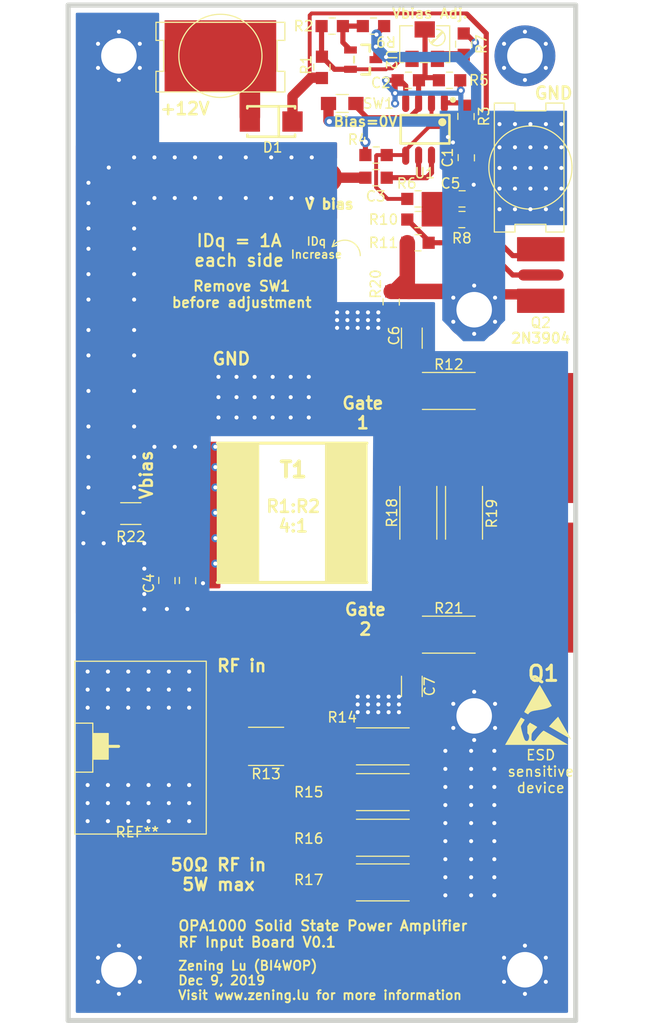
<source format=kicad_pcb>
(kicad_pcb (version 20171130) (host pcbnew "(5.1.4)-1")

  (general
    (thickness 1.6)
    (drawings 40)
    (tracks 358)
    (zones 0)
    (modules 50)
    (nets 22)
  )

  (page A4)
  (layers
    (0 F.Cu signal)
    (31 B.Cu signal)
    (32 B.Adhes user)
    (33 F.Adhes user)
    (34 B.Paste user)
    (35 F.Paste user)
    (36 B.SilkS user)
    (37 F.SilkS user)
    (38 B.Mask user)
    (39 F.Mask user)
    (40 Dwgs.User user)
    (41 Cmts.User user)
    (42 Eco1.User user)
    (43 Eco2.User user)
    (44 Edge.Cuts user)
    (45 Margin user)
    (46 B.CrtYd user)
    (47 F.CrtYd user)
    (48 B.Fab user)
    (49 F.Fab user)
  )

  (setup
    (last_trace_width 0.25)
    (user_trace_width 0.254)
    (user_trace_width 0.381)
    (user_trace_width 0.508)
    (user_trace_width 1.016)
    (user_trace_width 1.524)
    (user_trace_width 2.032)
    (trace_clearance 0.254)
    (zone_clearance 0.508)
    (zone_45_only no)
    (trace_min 0.2)
    (via_size 0.8)
    (via_drill 0.4)
    (via_min_size 0.4)
    (via_min_drill 0.3)
    (user_via 0.8 0.4)
    (user_via 1 0.5)
    (uvia_size 0.3)
    (uvia_drill 0.1)
    (uvias_allowed no)
    (uvia_min_size 0.2)
    (uvia_min_drill 0.1)
    (edge_width 0.05)
    (segment_width 0.2)
    (pcb_text_width 0.3)
    (pcb_text_size 1.5 1.5)
    (mod_edge_width 0.12)
    (mod_text_size 1 1)
    (mod_text_width 0.15)
    (pad_size 12.8 5.5)
    (pad_drill 0)
    (pad_to_mask_clearance 0.051)
    (solder_mask_min_width 0.25)
    (aux_axis_origin 0 0)
    (visible_elements 7FFFFFFF)
    (pcbplotparams
      (layerselection 0x010fc_ffffffff)
      (usegerberextensions false)
      (usegerberattributes false)
      (usegerberadvancedattributes false)
      (creategerberjobfile false)
      (excludeedgelayer true)
      (linewidth 0.100000)
      (plotframeref false)
      (viasonmask false)
      (mode 1)
      (useauxorigin false)
      (hpglpennumber 1)
      (hpglpenspeed 20)
      (hpglpendiameter 15.000000)
      (psnegative false)
      (psa4output false)
      (plotreference true)
      (plotvalue true)
      (plotinvisibletext false)
      (padsonsilk false)
      (subtractmaskfromsilk false)
      (outputformat 1)
      (mirror false)
      (drillshape 1)
      (scaleselection 1)
      (outputdirectory ""))
  )

  (net 0 "")
  (net 1 GND)
  (net 2 +12V)
  (net 3 "Net-(C4-Pad1)")
  (net 4 Vbias)
  (net 5 "Net-(C7-Pad1)")
  (net 6 GNDPWR)
  (net 7 "Net-(Q2-Pad2)")
  (net 8 "Net-(C5-Pad1)")
  (net 9 "Net-(R2-Pad2)")
  (net 10 "Net-(R13-Pad1)")
  (net 11 /K)
  (net 12 "Net-(C2-Pad1)")
  (net 13 "Net-(C3-Pad1)")
  (net 14 "Net-(C6-Pad1)")
  (net 15 "Net-(R3-Pad2)")
  (net 16 "Net-(R4-Pad2)")
  (net 17 "Net-(R7-Pad1)")
  (net 18 "Net-(J3-Pad1)")
  (net 19 "Net-(D1-Pad1)")
  (net 20 G2)
  (net 21 G1)

  (net_class Default "This is the default net class."
    (clearance 0.254)
    (trace_width 0.25)
    (via_dia 0.8)
    (via_drill 0.4)
    (uvia_dia 0.3)
    (uvia_drill 0.1)
    (add_net /K)
    (add_net G1)
    (add_net G2)
    (add_net "Net-(C2-Pad1)")
    (add_net "Net-(C3-Pad1)")
    (add_net "Net-(C4-Pad1)")
    (add_net "Net-(C5-Pad1)")
    (add_net "Net-(C6-Pad1)")
    (add_net "Net-(C7-Pad1)")
    (add_net "Net-(D1-Pad1)")
    (add_net "Net-(J3-Pad1)")
    (add_net "Net-(Q2-Pad2)")
    (add_net "Net-(R13-Pad1)")
    (add_net "Net-(R2-Pad2)")
    (add_net "Net-(R3-Pad2)")
    (add_net "Net-(R4-Pad2)")
    (add_net "Net-(R7-Pad1)")
    (add_net Vbias)
  )

  (net_class Power ""
    (clearance 0.381)
    (trace_width 0.25)
    (via_dia 0.8)
    (via_drill 0.4)
    (uvia_dia 0.3)
    (uvia_drill 0.1)
    (add_net GND)
    (add_net GNDPWR)
  )

  (net_class RF ""
    (clearance 2)
    (trace_width 0.25)
    (via_dia 0.8)
    (via_drill 0.4)
    (uvia_dia 0.3)
    (uvia_drill 0.1)
  )

  (net_class Vbias ""
    (clearance 0.381)
    (trace_width 0.25)
    (via_dia 0.8)
    (via_drill 0.4)
    (uvia_dia 0.3)
    (uvia_drill 0.1)
    (add_net +12V)
  )

  (module MyPCBLib:TO-92-SMD (layer F.Cu) (tedit 5DEDF008) (tstamp 5DEA8D7B)
    (at 146.558 78.486 90)
    (descr "TO-92 Surface Mount Temperature Sensing")
    (tags "TO-92 Temp")
    (path /5DE7AA75)
    (fp_text reference Q2 (at -2.794 0) (layer F.SilkS)
      (effects (font (size 1 1) (thickness 0.15)))
    )
    (fp_text value 2N3904 (at 1.905 10.03 270) (layer F.Fab)
      (effects (font (size 1 1) (thickness 0.15)))
    )
    (fp_line (start -1.27 -1) (end 3.81 -1) (layer F.CrtYd) (width 0.05))
    (fp_text user %R (at 1.27 -1.78 270) (layer F.Fab)
      (effects (font (size 1 1) (thickness 0.15)))
    )
    (pad 1 smd oval (at 0 0 270) (size 1.1 4.5) (layers F.Cu F.Paste F.Mask)
      (net 1 GND))
    (pad 3 smd oval (at 3.81 0 270) (size 1.1 4.5) (layers F.Cu F.Paste F.Mask)
      (net 8 "Net-(C5-Pad1)"))
    (pad 2 smd oval (at 1.905 0 270) (size 1.1 4.5) (layers F.Cu F.Paste F.Mask)
      (net 7 "Net-(Q2-Pad2)"))
    (model ${KISYS3DMOD}/TO_SOT_Packages_THT.3dshapes/TO-92_Horizontal1_Inline_Narrow_Oval.wrl
      (offset (xyz 1.269999980926514 0 0))
      (scale (xyz 1 1 1))
      (rotate (xyz 0 0 -90))
    )
  )

  (module MyPCBLib:BLF188XR (layer F.Cu) (tedit 5DEDEFDB) (tstamp 5DE7BA95)
    (at 155.956 100 270)
    (path /5DE6F18F)
    (attr smd)
    (fp_text reference Q1 (at 15.824 9.144 180) (layer F.SilkS)
      (effects (font (size 1.5 1.5) (thickness 0.3)))
    )
    (fp_text value BLF188XR (at 0.076 4.064 270) (layer F.Fab)
      (effects (font (size 1 1) (thickness 0.15)))
    )
    (pad 4 smd rect (at 7.366 8.89 270) (size 12.8 5.5) (layers F.Cu F.Paste F.Mask)
      (net 20 G2))
    (pad 3 smd rect (at -7.366 8.89 270) (size 12.8 5.5) (layers F.Cu F.Paste F.Mask)
      (net 21 G1))
  )

  (module Resistors_SMD:R_0805_HandSoldering (layer F.Cu) (tedit 58E0A804) (tstamp 5DEED97B)
    (at 127 59.69 180)
    (descr "Resistor SMD 0805, hand soldering")
    (tags "resistor 0805")
    (path /5DEF1BBF)
    (attr smd)
    (fp_text reference SW1 (at -3.556 0) (layer F.SilkS)
      (effects (font (size 1 1) (thickness 0.15)))
    )
    (fp_text value SW_SPDT (at 0 1.75) (layer F.Fab)
      (effects (font (size 1 1) (thickness 0.15)))
    )
    (fp_line (start 2.35 0.9) (end -2.35 0.9) (layer F.CrtYd) (width 0.05))
    (fp_line (start 2.35 0.9) (end 2.35 -0.9) (layer F.CrtYd) (width 0.05))
    (fp_line (start -2.35 -0.9) (end -2.35 0.9) (layer F.CrtYd) (width 0.05))
    (fp_line (start -2.35 -0.9) (end 2.35 -0.9) (layer F.CrtYd) (width 0.05))
    (fp_line (start -0.6 -0.88) (end 0.6 -0.88) (layer F.SilkS) (width 0.12))
    (fp_line (start 0.6 0.88) (end -0.6 0.88) (layer F.SilkS) (width 0.12))
    (fp_line (start -1 -0.62) (end 1 -0.62) (layer F.Fab) (width 0.1))
    (fp_line (start 1 -0.62) (end 1 0.62) (layer F.Fab) (width 0.1))
    (fp_line (start 1 0.62) (end -1 0.62) (layer F.Fab) (width 0.1))
    (fp_line (start -1 0.62) (end -1 -0.62) (layer F.Fab) (width 0.1))
    (fp_text user %R (at 0 0) (layer F.Fab)
      (effects (font (size 0.5 0.5) (thickness 0.075)))
    )
    (pad 2 smd rect (at 1.35 0 180) (size 1.5 1.3) (layers F.Cu F.Paste F.Mask)
      (net 1 GND))
    (pad 1 smd rect (at -1.35 0 180) (size 1.5 1.3) (layers F.Cu F.Paste F.Mask)
      (net 12 "Net-(C2-Pad1)"))
    (model ${KISYS3DMOD}/Resistors_SMD.3dshapes/R_0805.wrl
      (at (xyz 0 0 0))
      (scale (xyz 1 1 1))
      (rotate (xyz 0 0 0))
    )
  )

  (module Symbols:Symbol_Attention_CopperTop_Small (layer F.Cu) (tedit 0) (tstamp 5DEEBCB7)
    (at 106.934 137.16)
    (descr "Symbol, Attention, Copper Top, Small,")
    (tags "Symbol, Attention, Copper Top, Small,")
    (fp_text reference REF** (at -0.127 -5.715) (layer F.SilkS)
      (effects (font (size 1 1) (thickness 0.15)))
    )
    (fp_text value Symbol_Attention_CopperTop_Small (at -0.381 4.572) (layer F.Fab)
      (effects (font (size 1 1) (thickness 0.15)))
    )
    (fp_line (start -0.508 -2.54) (end 0 -2.54) (layer F.Cu) (width 0.381))
    (fp_line (start 0 1.016) (end -0.508 -2.54) (layer F.Cu) (width 0.381))
    (fp_line (start 0.508 -2.54) (end 0 1.016) (layer F.Cu) (width 0.381))
    (fp_line (start 0 -2.54) (end 0.508 -2.54) (layer F.Cu) (width 0.381))
    (fp_line (start 0 0.889) (end 0.127 -2.54) (layer F.Cu) (width 0.381))
    (fp_line (start 0 1.016) (end -0.127 -2.54) (layer F.Cu) (width 0.381))
    (fp_circle (center 0 1.905) (end 0.254 2.159) (layer F.Cu) (width 0.381))
    (fp_circle (center 0 1.905) (end 0 2.032) (layer F.Cu) (width 0.381))
    (fp_line (start -4.699 2.794) (end 0 -4.191) (layer F.Cu) (width 0.381))
    (fp_line (start 4.699 2.794) (end -4.699 2.794) (layer F.Cu) (width 0.381))
    (fp_line (start 0 -4.191) (end 4.699 2.794) (layer F.Cu) (width 0.381))
  )

  (module Symbols:ESD-Logo_6.6x6mm_SilkScreen (layer F.Cu) (tedit 0) (tstamp 5DEE8692)
    (at 146.304 119.888)
    (descr "Electrostatic discharge Logo")
    (tags "Logo ESD")
    (attr virtual)
    (fp_text reference REF*** (at 0 0) (layer F.SilkS) hide
      (effects (font (size 1 1) (thickness 0.15)))
    )
    (fp_text value ESD-Logo_6.6x6mm_SilkScreen (at 0.75 0) (layer F.Fab) hide
      (effects (font (size 1 1) (thickness 0.15)))
    )
    (fp_poly (pts (xy 0.164043 -2.914165) (xy 0.187065 -2.876755) (xy 0.222534 -2.817486) (xy 0.268996 -2.738882)
      (xy 0.324996 -2.643462) (xy 0.389081 -2.53375) (xy 0.459796 -2.412266) (xy 0.535687 -2.281532)
      (xy 0.615299 -2.14407) (xy 0.697178 -2.002402) (xy 0.77987 -1.859049) (xy 0.861921 -1.716533)
      (xy 0.941876 -1.577376) (xy 1.018281 -1.444099) (xy 1.089682 -1.319224) (xy 1.154624 -1.205273)
      (xy 1.211653 -1.104767) (xy 1.259315 -1.020228) (xy 1.296155 -0.954178) (xy 1.32072 -0.909138)
      (xy 1.331554 -0.88763) (xy 1.331951 -0.886286) (xy 1.318501 -0.868035) (xy 1.281114 -0.840118)
      (xy 1.224235 -0.805275) (xy 1.152312 -0.766246) (xy 1.077015 -0.729157) (xy 0.97456 -0.684183)
      (xy 0.866817 -0.643774) (xy 0.750073 -0.607031) (xy 0.620618 -0.573058) (xy 0.47474 -0.540956)
      (xy 0.308726 -0.509827) (xy 0.118866 -0.478773) (xy -0.077531 -0.449855) (xy -0.248166 -0.4242)
      (xy -0.391455 -0.398802) (xy -0.510992 -0.372398) (xy -0.61037 -0.343727) (xy -0.693182 -0.311527)
      (xy -0.763022 -0.274535) (xy -0.823482 -0.231488) (xy -0.878155 -0.181125) (xy -0.895786 -0.162417)
      (xy -0.934 -0.118861) (xy -0.962268 -0.083318) (xy -0.975382 -0.062417) (xy -0.975732 -0.060703)
      (xy -0.98032 -0.050194) (xy -0.996242 -0.050076) (xy -1.026734 -0.061746) (xy -1.075032 -0.086604)
      (xy -1.144373 -0.126048) (xy -1.192561 -0.154413) (xy -1.264417 -0.198753) (xy -1.320258 -0.236721)
      (xy -1.356333 -0.265584) (xy -1.368887 -0.282612) (xy -1.368879 -0.282736) (xy -1.361094 -0.298963)
      (xy -1.339108 -0.3396) (xy -1.304197 -0.402433) (xy -1.257637 -0.485248) (xy -1.200705 -0.585828)
      (xy -1.134677 -0.70196) (xy -1.060828 -0.831429) (xy -0.980436 -0.97202) (xy -0.894776 -1.121518)
      (xy -0.805124 -1.277708) (xy -0.712757 -1.438376) (xy -0.618951 -1.601307) (xy -0.524982 -1.764287)
      (xy -0.432126 -1.9251) (xy -0.34166 -2.081532) (xy -0.254859 -2.231367) (xy -0.173 -2.372392)
      (xy -0.097359 -2.502391) (xy -0.029213 -2.619151) (xy 0.030163 -2.720455) (xy 0.079493 -2.804089)
      (xy 0.1175 -2.867838) (xy 0.142907 -2.909489) (xy 0.15444 -2.926825) (xy 0.154923 -2.927195)
      (xy 0.164043 -2.914165)) (layer F.SilkS) (width 0.01))
    (fp_poly (pts (xy 1.987528 0.234619) (xy 1.998908 0.253693) (xy 2.024488 0.297421) (xy 2.063002 0.363619)
      (xy 2.113186 0.450102) (xy 2.173775 0.554685) (xy 2.243503 0.675183) (xy 2.321107 0.809412)
      (xy 2.40532 0.955187) (xy 2.494879 1.110323) (xy 2.586998 1.27) (xy 2.681076 1.433117)
      (xy 2.771402 1.589709) (xy 2.856665 1.737506) (xy 2.935557 1.87424) (xy 3.006769 1.997642)
      (xy 3.068991 2.105444) (xy 3.120913 2.195377) (xy 3.161228 2.265173) (xy 3.188624 2.312564)
      (xy 3.201507 2.334786) (xy 3.222507 2.37233) (xy 3.233925 2.395831) (xy 3.234551 2.39992)
      (xy 3.220636 2.392242) (xy 3.181941 2.370203) (xy 3.120487 2.334971) (xy 3.038298 2.287711)
      (xy 2.937396 2.229589) (xy 2.819805 2.161771) (xy 2.687546 2.085424) (xy 2.542642 2.001714)
      (xy 2.387117 1.911806) (xy 2.222992 1.816867) (xy 2.160549 1.780732) (xy 1.993487 1.684083)
      (xy 1.834074 1.591938) (xy 1.684355 1.505475) (xy 1.546376 1.425871) (xy 1.422185 1.354305)
      (xy 1.313827 1.291955) (xy 1.223348 1.239998) (xy 1.152796 1.199613) (xy 1.104215 1.171978)
      (xy 1.079654 1.158272) (xy 1.077085 1.156974) (xy 1.084569 1.14522) (xy 1.110614 1.113795)
      (xy 1.152559 1.065594) (xy 1.207746 1.00351) (xy 1.273517 0.930439) (xy 1.347212 0.849276)
      (xy 1.426173 0.762916) (xy 1.50774 0.674253) (xy 1.589254 0.586182) (xy 1.668057 0.501599)
      (xy 1.74149 0.423397) (xy 1.806893 0.354472) (xy 1.861608 0.297719) (xy 1.902977 0.256032)
      (xy 1.917164 0.242363) (xy 1.96418 0.198201) (xy 1.987528 0.234619)) (layer F.SilkS) (width 0.01))
    (fp_poly (pts (xy -1.677906 0.291158) (xy -1.645381 0.303736) (xy -1.595807 0.328712) (xy -1.524626 0.367876)
      (xy -1.519084 0.370988) (xy -1.453526 0.408476) (xy -1.398202 0.441319) (xy -1.358545 0.466205)
      (xy -1.339988 0.47982) (xy -1.339469 0.480487) (xy -1.343952 0.49939) (xy -1.364514 0.541605)
      (xy -1.399817 0.604832) (xy -1.44852 0.686772) (xy -1.509282 0.785122) (xy -1.580764 0.897585)
      (xy -1.598555 0.925165) (xy -1.644907 1.001699) (xy -1.678658 1.067556) (xy -1.696847 1.116782)
      (xy -1.698714 1.126507) (xy -1.697885 1.169312) (xy -1.688606 1.237209) (xy -1.672032 1.325843)
      (xy -1.64932 1.430859) (xy -1.621627 1.547902) (xy -1.59011 1.672616) (xy -1.555925 1.800645)
      (xy -1.520229 1.927634) (xy -1.484179 2.049228) (xy -1.448932 2.161072) (xy -1.415644 2.25881)
      (xy -1.385472 2.338087) (xy -1.364439 2.385122) (xy -1.339663 2.435225) (xy -1.31627 2.483168)
      (xy -1.315003 2.485793) (xy -1.276301 2.53422) (xy -1.219816 2.566828) (xy -1.154061 2.582454)
      (xy -1.087549 2.579937) (xy -1.028795 2.558114) (xy -0.995742 2.529382) (xy -0.948141 2.450583)
      (xy -0.913261 2.352378) (xy -0.894123 2.244779) (xy -0.891412 2.18378) (xy -0.90233 2.069935)
      (xy -0.934376 1.97566) (xy -0.989274 1.896379) (xy -1.006393 1.878733) (xy -1.057339 1.829235)
      (xy -1.060837 1.479362) (xy -1.064336 1.129489) (xy -0.975182 0.994531) (xy -0.933346 0.933445)
      (xy -0.893055 0.878493) (xy -0.860057 0.837336) (xy -0.845874 0.822192) (xy -0.805719 0.78481)
      (xy -0.751335 0.814098) (xy -0.716961 0.835084) (xy -0.698154 0.851378) (xy -0.696951 0.854307)
      (xy -0.684097 0.866728) (xy -0.662104 0.875977) (xy -0.64085 0.884313) (xy -0.608306 0.900149)
      (xy -0.561678 0.925033) (xy -0.498171 0.960509) (xy -0.414992 1.008123) (xy -0.309347 1.069422)
      (xy -0.251938 1.102932) (xy -0.184406 1.143071) (xy -0.140115 1.171659) (xy -0.115145 1.192039)
      (xy -0.105577 1.207553) (xy -0.107492 1.221546) (xy -0.109089 1.224796) (xy -0.124624 1.245266)
      (xy -0.157864 1.283665) (xy -0.204938 1.335696) (xy -0.261972 1.397066) (xy -0.3113 1.44909)
      (xy -0.42497 1.572567) (xy -0.513895 1.679591) (xy -0.578866 1.77124) (xy -0.620679 1.848588)
      (xy -0.634783 1.887866) (xy -0.640608 1.922249) (xy -0.646625 1.980899) (xy -0.652304 2.057117)
      (xy -0.657116 2.144202) (xy -0.659381 2.199268) (xy -0.662541 2.294464) (xy -0.663931 2.364062)
      (xy -0.663142 2.413409) (xy -0.659765 2.447854) (xy -0.653392 2.472743) (xy -0.643613 2.493425)
      (xy -0.635933 2.506053) (xy -0.591579 2.554726) (xy -0.534426 2.588645) (xy -0.474292 2.603438)
      (xy -0.429227 2.598086) (xy -0.388424 2.57493) (xy -0.337276 2.533462) (xy -0.282958 2.480912)
      (xy -0.232643 2.424516) (xy -0.193506 2.371505) (xy -0.179095 2.345889) (xy -0.157509 2.310814)
      (xy -0.118247 2.257389) (xy -0.064898 2.189789) (xy -0.001048 2.11219) (xy 0.069715 2.028768)
      (xy 0.143804 1.943698) (xy 0.217632 1.861155) (xy 0.287611 1.785316) (xy 0.350155 1.720356)
      (xy 0.39926 1.672669) (xy 0.453779 1.625032) (xy 0.499642 1.589908) (xy 0.531811 1.570949)
      (xy 0.542489 1.568864) (xy 0.558853 1.577274) (xy 0.599671 1.599846) (xy 0.662586 1.635224)
      (xy 0.745244 1.682054) (xy 0.845289 1.738981) (xy 0.960366 1.804649) (xy 1.088119 1.877703)
      (xy 1.226194 1.956788) (xy 1.372234 2.040548) (xy 1.523884 2.127629) (xy 1.67879 2.216676)
      (xy 1.834595 2.306332) (xy 1.988944 2.395243) (xy 2.139482 2.482054) (xy 2.283854 2.565409)
      (xy 2.419704 2.643954) (xy 2.544677 2.716333) (xy 2.656417 2.78119) (xy 2.75257 2.837171)
      (xy 2.830779 2.88292) (xy 2.888689 2.917083) (xy 2.923946 2.938304) (xy 2.934165 2.944963)
      (xy 2.920402 2.94628) (xy 2.877104 2.947559) (xy 2.805714 2.948796) (xy 2.707673 2.949983)
      (xy 2.584422 2.951115) (xy 2.437403 2.952186) (xy 2.268057 2.953189) (xy 2.077826 2.954119)
      (xy 1.868151 2.954968) (xy 1.640473 2.955732) (xy 1.396235 2.956403) (xy 1.136877 2.956976)
      (xy 0.863841 2.957444) (xy 0.578568 2.957802) (xy 0.2825 2.958042) (xy -0.022921 2.958159)
      (xy -0.151076 2.958171) (xy -3.25103 2.958171) (xy -3.029947 2.574847) (xy -2.983144 2.49368)
      (xy -2.922898 2.389166) (xy -2.851222 2.264801) (xy -2.770131 2.124082) (xy -2.681638 1.970503)
      (xy -2.58776 1.807562) (xy -2.490509 1.638754) (xy -2.3919 1.467575) (xy -2.293947 1.297521)
      (xy -2.269175 1.254512) (xy -2.178848 1.097857) (xy -2.092711 0.948803) (xy -2.012058 0.809568)
      (xy -1.938184 0.682371) (xy -1.872383 0.569432) (xy -1.81595 0.472968) (xy -1.770179 0.3952)
      (xy -1.736365 0.338346) (xy -1.715802 0.304625) (xy -1.710047 0.29604) (xy -1.697942 0.289189)
      (xy -1.677906 0.291158)) (layer F.SilkS) (width 0.01))
  )

  (module digikey-footprints:0805 (layer F.Cu) (tedit 5DECD1C2) (tstamp 5DED877E)
    (at 111.76 106.68 270)
    (path /5DEEF57E)
    (fp_text reference C4 (at 0 -1.84 90) (layer F.SilkS) hide
      (effects (font (size 1 1) (thickness 0.15)))
    )
    (fp_text value 104 (at 0 1.95 90) (layer F.Fab)
      (effects (font (size 1 1) (thickness 0.15)))
    )
    (fp_line (start -1.9 0.93) (end 1.9 0.93) (layer F.CrtYd) (width 0.05))
    (fp_line (start -1.9 -0.93) (end 1.9 -0.93) (layer F.CrtYd) (width 0.05))
    (fp_line (start 1.9 0.93) (end 1.9 -0.93) (layer F.CrtYd) (width 0.05))
    (fp_line (start -1.9 0.93) (end -1.9 -0.93) (layer F.CrtYd) (width 0.05))
    (fp_line (start -0.32 0.8) (end 0.28 0.8) (layer F.SilkS) (width 0.12))
    (fp_line (start -0.3 -0.8) (end 0.3 -0.8) (layer F.SilkS) (width 0.12))
    (fp_line (start -0.95 0.68) (end 0.95 0.68) (layer F.Fab) (width 0.12))
    (fp_line (start -0.95 -0.68) (end 0.95 -0.68) (layer F.Fab) (width 0.12))
    (fp_line (start 0.95 -0.675) (end 0.95 0.675) (layer F.Fab) (width 0.12))
    (fp_line (start -0.95 -0.675) (end -0.95 0.675) (layer F.Fab) (width 0.12))
    (pad 2 smd rect (at 1.05 0 270) (size 1.2 1.2) (layers F.Cu F.Paste F.Mask)
      (net 6 GNDPWR))
    (pad 1 smd rect (at -1.05 0 270) (size 1.2 1.2) (layers F.Cu F.Paste F.Mask)
      (net 3 "Net-(C4-Pad1)"))
  )

  (module Resistors_SMD:R_1206_HandSoldering (layer F.Cu) (tedit 58E0A804) (tstamp 5DED49CB)
    (at 106.172 100.076)
    (descr "Resistor SMD 1206, hand soldering")
    (tags "resistor 1206")
    (path /5DF57C92)
    (attr smd)
    (fp_text reference R22 (at 0 2.286) (layer F.SilkS)
      (effects (font (size 1 1) (thickness 0.15)))
    )
    (fp_text value 0 (at 0 1.9) (layer F.Fab)
      (effects (font (size 1 1) (thickness 0.15)))
    )
    (fp_line (start 3.25 1.1) (end -3.25 1.1) (layer F.CrtYd) (width 0.05))
    (fp_line (start 3.25 1.1) (end 3.25 -1.11) (layer F.CrtYd) (width 0.05))
    (fp_line (start -3.25 -1.11) (end -3.25 1.1) (layer F.CrtYd) (width 0.05))
    (fp_line (start -3.25 -1.11) (end 3.25 -1.11) (layer F.CrtYd) (width 0.05))
    (fp_line (start -1 -1.07) (end 1 -1.07) (layer F.SilkS) (width 0.12))
    (fp_line (start 1 1.07) (end -1 1.07) (layer F.SilkS) (width 0.12))
    (fp_line (start -1.6 -0.8) (end 1.6 -0.8) (layer F.Fab) (width 0.1))
    (fp_line (start 1.6 -0.8) (end 1.6 0.8) (layer F.Fab) (width 0.1))
    (fp_line (start 1.6 0.8) (end -1.6 0.8) (layer F.Fab) (width 0.1))
    (fp_line (start -1.6 0.8) (end -1.6 -0.8) (layer F.Fab) (width 0.1))
    (fp_text user %R (at 0 0 180) (layer F.Fab)
      (effects (font (size 0.7 0.7) (thickness 0.105)))
    )
    (pad 2 smd rect (at 2 0) (size 2 1.7) (layers F.Cu F.Paste F.Mask)
      (net 3 "Net-(C4-Pad1)"))
    (pad 1 smd rect (at -2 0) (size 2 1.7) (layers F.Cu F.Paste F.Mask)
      (net 4 Vbias))
    (model ${KISYS3DMOD}/Resistors_SMD.3dshapes/R_1206.wrl
      (at (xyz 0 0 0))
      (scale (xyz 1 1 1))
      (rotate (xyz 0 0 0))
    )
  )

  (module "lc_lib:SMA(DO-214AC)_S1" (layer F.Cu) (tedit 58AA841A) (tstamp 5DECEEF2)
    (at 120 61.468 180)
    (path /5E112F36)
    (fp_text reference D1 (at -0.142 -2.54) (layer F.SilkS)
      (effects (font (size 1 1) (thickness 0.15)))
    )
    (fp_text value 1N4007 (at 1.122819 4.125724) (layer F.Fab)
      (effects (font (size 1 1) (thickness 0.15)))
    )
    (fp_line (start -3.55 1.55) (end -3.55 -1.55) (layer F.CrtYd) (width 0.05))
    (fp_line (start 4.45 1.55) (end -3.55 1.55) (layer F.CrtYd) (width 0.05))
    (fp_line (start 4.45 -1.55) (end 4.45 1.55) (layer F.CrtYd) (width 0.05))
    (fp_line (start -3.55 -1.55) (end 4.45 -1.55) (layer F.CrtYd) (width 0.05))
    (fp_line (start -2.35 1.5) (end 2.35 1.5) (layer F.SilkS) (width 0.254))
    (fp_line (start -0.75 1.5) (end -0.75 -1.5) (layer F.SilkS) (width 0.254))
    (fp_line (start -2.35 -1.5) (end 2.35 -1.5) (layer F.SilkS) (width 0.254))
    (fp_line (start -2.35 -1.3) (end -2.35 -1.5) (layer F.SilkS) (width 0.254))
    (fp_line (start -2.35 1.5) (end -2.35 1.3) (layer F.SilkS) (width 0.254))
    (fp_line (start 2.35 1.5) (end 2.35 1.3) (layer F.SilkS) (width 0.254))
    (fp_line (start 2.35 -1.3) (end 2.35 -1.5) (layer F.SilkS) (width 0.254))
    (fp_line (start -3.5 0.5) (end -3.5 -0.5) (layer F.Fab) (width 0.2032))
    (fp_line (start 3.9 0.5) (end 3.9 -0.5) (layer F.Fab) (width 0.2032))
    (fp_line (start 3.4 0) (end 4.4 0) (layer F.Fab) (width 0.2032))
    (fp_line (start -2.16 1.3) (end -2.16 -1.3) (layer F.Fab) (width 0.1))
    (fp_line (start 2.16 1.3) (end 2.16 -1.3) (layer F.Fab) (width 0.1))
    (fp_line (start -2.16 1.3) (end 2.16 1.3) (layer F.Fab) (width 0.1))
    (fp_line (start -2.16 -1.3) (end 2.16 -1.3) (layer F.Fab) (width 0.1))
    (pad 2 smd rect (at -2.1 0 90) (size 2 2) (layers F.Cu F.Paste F.Mask)
      (net 2 +12V))
    (pad 1 smd rect (at 2.1 0 90) (size 2 2) (layers F.Cu F.Paste F.Mask)
      (net 19 "Net-(D1-Pad1)"))
    (model ${KISYS3DMOD}/SMD_Packages.3dshapes/DO-214-AC_SMA.wrl
      (at (xyz 0 0 0))
      (scale (xyz 1 1 1))
      (rotate (xyz 0 0 180))
    )
  )

  (module MyPCBLib:RF_conn_pad (layer F.Cu) (tedit 5DEC7D92) (tstamp 5DECDFD4)
    (at 107 123)
    (path /5DEDD025)
    (fp_text reference J3 (at 0.254 -9.144) (layer F.SilkS) hide
      (effects (font (size 1 1) (thickness 0.15)))
    )
    (fp_text value In (at 0 -0.5) (layer F.Fab)
      (effects (font (size 1 1) (thickness 0.15)))
    )
    (fp_line (start -6.35 -2.286) (end -6.35 2.54) (layer F.SilkS) (width 0.12))
    (fp_poly (pts (xy -4.572 -1.27) (xy -3.048 -1.27) (xy -3.048 1.27) (xy -4.572 1.27)) (layer F.SilkS) (width 0.1))
    (fp_line (start -3.048 0) (end -2.032 0) (layer F.SilkS) (width 0.3))
    (fp_line (start 6.604 -8.382) (end -6.35 -8.382) (layer F.SilkS) (width 0.12))
    (fp_line (start 6.604 8.636) (end 6.604 -8.382) (layer F.SilkS) (width 0.12))
    (fp_line (start -6.35 8.636) (end 6.604 8.636) (layer F.SilkS) (width 0.12))
    (fp_line (start -6.35 2.54) (end -6.35 8.636) (layer F.SilkS) (width 0.12))
    (fp_line (start -4.572 2.54) (end -6.35 2.54) (layer F.SilkS) (width 0.12))
    (fp_line (start -4.572 -2.286) (end -4.572 2.54) (layer F.SilkS) (width 0.12))
    (fp_line (start -6.35 -2.286) (end -4.572 -2.286) (layer F.SilkS) (width 0.12))
    (fp_line (start -6.35 -8.382) (end -6.35 -2.286) (layer F.SilkS) (width 0.12))
    (pad 2 thru_hole circle (at 0.92 7.366) (size 0.8 0.8) (drill 0.4) (layers *.Cu *.Mask)
      (net 6 GNDPWR))
    (pad 2 thru_hole circle (at 2.92 7.366) (size 0.8 0.8) (drill 0.4) (layers *.Cu *.Mask)
      (net 6 GNDPWR))
    (pad 2 thru_hole circle (at 4.92 5.588) (size 0.8 0.8) (drill 0.4) (layers *.Cu *.Mask)
      (net 6 GNDPWR))
    (pad 2 thru_hole circle (at 2.92 5.588) (size 0.8 0.8) (drill 0.4) (layers *.Cu *.Mask)
      (net 6 GNDPWR))
    (pad 2 thru_hole circle (at -1.08 3.81) (size 0.8 0.8) (drill 0.4) (layers *.Cu *.Mask)
      (net 6 GNDPWR))
    (pad 2 thru_hole circle (at 0.92 5.588) (size 0.8 0.8) (drill 0.4) (layers *.Cu *.Mask)
      (net 6 GNDPWR))
    (pad 2 thru_hole circle (at -5.08 7.366) (size 0.8 0.8) (drill 0.4) (layers *.Cu *.Mask)
      (net 6 GNDPWR))
    (pad 2 thru_hole circle (at 4.92 7.366) (size 0.8 0.8) (drill 0.4) (layers *.Cu *.Mask)
      (net 6 GNDPWR))
    (pad 2 thru_hole circle (at -5.08 3.81) (size 0.8 0.8) (drill 0.4) (layers *.Cu *.Mask)
      (net 6 GNDPWR))
    (pad 2 thru_hole circle (at -3.08 3.81) (size 0.8 0.8) (drill 0.4) (layers *.Cu *.Mask)
      (net 6 GNDPWR))
    (pad 2 thru_hole circle (at 2.92 3.81) (size 0.8 0.8) (drill 0.4) (layers *.Cu *.Mask)
      (net 6 GNDPWR))
    (pad 2 thru_hole circle (at -5.08 5.588) (size 0.8 0.8) (drill 0.4) (layers *.Cu *.Mask)
      (net 6 GNDPWR))
    (pad 2 thru_hole circle (at -3.08 5.588) (size 0.8 0.8) (drill 0.4) (layers *.Cu *.Mask)
      (net 6 GNDPWR))
    (pad 2 thru_hole circle (at 0.92 3.81) (size 0.8 0.8) (drill 0.4) (layers *.Cu *.Mask)
      (net 6 GNDPWR))
    (pad 2 thru_hole circle (at -1.08 7.366) (size 0.8 0.8) (drill 0.4) (layers *.Cu *.Mask)
      (net 6 GNDPWR))
    (pad 2 thru_hole circle (at -3.08 7.366) (size 0.8 0.8) (drill 0.4) (layers *.Cu *.Mask)
      (net 6 GNDPWR))
    (pad 2 thru_hole circle (at 4.92 3.81) (size 0.8 0.8) (drill 0.4) (layers *.Cu *.Mask)
      (net 6 GNDPWR))
    (pad 2 thru_hole circle (at -1.08 5.588) (size 0.8 0.8) (drill 0.4) (layers *.Cu *.Mask)
      (net 6 GNDPWR))
    (pad 2 thru_hole circle (at -3.08 -5.588) (size 0.8 0.8) (drill 0.4) (layers *.Cu *.Mask)
      (net 6 GNDPWR))
    (pad 2 thru_hole circle (at -1.08 -5.588) (size 0.8 0.8) (drill 0.4) (layers *.Cu *.Mask)
      (net 6 GNDPWR))
    (pad 2 thru_hole circle (at 2.92 -5.588) (size 0.8 0.8) (drill 0.4) (layers *.Cu *.Mask)
      (net 6 GNDPWR))
    (pad 2 thru_hole circle (at 4.92 -5.588) (size 0.8 0.8) (drill 0.4) (layers *.Cu *.Mask)
      (net 6 GNDPWR))
    (pad 2 thru_hole circle (at -5.08 -5.588) (size 0.8 0.8) (drill 0.4) (layers *.Cu *.Mask)
      (net 6 GNDPWR))
    (pad 2 thru_hole circle (at 0.92 -5.588) (size 0.8 0.8) (drill 0.4) (layers *.Cu *.Mask)
      (net 6 GNDPWR))
    (pad 2 thru_hole circle (at -3.08 -3.81) (size 0.8 0.8) (drill 0.4) (layers *.Cu *.Mask)
      (net 6 GNDPWR))
    (pad 2 thru_hole circle (at -1.08 -3.81) (size 0.8 0.8) (drill 0.4) (layers *.Cu *.Mask)
      (net 6 GNDPWR))
    (pad 2 thru_hole circle (at 2.92 -3.81) (size 0.8 0.8) (drill 0.4) (layers *.Cu *.Mask)
      (net 6 GNDPWR))
    (pad 2 thru_hole circle (at 4.92 -3.81) (size 0.8 0.8) (drill 0.4) (layers *.Cu *.Mask)
      (net 6 GNDPWR))
    (pad 2 thru_hole circle (at -5.08 -3.81) (size 0.8 0.8) (drill 0.4) (layers *.Cu *.Mask)
      (net 6 GNDPWR))
    (pad 2 thru_hole circle (at 0.92 -3.81) (size 0.8 0.8) (drill 0.4) (layers *.Cu *.Mask)
      (net 6 GNDPWR))
    (pad 2 thru_hole circle (at 4.92 -7.366) (size 0.8 0.8) (drill 0.4) (layers *.Cu *.Mask)
      (net 6 GNDPWR))
    (pad 2 thru_hole circle (at 2.92 -7.366) (size 0.8 0.8) (drill 0.4) (layers *.Cu *.Mask)
      (net 6 GNDPWR))
    (pad 2 thru_hole circle (at 0.92 -7.366) (size 0.8 0.8) (drill 0.4) (layers *.Cu *.Mask)
      (net 6 GNDPWR))
    (pad 2 thru_hole circle (at -1.08 -7.366) (size 0.8 0.8) (drill 0.4) (layers *.Cu *.Mask)
      (net 6 GNDPWR))
    (pad 2 thru_hole circle (at -3.08 -7.366) (size 0.8 0.8) (drill 0.4) (layers *.Cu *.Mask)
      (net 6 GNDPWR))
    (pad 2 thru_hole circle (at -5.08 -7.366) (size 0.8 0.8) (drill 0.4) (layers *.Cu *.Mask)
      (net 6 GNDPWR))
    (pad 2 connect rect (at 0 5.6) (size 12 5) (layers F.Cu F.Mask)
      (net 6 GNDPWR))
    (pad 2 connect rect (at 0 -5.6) (size 12 5) (layers F.Cu F.Mask)
      (net 6 GNDPWR))
    (pad 1 connect rect (at 2 0) (size 8 2.5) (layers F.Cu F.Mask)
      (net 18 "Net-(J3-Pad1)"))
  )

  (module MyPCBLib:28B0562-100 (layer F.Cu) (tedit 5DEC6131) (tstamp 5DEC9BA5)
    (at 122.064 100 270)
    (fp_text reference T1 (at -4.242 -0.11 180) (layer F.SilkS)
      (effects (font (size 1.5 1.5) (thickness 0.375)))
    )
    (fp_text value 28B0562-100 (at 0.254 9.144 90) (layer F.Fab)
      (effects (font (size 1 1) (thickness 0.15)))
    )
    (fp_poly (pts (xy -6.858 3.302) (xy 6.858 3.302) (xy 6.858 7.366) (xy -6.858 7.366)) (layer F.SilkS) (width 0.1))
    (fp_poly (pts (xy -6.858 -7.366) (xy 6.858 -7.366) (xy 6.858 -3.302) (xy -6.858 -3.302)) (layer F.SilkS) (width 0.1))
    (fp_line (start -6.858 3.302) (end 6.858 3.302) (layer F.SilkS) (width 0.12))
    (fp_line (start -6.858 -3.302) (end 6.858 -3.302) (layer F.SilkS) (width 0.12))
    (fp_line (start 6.858 -7.366) (end -6.858 -7.366) (layer F.SilkS) (width 0.12))
    (fp_line (start 6.858 7.366) (end 6.858 -7.366) (layer F.SilkS) (width 0.3))
    (fp_line (start -6.858 7.366) (end 6.858 7.366) (layer F.SilkS) (width 0.12))
    (fp_line (start -6.858 -7.366) (end -6.858 7.366) (layer F.SilkS) (width 0.3))
  )

  (module Measurement_Points:Measurement_Point_Round-SMD-Pad_Big (layer F.Cu) (tedit 56C35F3F) (tstamp 5DEC61D6)
    (at 125.5 67)
    (descr "Mesurement Point, Round, SMD Pad, DM 3mm,")
    (tags "Mesurement Point Round SMD Pad 3mm")
    (path /5DEF5FDE)
    (attr virtual)
    (fp_text reference TP1 (at 0 -2.54) (layer F.SilkS) hide
      (effects (font (size 1 1) (thickness 0.15)))
    )
    (fp_text value TestPoint (at 0 3) (layer F.Fab)
      (effects (font (size 1 1) (thickness 0.15)))
    )
    (fp_circle (center 0 0) (end 1.75 0) (layer F.CrtYd) (width 0.05))
    (pad 1 smd circle (at 0 0) (size 3 3) (layers F.Cu F.Mask)
      (net 4 Vbias))
  )

  (module Capacitors_SMD:C_1206_HandSoldering (layer F.Cu) (tedit 58AA84D1) (tstamp 5DEB0401)
    (at 133.858 117.094 270)
    (descr "Capacitor SMD 1206, hand soldering")
    (tags "capacitor 1206")
    (path /5DF0D0E2)
    (attr smd)
    (fp_text reference C7 (at 0 -1.75 90) (layer F.SilkS)
      (effects (font (size 1 1) (thickness 0.15)))
    )
    (fp_text value 102 (at 0 2 90) (layer F.Fab)
      (effects (font (size 1 1) (thickness 0.15)))
    )
    (fp_line (start 3.25 1.05) (end -3.25 1.05) (layer F.CrtYd) (width 0.05))
    (fp_line (start 3.25 1.05) (end 3.25 -1.05) (layer F.CrtYd) (width 0.05))
    (fp_line (start -3.25 -1.05) (end -3.25 1.05) (layer F.CrtYd) (width 0.05))
    (fp_line (start -3.25 -1.05) (end 3.25 -1.05) (layer F.CrtYd) (width 0.05))
    (fp_line (start -1 1.02) (end 1 1.02) (layer F.SilkS) (width 0.12))
    (fp_line (start 1 -1.02) (end -1 -1.02) (layer F.SilkS) (width 0.12))
    (fp_line (start -1.6 -0.8) (end 1.6 -0.8) (layer F.Fab) (width 0.1))
    (fp_line (start 1.6 -0.8) (end 1.6 0.8) (layer F.Fab) (width 0.1))
    (fp_line (start 1.6 0.8) (end -1.6 0.8) (layer F.Fab) (width 0.1))
    (fp_line (start -1.6 0.8) (end -1.6 -0.8) (layer F.Fab) (width 0.1))
    (fp_text user %R (at 0 -1.75 90) (layer F.Fab)
      (effects (font (size 1 1) (thickness 0.15)))
    )
    (pad 2 smd rect (at 2 0 270) (size 2 1.6) (layers F.Cu F.Paste F.Mask)
      (net 6 GNDPWR))
    (pad 1 smd rect (at -2 0 270) (size 2 1.6) (layers F.Cu F.Paste F.Mask)
      (net 5 "Net-(C7-Pad1)"))
    (model Capacitors_SMD.3dshapes/C_1206.wrl
      (at (xyz 0 0 0))
      (scale (xyz 1 1 1))
      (rotate (xyz 0 0 0))
    )
  )

  (module Capacitors_SMD:C_1206_HandSoldering (layer F.Cu) (tedit 58AA84D1) (tstamp 5DED7FCC)
    (at 133.858 82.804 90)
    (descr "Capacitor SMD 1206, hand soldering")
    (tags "capacitor 1206")
    (path /5DF13229)
    (attr smd)
    (fp_text reference C6 (at 0.254 -1.75 90) (layer F.SilkS)
      (effects (font (size 1 1) (thickness 0.15)))
    )
    (fp_text value 102 (at 0 2 90) (layer F.Fab)
      (effects (font (size 1 1) (thickness 0.15)))
    )
    (fp_line (start 3.25 1.05) (end -3.25 1.05) (layer F.CrtYd) (width 0.05))
    (fp_line (start 3.25 1.05) (end 3.25 -1.05) (layer F.CrtYd) (width 0.05))
    (fp_line (start -3.25 -1.05) (end -3.25 1.05) (layer F.CrtYd) (width 0.05))
    (fp_line (start -3.25 -1.05) (end 3.25 -1.05) (layer F.CrtYd) (width 0.05))
    (fp_line (start -1 1.02) (end 1 1.02) (layer F.SilkS) (width 0.12))
    (fp_line (start 1 -1.02) (end -1 -1.02) (layer F.SilkS) (width 0.12))
    (fp_line (start -1.6 -0.8) (end 1.6 -0.8) (layer F.Fab) (width 0.1))
    (fp_line (start 1.6 -0.8) (end 1.6 0.8) (layer F.Fab) (width 0.1))
    (fp_line (start 1.6 0.8) (end -1.6 0.8) (layer F.Fab) (width 0.1))
    (fp_line (start -1.6 0.8) (end -1.6 -0.8) (layer F.Fab) (width 0.1))
    (fp_text user %R (at 0 -1.75 90) (layer F.Fab)
      (effects (font (size 1 1) (thickness 0.15)))
    )
    (pad 2 smd rect (at 2 0 90) (size 2 1.6) (layers F.Cu F.Paste F.Mask)
      (net 6 GNDPWR))
    (pad 1 smd rect (at -2 0 90) (size 2 1.6) (layers F.Cu F.Paste F.Mask)
      (net 14 "Net-(C6-Pad1)"))
    (model Capacitors_SMD.3dshapes/C_1206.wrl
      (at (xyz 0 0 0))
      (scale (xyz 1 1 1))
      (rotate (xyz 0 0 0))
    )
  )

  (module MyPCBLib:PCB-35-M3 (layer F.Cu) (tedit 5DEBDCFF) (tstamp 5DEC6172)
    (at 145.542 66 90)
    (path /5DECA884)
    (fp_text reference J2 (at 0 -5.08 90) (layer F.SilkS) hide
      (effects (font (size 1 1) (thickness 0.15)))
    )
    (fp_text value GND (at 0 -0.5 90) (layer F.Fab)
      (effects (font (size 1 1) (thickness 0.15)))
    )
    (fp_circle (center 0 0) (end -0.508 -4.064) (layer F.SilkS) (width 0.12))
    (fp_line (start 6.35 3.302) (end -5.588 3.302) (layer F.SilkS) (width 0.12))
    (fp_line (start 6.35 1.524) (end 6.35 3.302) (layer F.SilkS) (width 0.12))
    (fp_line (start 5.588 1.524) (end 6.35 1.524) (layer F.SilkS) (width 0.12))
    (fp_line (start 5.588 -1.524) (end 5.588 1.524) (layer F.SilkS) (width 0.12))
    (fp_line (start 6.35 -1.524) (end 5.588 -1.524) (layer F.SilkS) (width 0.12))
    (fp_line (start 6.35 -3.556) (end 6.35 -1.524) (layer F.SilkS) (width 0.12))
    (fp_line (start -6.35 -3.556) (end 6.35 -3.556) (layer F.SilkS) (width 0.12))
    (fp_line (start -6.35 -1.524) (end -6.35 -3.556) (layer F.SilkS) (width 0.12))
    (fp_line (start -5.588 -1.524) (end -6.35 -1.524) (layer F.SilkS) (width 0.12))
    (fp_line (start -5.588 1.524) (end -5.588 -1.524) (layer F.SilkS) (width 0.12))
    (fp_line (start -6.35 1.524) (end -5.588 1.524) (layer F.SilkS) (width 0.12))
    (fp_line (start -6.35 3.302) (end -6.35 1.524) (layer F.SilkS) (width 0.12))
    (fp_line (start -5.588 3.302) (end -6.35 3.302) (layer F.SilkS) (width 0.12))
    (fp_line (start 5.588 -3.556) (end -5.588 -3.556) (layer Dwgs.User) (width 0.12))
    (fp_line (start 5.588 -1.778) (end 5.588 -3.556) (layer Dwgs.User) (width 0.12))
    (fp_line (start 4.318 -1.778) (end 5.588 -1.778) (layer Dwgs.User) (width 0.12))
    (fp_line (start 4.318 1.524) (end 4.318 -1.778) (layer Dwgs.User) (width 0.12))
    (fp_line (start 5.588 1.524) (end 4.318 1.524) (layer Dwgs.User) (width 0.12))
    (fp_line (start 5.588 3.302) (end 5.588 1.524) (layer Dwgs.User) (width 0.12))
    (fp_line (start -5.588 3.302) (end 5.588 3.302) (layer Dwgs.User) (width 0.12))
    (fp_line (start -5.588 1.524) (end -5.588 3.302) (layer Dwgs.User) (width 0.12))
    (fp_line (start -4.064 1.524) (end -5.588 1.524) (layer Dwgs.User) (width 0.12))
    (fp_line (start -4.064 -1.524) (end -4.064 1.524) (layer Dwgs.User) (width 0.12))
    (fp_line (start -5.588 -1.524) (end -4.064 -1.524) (layer Dwgs.User) (width 0.12))
    (fp_line (start -5.588 -3.556) (end -5.588 -1.524) (layer Dwgs.User) (width 0.12))
    (fp_line (start -1.27 0) (end 1.27 0) (layer Dwgs.User) (width 0.12))
    (fp_circle (center 0 0) (end -2.032 -1.778) (layer Dwgs.User) (width 0.12))
    (pad 1 connect rect (at 0 0 90) (size 11 7) (layers F.Cu F.Mask)
      (net 1 GND))
  )

  (module MyPCBLib:PCB-35-M3 (layer F.Cu) (tedit 5DEBDCFF) (tstamp 5DED911B)
    (at 115 55 180)
    (path /5DEC4128)
    (fp_text reference J1 (at 2.986 -4.944) (layer F.SilkS) hide
      (effects (font (size 1 1) (thickness 0.15)))
    )
    (fp_text value +12V (at 0 -0.5) (layer F.Fab)
      (effects (font (size 1 1) (thickness 0.15)))
    )
    (fp_circle (center 0 0) (end -0.508 -4.064) (layer F.SilkS) (width 0.12))
    (fp_line (start 6.35 3.302) (end -5.588 3.302) (layer F.SilkS) (width 0.12))
    (fp_line (start 6.35 1.524) (end 6.35 3.302) (layer F.SilkS) (width 0.12))
    (fp_line (start 5.588 1.524) (end 6.35 1.524) (layer F.SilkS) (width 0.12))
    (fp_line (start 5.588 -1.524) (end 5.588 1.524) (layer F.SilkS) (width 0.12))
    (fp_line (start 6.35 -1.524) (end 5.588 -1.524) (layer F.SilkS) (width 0.12))
    (fp_line (start 6.35 -3.556) (end 6.35 -1.524) (layer F.SilkS) (width 0.12))
    (fp_line (start -6.35 -3.556) (end 6.35 -3.556) (layer F.SilkS) (width 0.12))
    (fp_line (start -6.35 -1.524) (end -6.35 -3.556) (layer F.SilkS) (width 0.12))
    (fp_line (start -5.588 -1.524) (end -6.35 -1.524) (layer F.SilkS) (width 0.12))
    (fp_line (start -5.588 1.524) (end -5.588 -1.524) (layer F.SilkS) (width 0.12))
    (fp_line (start -6.35 1.524) (end -5.588 1.524) (layer F.SilkS) (width 0.12))
    (fp_line (start -6.35 3.302) (end -6.35 1.524) (layer F.SilkS) (width 0.12))
    (fp_line (start -5.588 3.302) (end -6.35 3.302) (layer F.SilkS) (width 0.12))
    (fp_line (start 5.588 -3.556) (end -5.588 -3.556) (layer Dwgs.User) (width 0.12))
    (fp_line (start 5.588 -1.778) (end 5.588 -3.556) (layer Dwgs.User) (width 0.12))
    (fp_line (start 4.318 -1.778) (end 5.588 -1.778) (layer Dwgs.User) (width 0.12))
    (fp_line (start 4.318 1.524) (end 4.318 -1.778) (layer Dwgs.User) (width 0.12))
    (fp_line (start 5.588 1.524) (end 4.318 1.524) (layer Dwgs.User) (width 0.12))
    (fp_line (start 5.588 3.302) (end 5.588 1.524) (layer Dwgs.User) (width 0.12))
    (fp_line (start -5.588 3.302) (end 5.588 3.302) (layer Dwgs.User) (width 0.12))
    (fp_line (start -5.588 1.524) (end -5.588 3.302) (layer Dwgs.User) (width 0.12))
    (fp_line (start -4.064 1.524) (end -5.588 1.524) (layer Dwgs.User) (width 0.12))
    (fp_line (start -4.064 -1.524) (end -4.064 1.524) (layer Dwgs.User) (width 0.12))
    (fp_line (start -5.588 -1.524) (end -4.064 -1.524) (layer Dwgs.User) (width 0.12))
    (fp_line (start -5.588 -3.556) (end -5.588 -1.524) (layer Dwgs.User) (width 0.12))
    (fp_line (start -1.27 0) (end 1.27 0) (layer Dwgs.User) (width 0.12))
    (fp_circle (center 0 0) (end -2.032 -1.778) (layer Dwgs.User) (width 0.12))
    (pad 1 connect rect (at 0 0 180) (size 11 7) (layers F.Cu F.Mask)
      (net 19 "Net-(D1-Pad1)"))
  )

  (module digikey-footprints:0805 (layer F.Cu) (tedit 5995D0E3) (tstamp 5DED5F95)
    (at 109.728 106.68 270)
    (path /5DEEF57E)
    (fp_text reference C4 (at 0.254 1.778 90) (layer F.SilkS)
      (effects (font (size 1 1) (thickness 0.15)))
    )
    (fp_text value 104 (at 0 1.95 90) (layer F.Fab)
      (effects (font (size 1 1) (thickness 0.15)))
    )
    (fp_line (start -0.95 -0.675) (end -0.95 0.675) (layer F.Fab) (width 0.12))
    (fp_line (start 0.95 -0.675) (end 0.95 0.675) (layer F.Fab) (width 0.12))
    (fp_line (start -0.95 -0.68) (end 0.95 -0.68) (layer F.Fab) (width 0.12))
    (fp_line (start -0.95 0.68) (end 0.95 0.68) (layer F.Fab) (width 0.12))
    (fp_line (start -0.3 -0.8) (end 0.3 -0.8) (layer F.SilkS) (width 0.12))
    (fp_line (start -0.32 0.8) (end 0.28 0.8) (layer F.SilkS) (width 0.12))
    (fp_line (start -1.9 0.93) (end -1.9 -0.93) (layer F.CrtYd) (width 0.05))
    (fp_line (start 1.9 0.93) (end 1.9 -0.93) (layer F.CrtYd) (width 0.05))
    (fp_line (start -1.9 -0.93) (end 1.9 -0.93) (layer F.CrtYd) (width 0.05))
    (fp_line (start -1.9 0.93) (end 1.9 0.93) (layer F.CrtYd) (width 0.05))
    (pad 1 smd rect (at -1.05 0 270) (size 1.2 1.2) (layers F.Cu F.Paste F.Mask)
      (net 3 "Net-(C4-Pad1)"))
    (pad 2 smd rect (at 1.05 0 270) (size 1.2 1.2) (layers F.Cu F.Paste F.Mask)
      (net 6 GNDPWR))
  )

  (module digikey-footprints:0805 (layer F.Cu) (tedit 5995D0E3) (tstamp 5DECD73A)
    (at 130.334 67)
    (path /5DEED849)
    (fp_text reference R4 (at -1.81 -3.754) (layer F.SilkS)
      (effects (font (size 1 1) (thickness 0.15)))
    )
    (fp_text value 10 (at 0 1.95) (layer F.Fab)
      (effects (font (size 1 1) (thickness 0.15)))
    )
    (fp_line (start -0.95 -0.675) (end -0.95 0.675) (layer F.Fab) (width 0.12))
    (fp_line (start 0.95 -0.675) (end 0.95 0.675) (layer F.Fab) (width 0.12))
    (fp_line (start -0.95 -0.68) (end 0.95 -0.68) (layer F.Fab) (width 0.12))
    (fp_line (start -0.95 0.68) (end 0.95 0.68) (layer F.Fab) (width 0.12))
    (fp_line (start -0.3 -0.8) (end 0.3 -0.8) (layer F.SilkS) (width 0.12))
    (fp_line (start -0.32 0.8) (end 0.28 0.8) (layer F.SilkS) (width 0.12))
    (fp_line (start -1.9 0.93) (end -1.9 -0.93) (layer F.CrtYd) (width 0.05))
    (fp_line (start 1.9 0.93) (end 1.9 -0.93) (layer F.CrtYd) (width 0.05))
    (fp_line (start -1.9 -0.93) (end 1.9 -0.93) (layer F.CrtYd) (width 0.05))
    (fp_line (start -1.9 0.93) (end 1.9 0.93) (layer F.CrtYd) (width 0.05))
    (pad 1 smd rect (at -1.05 0) (size 1.2 1.2) (layers F.Cu F.Paste F.Mask)
      (net 4 Vbias))
    (pad 2 smd rect (at 1.05 0) (size 1.2 1.2) (layers F.Cu F.Paste F.Mask)
      (net 16 "Net-(R4-Pad2)"))
  )

  (module Resistors_SMD:R_2512_HandSoldering (layer F.Cu) (tedit 58E0A804) (tstamp 5DECB840)
    (at 137.5 88)
    (descr "Resistor SMD 2512, hand soldering")
    (tags "resistor 2512")
    (path /5DF1322F)
    (attr smd)
    (fp_text reference R12 (at 0 -2.6) (layer F.SilkS)
      (effects (font (size 1 1) (thickness 0.15)))
    )
    (fp_text value "10 1W" (at 0 2.75) (layer F.Fab)
      (effects (font (size 1 1) (thickness 0.15)))
    )
    (fp_text user %R (at 0 0) (layer F.Fab)
      (effects (font (size 1 1) (thickness 0.15)))
    )
    (fp_line (start -3.15 1.6) (end -3.15 -1.6) (layer F.Fab) (width 0.1))
    (fp_line (start 3.15 1.6) (end -3.15 1.6) (layer F.Fab) (width 0.1))
    (fp_line (start 3.15 -1.6) (end 3.15 1.6) (layer F.Fab) (width 0.1))
    (fp_line (start -3.15 -1.6) (end 3.15 -1.6) (layer F.Fab) (width 0.1))
    (fp_line (start 2.6 1.82) (end -2.6 1.82) (layer F.SilkS) (width 0.12))
    (fp_line (start -2.6 -1.82) (end 2.6 -1.82) (layer F.SilkS) (width 0.12))
    (fp_line (start -5.56 -1.85) (end 5.55 -1.85) (layer F.CrtYd) (width 0.05))
    (fp_line (start -5.56 -1.85) (end -5.56 1.85) (layer F.CrtYd) (width 0.05))
    (fp_line (start 5.55 1.85) (end 5.55 -1.85) (layer F.CrtYd) (width 0.05))
    (fp_line (start 5.55 1.85) (end -5.56 1.85) (layer F.CrtYd) (width 0.05))
    (pad 1 smd rect (at -3.95 0) (size 2.7 3.2) (layers F.Cu F.Paste F.Mask)
      (net 14 "Net-(C6-Pad1)"))
    (pad 2 smd rect (at 3.95 0) (size 2.7 3.2) (layers F.Cu F.Paste F.Mask)
      (net 21 G1))
    (model ${KISYS3DMOD}/Resistors_SMD.3dshapes/R_2512.wrl
      (at (xyz 0 0 0))
      (scale (xyz 1 1 1))
      (rotate (xyz 0 0 0))
    )
  )

  (module "lc_lib:SOT-23(SOT-23-3)" (layer F.Cu) (tedit 58AA841A) (tstamp 5DED933A)
    (at 129.064 55.372 180)
    (path /5E110327)
    (fp_text reference U2 (at -2.762 0 270 unlocked) (layer F.SilkS)
      (effects (font (size 1 1) (thickness 0.15)))
    )
    (fp_text value TL431 (at 2.747819 4.085724) (layer F.Fab)
      (effects (font (size 1 1) (thickness 0.15)))
    )
    (fp_line (start -1.925 1.51) (end -1.925 -1.51) (layer F.CrtYd) (width 0.05))
    (fp_line (start 1.925 1.51) (end -1.925 1.51) (layer F.CrtYd) (width 0.05))
    (fp_line (start 1.925 -1.51) (end 1.925 1.51) (layer F.CrtYd) (width 0.05))
    (fp_line (start -1.925 -1.51) (end 1.925 -1.51) (layer F.CrtYd) (width 0.05))
    (fp_line (start 0.9 0.3) (end 0.9 -0.3) (layer F.SilkS) (width 0.2))
    (fp_line (start -0.65 1.46) (end -0.65 0.8) (layer F.SilkS) (width 0.254))
    (fp_line (start -0.65 1.46) (end 0.165 1.46) (layer F.SilkS) (width 0.254))
    (fp_line (start -0.65 -1.46) (end 0.165 -1.46) (layer F.SilkS) (width 0.254))
    (fp_line (start -0.65 -0.8) (end -0.65 -1.46) (layer F.SilkS) (width 0.254))
    (fp_line (start -0.65 -0.8) (end -0.65 -1.46) (layer F.SilkS) (width 0.254))
    (fp_line (start -0.65 -0.8) (end -0.65 -1.46) (layer F.SilkS) (width 0.254))
    (fp_line (start 0.65 1.46) (end 0.65 -1.46) (layer F.Fab) (width 0.1))
    (fp_line (start -0.65 1.46) (end -0.65 -1.46) (layer F.Fab) (width 0.1))
    (fp_line (start -0.65 1.46) (end 0.65 1.46) (layer F.Fab) (width 0.1))
    (fp_line (start -0.65 -1.46) (end 0.65 -1.46) (layer F.Fab) (width 0.1))
    (fp_line (start 0.65 1.46) (end 0.65 -1.46) (layer F.Fab) (width 0.1))
    (fp_line (start -0.65 1.46) (end -0.65 -1.46) (layer F.Fab) (width 0.1))
    (fp_line (start -0.65 1.46) (end 0.65 1.46) (layer F.Fab) (width 0.1))
    (fp_line (start -0.65 -1.46) (end 0.65 -1.46) (layer F.Fab) (width 0.1))
    (fp_line (start -0.65 -1.46) (end 0.65 -1.46) (layer F.Fab) (width 0.1))
    (fp_line (start -0.65 1.46) (end 0.65 1.46) (layer F.Fab) (width 0.1))
    (fp_line (start -0.65 1.46) (end -0.65 -1.46) (layer F.Fab) (width 0.1))
    (fp_line (start 0.65 1.46) (end 0.65 -1.46) (layer F.Fab) (width 0.1))
    (pad 3 smd rect (at -1.25 0 90) (size 0.7 1.25) (layers F.Cu F.Paste F.Mask)
      (net 1 GND))
    (pad 2 smd rect (at 1.25 -0.95 90) (size 0.7 1.25) (layers F.Cu F.Paste F.Mask)
      (net 11 /K))
    (pad 1 smd rect (at 1.25 0.95 90) (size 0.7 1.25) (layers F.Cu F.Paste F.Mask)
      (net 9 "Net-(R2-Pad2)"))
    (model ${KISYS3DMOD}/Package_TO_SOT_SMD.3dshapes/SOT-23.step
      (at (xyz 0 0 0))
      (scale (xyz 1 1 1))
      (rotate (xyz 0 0 180))
    )
  )

  (module lc_lib:SOIC-8_150MIL (layer F.Cu) (tedit 58AA841A) (tstamp 5DEB0614)
    (at 135.16 62.23 180)
    (path /5DE719A0)
    (fp_text reference U1 (at 0.032 -4.318) (layer F.SilkS)
      (effects (font (size 1 1) (thickness 0.15)))
    )
    (fp_text value LM358 (at 0.78859 6.100324) (layer F.Fab)
      (effects (font (size 1 1) (thickness 0.15)))
    )
    (fp_line (start -2.95 3.55) (end -2.95 -3.55) (layer F.CrtYd) (width 0.05))
    (fp_line (start 2.575 3.55) (end -2.95 3.55) (layer F.CrtYd) (width 0.05))
    (fp_line (start 2.575 -3.55) (end 2.575 3.55) (layer F.CrtYd) (width 0.05))
    (fp_line (start -2.95 -3.55) (end 2.575 -3.55) (layer F.CrtYd) (width 0.05))
    (fp_line (start -2.4 1.4) (end 2.4 1.4) (layer F.SilkS) (width 0.254))
    (fp_line (start -2.4 -1.4) (end 2.4 -1.4) (layer F.SilkS) (width 0.254))
    (fp_line (start -2.4 1.4) (end -2.4 -1.4) (layer F.SilkS) (width 0.254))
    (fp_line (start 2.4 1.4) (end 2.4 -1.4) (layer F.SilkS) (width 0.254))
    (fp_circle (center -2.75 2.9) (end -2.6 2.9) (layer F.SilkS) (width 0.3))
    (fp_circle (center -1.7 0.7) (end -1.5 0.7) (layer F.SilkS) (width 0.4))
    (fp_line (start -2.525 1.995) (end 2.525 1.995) (layer F.Fab) (width 0.1))
    (fp_line (start -2.525 -1.995) (end 2.525 -1.995) (layer F.Fab) (width 0.1))
    (fp_line (start -2.525 1.995) (end -2.525 -1.995) (layer F.Fab) (width 0.1))
    (fp_line (start 2.525 1.995) (end 2.525 -1.995) (layer F.Fab) (width 0.1))
    (fp_circle (center -1.625 1.095) (end -1.125 1.095) (layer F.Fab) (width 0.1))
    (pad 8 smd oval (at -1.905 -2.6) (size 0.7 1.8) (layers F.Cu F.Paste F.Mask)
      (net 2 +12V))
    (pad 7 smd oval (at -0.635 -2.6) (size 0.7 1.8) (layers F.Cu F.Paste F.Mask)
      (net 16 "Net-(R4-Pad2)"))
    (pad 6 smd oval (at 0.635 -2.6) (size 0.7 1.8) (layers F.Cu F.Paste F.Mask)
      (net 16 "Net-(R4-Pad2)"))
    (pad 5 smd oval (at 1.905 -2.6) (size 0.7 1.8) (layers F.Cu F.Paste F.Mask)
      (net 13 "Net-(C3-Pad1)"))
    (pad 4 smd oval (at 1.905 2.6) (size 0.7 1.8) (layers F.Cu F.Paste F.Mask)
      (net 1 GND))
    (pad 3 smd oval (at 0.635 2.6) (size 0.7 1.8) (layers F.Cu F.Paste F.Mask)
      (net 12 "Net-(C2-Pad1)"))
    (pad 2 smd oval (at -0.635 2.6) (size 0.7 1.8) (layers F.Cu F.Paste F.Mask)
      (net 15 "Net-(R3-Pad2)"))
    (pad 1 smd oval (at -1.905 2.6) (size 0.7 1.8) (layers F.Cu F.Paste F.Mask)
      (net 15 "Net-(R3-Pad2)"))
    (model ${KISYS3DMOD}/Package_SO.3dshapes/SOIC-8-1EP_3.9x4.9mm_P1.27mm_EP2.35x2.35mm.step
      (at (xyz 0 0 0))
      (scale (xyz 1 1 1))
      (rotate (xyz 0 0 -90))
    )
  )

  (module MyPCBLib:M3_Screwhole (layer F.Cu) (tedit 5CC92DA1) (tstamp 5DEB05D6)
    (at 105 55)
    (path /5DE80E59)
    (fp_text reference SC5 (at 0 0.5) (layer F.SilkS) hide
      (effects (font (size 1 1) (thickness 0.15)))
    )
    (fp_text value Screw (at 0 -0.5) (layer F.Fab) hide
      (effects (font (size 1 1) (thickness 0.15)))
    )
    (pad 1 thru_hole circle (at 2.05681 -1.1875 300) (size 0.8 0.8) (drill 0.4) (layers *.Cu *.Mask)
      (net 6 GNDPWR))
    (pad 1 thru_hole circle (at 2.05681 1.1875 240) (size 0.8 0.8) (drill 0.4) (layers *.Cu *.Mask)
      (net 6 GNDPWR))
    (pad 1 thru_hole circle (at 0 2.375 180) (size 0.8 0.8) (drill 0.4) (layers *.Cu *.Mask)
      (net 6 GNDPWR))
    (pad 1 thru_hole circle (at -2.05681 1.1875 120) (size 0.8 0.8) (drill 0.4) (layers *.Cu *.Mask)
      (net 6 GNDPWR))
    (pad 1 thru_hole circle (at -2.05681 -1.1875 60) (size 0.8 0.8) (drill 0.4) (layers *.Cu *.Mask)
      (net 6 GNDPWR))
    (pad 1 thru_hole circle (at 0 -2.375) (size 0.8 0.8) (drill 0.4) (layers *.Cu *.Mask)
      (net 6 GNDPWR))
    (pad 1 thru_hole circle (at 0 0) (size 6 6) (drill 3.5) (layers *.Cu *.Mask)
      (net 6 GNDPWR))
  )

  (module MyPCBLib:M3_Screwhole (layer F.Cu) (tedit 5CC92DA1) (tstamp 5DEB05A3)
    (at 105 145)
    (path /5DE7FD13)
    (fp_text reference SC2 (at 0 0.5) (layer F.SilkS) hide
      (effects (font (size 1 1) (thickness 0.15)))
    )
    (fp_text value Screw (at 0 -0.5) (layer F.Fab) hide
      (effects (font (size 1 1) (thickness 0.15)))
    )
    (pad 1 thru_hole circle (at 2.05681 -1.1875 300) (size 0.8 0.8) (drill 0.4) (layers *.Cu *.Mask)
      (net 6 GNDPWR))
    (pad 1 thru_hole circle (at 2.05681 1.1875 240) (size 0.8 0.8) (drill 0.4) (layers *.Cu *.Mask)
      (net 6 GNDPWR))
    (pad 1 thru_hole circle (at 0 2.375 180) (size 0.8 0.8) (drill 0.4) (layers *.Cu *.Mask)
      (net 6 GNDPWR))
    (pad 1 thru_hole circle (at -2.05681 1.1875 120) (size 0.8 0.8) (drill 0.4) (layers *.Cu *.Mask)
      (net 6 GNDPWR))
    (pad 1 thru_hole circle (at -2.05681 -1.1875 60) (size 0.8 0.8) (drill 0.4) (layers *.Cu *.Mask)
      (net 6 GNDPWR))
    (pad 1 thru_hole circle (at 0 -2.375) (size 0.8 0.8) (drill 0.4) (layers *.Cu *.Mask)
      (net 6 GNDPWR))
    (pad 1 thru_hole circle (at 0 0) (size 6 6) (drill 3.5) (layers *.Cu *.Mask)
      (net 6 GNDPWR))
  )

  (module Potentiometers:Potentiometer_Trimmer_Bourns_3224W (layer F.Cu) (tedit 58826B0B) (tstamp 5DECF82C)
    (at 135.128 53.848 180)
    (descr "Spindle Trimmer Potentiometer, Bourns 3224W, https://www.bourns.com/pdfs/3224.pdf")
    (tags "Spindle Trimmer Potentiometer   Bourns 3224W")
    (path /5DE896C5)
    (attr smd)
    (fp_text reference RV1 (at -3.048 2.794) (layer F.SilkS) hide
      (effects (font (size 1 1) (thickness 0.15)))
    )
    (fp_text value 2.2k (at 0 3.5) (layer F.Fab)
      (effects (font (size 1 1) (thickness 0.15)))
    )
    (fp_line (start -2.4 -1.75) (end -2.4 1.75) (layer F.Fab) (width 0.1))
    (fp_line (start -2.4 1.75) (end 2.4 1.75) (layer F.Fab) (width 0.1))
    (fp_line (start 2.4 1.75) (end 2.4 -1.75) (layer F.Fab) (width 0.1))
    (fp_line (start 2.4 -1.75) (end -2.4 -1.75) (layer F.Fab) (width 0.1))
    (fp_line (start -0.63 0.17) (end -1.68 1.22) (layer F.Fab) (width 0.1))
    (fp_line (start -0.72 0.08) (end -1.77 1.13) (layer F.Fab) (width 0.1))
    (fp_line (start 2.08 -1.81) (end 2.46 -1.81) (layer F.SilkS) (width 0.12))
    (fp_line (start -2.46 -1.81) (end -2.08 -1.81) (layer F.SilkS) (width 0.12))
    (fp_line (start -0.42 -1.81) (end 0.42 -1.81) (layer F.SilkS) (width 0.12))
    (fp_line (start -2.46 1.81) (end -1.18 1.81) (layer F.SilkS) (width 0.12))
    (fp_line (start 1.18 1.81) (end 2.46 1.81) (layer F.SilkS) (width 0.12))
    (fp_line (start -2.46 -1.81) (end -2.46 1.81) (layer F.SilkS) (width 0.12))
    (fp_line (start 2.46 -1.81) (end 2.46 1.81) (layer F.SilkS) (width 0.12))
    (fp_line (start -0.58 0.14) (end -0.92 0.47) (layer F.SilkS) (width 0.12))
    (fp_line (start -1.18 0.73) (end -1.72 1.27) (layer F.SilkS) (width 0.12))
    (fp_line (start -0.68 0.04) (end -1.11 0.47) (layer F.SilkS) (width 0.12))
    (fp_line (start -1.18 0.53) (end -1.81 1.17) (layer F.SilkS) (width 0.12))
    (fp_line (start -2.65 -2.53) (end -2.65 2.52) (layer F.CrtYd) (width 0.05))
    (fp_line (start -2.65 2.52) (end 2.65 2.52) (layer F.CrtYd) (width 0.05))
    (fp_line (start 2.65 2.52) (end 2.65 -2.53) (layer F.CrtYd) (width 0.05))
    (fp_line (start 2.65 -2.53) (end -2.65 -2.53) (layer F.CrtYd) (width 0.05))
    (fp_circle (center -1.2 0.65) (end -0.45 0.65) (layer F.Fab) (width 0.1))
    (fp_arc (start -1.2 0.65) (end -1.2 1.46) (angle -2) (layer F.SilkS) (width 0.12))
    (fp_arc (start -1.2 0.65) (end -0.41 0.48) (angle -259) (layer F.SilkS) (width 0.12))
    (pad 1 smd rect (at 1.25 -1.45 180) (size 1.3 1.6) (layers F.Cu F.Mask)
      (net 11 /K))
    (pad 2 smd rect (at 0 1.45 180) (size 2 1.6) (layers F.Cu F.Mask)
      (net 12 "Net-(C2-Pad1)"))
    (pad 3 smd rect (at -1.25 -1.45 180) (size 1.3 1.6) (layers F.Cu F.Mask)
      (net 17 "Net-(R7-Pad1)"))
    (model Potentiometers.3dshapes/Potentiometer_Trimmer_Bourns_3224W.wrl
      (offset (xyz 0 0.5079999923706054 0))
      (scale (xyz 0.39 0.39 0.39))
      (rotate (xyz 0 0 0))
    )
  )

  (module Resistors_SMD:R_2512_HandSoldering (layer F.Cu) (tedit 58E0A804) (tstamp 5DEB0581)
    (at 137.5 112)
    (descr "Resistor SMD 2512, hand soldering")
    (tags "resistor 2512")
    (path /5DF0DB7E)
    (attr smd)
    (fp_text reference R21 (at 0 -2.6) (layer F.SilkS)
      (effects (font (size 1 1) (thickness 0.15)))
    )
    (fp_text value "10 1W" (at 0 2.75) (layer F.Fab)
      (effects (font (size 1 1) (thickness 0.15)))
    )
    (fp_text user %R (at 0 0) (layer F.Fab)
      (effects (font (size 1 1) (thickness 0.15)))
    )
    (fp_line (start -3.15 1.6) (end -3.15 -1.6) (layer F.Fab) (width 0.1))
    (fp_line (start 3.15 1.6) (end -3.15 1.6) (layer F.Fab) (width 0.1))
    (fp_line (start 3.15 -1.6) (end 3.15 1.6) (layer F.Fab) (width 0.1))
    (fp_line (start -3.15 -1.6) (end 3.15 -1.6) (layer F.Fab) (width 0.1))
    (fp_line (start 2.6 1.82) (end -2.6 1.82) (layer F.SilkS) (width 0.12))
    (fp_line (start -2.6 -1.82) (end 2.6 -1.82) (layer F.SilkS) (width 0.12))
    (fp_line (start -5.56 -1.85) (end 5.55 -1.85) (layer F.CrtYd) (width 0.05))
    (fp_line (start -5.56 -1.85) (end -5.56 1.85) (layer F.CrtYd) (width 0.05))
    (fp_line (start 5.55 1.85) (end 5.55 -1.85) (layer F.CrtYd) (width 0.05))
    (fp_line (start 5.55 1.85) (end -5.56 1.85) (layer F.CrtYd) (width 0.05))
    (pad 1 smd rect (at -3.95 0) (size 2.7 3.2) (layers F.Cu F.Paste F.Mask)
      (net 5 "Net-(C7-Pad1)"))
    (pad 2 smd rect (at 3.95 0) (size 2.7 3.2) (layers F.Cu F.Paste F.Mask)
      (net 20 G2))
    (model ${KISYS3DMOD}/Resistors_SMD.3dshapes/R_2512.wrl
      (at (xyz 0 0 0))
      (scale (xyz 1 1 1))
      (rotate (xyz 0 0 0))
    )
  )

  (module Resistors_SMD:R_2512_HandSoldering (layer F.Cu) (tedit 58E0A804) (tstamp 5DEC9DE1)
    (at 139 100 90)
    (descr "Resistor SMD 2512, hand soldering")
    (tags "resistor 2512")
    (path /5DEF82DF)
    (attr smd)
    (fp_text reference R19 (at -0.076 2.732 90) (layer F.SilkS)
      (effects (font (size 1 1) (thickness 0.15)))
    )
    (fp_text value "100 1W" (at 0 2.75 90) (layer F.Fab)
      (effects (font (size 1 1) (thickness 0.15)))
    )
    (fp_text user %R (at 0 0 90) (layer F.Fab)
      (effects (font (size 1 1) (thickness 0.15)))
    )
    (fp_line (start -3.15 1.6) (end -3.15 -1.6) (layer F.Fab) (width 0.1))
    (fp_line (start 3.15 1.6) (end -3.15 1.6) (layer F.Fab) (width 0.1))
    (fp_line (start 3.15 -1.6) (end 3.15 1.6) (layer F.Fab) (width 0.1))
    (fp_line (start -3.15 -1.6) (end 3.15 -1.6) (layer F.Fab) (width 0.1))
    (fp_line (start 2.6 1.82) (end -2.6 1.82) (layer F.SilkS) (width 0.12))
    (fp_line (start -2.6 -1.82) (end 2.6 -1.82) (layer F.SilkS) (width 0.12))
    (fp_line (start -5.56 -1.85) (end 5.55 -1.85) (layer F.CrtYd) (width 0.05))
    (fp_line (start -5.56 -1.85) (end -5.56 1.85) (layer F.CrtYd) (width 0.05))
    (fp_line (start 5.55 1.85) (end 5.55 -1.85) (layer F.CrtYd) (width 0.05))
    (fp_line (start 5.55 1.85) (end -5.56 1.85) (layer F.CrtYd) (width 0.05))
    (pad 1 smd rect (at -3.95 0 90) (size 2.7 3.2) (layers F.Cu F.Paste F.Mask)
      (net 20 G2))
    (pad 2 smd rect (at 3.95 0 90) (size 2.7 3.2) (layers F.Cu F.Paste F.Mask)
      (net 21 G1))
    (model ${KISYS3DMOD}/Resistors_SMD.3dshapes/R_2512.wrl
      (at (xyz 0 0 0))
      (scale (xyz 1 1 1))
      (rotate (xyz 0 0 0))
    )
  )

  (module Resistors_SMD:R_2512_HandSoldering (layer F.Cu) (tedit 58E0A804) (tstamp 5DEB0578)
    (at 134.5 100 90)
    (descr "Resistor SMD 2512, hand soldering")
    (tags "resistor 2512")
    (path /5DEF7E74)
    (attr smd)
    (fp_text reference R18 (at 0 -2.6 90) (layer F.SilkS)
      (effects (font (size 1 1) (thickness 0.15)))
    )
    (fp_text value "100 1W" (at 0 2.75 90) (layer F.Fab)
      (effects (font (size 1 1) (thickness 0.15)))
    )
    (fp_text user %R (at 0 0 90) (layer F.Fab)
      (effects (font (size 1 1) (thickness 0.15)))
    )
    (fp_line (start -3.15 1.6) (end -3.15 -1.6) (layer F.Fab) (width 0.1))
    (fp_line (start 3.15 1.6) (end -3.15 1.6) (layer F.Fab) (width 0.1))
    (fp_line (start 3.15 -1.6) (end 3.15 1.6) (layer F.Fab) (width 0.1))
    (fp_line (start -3.15 -1.6) (end 3.15 -1.6) (layer F.Fab) (width 0.1))
    (fp_line (start 2.6 1.82) (end -2.6 1.82) (layer F.SilkS) (width 0.12))
    (fp_line (start -2.6 -1.82) (end 2.6 -1.82) (layer F.SilkS) (width 0.12))
    (fp_line (start -5.56 -1.85) (end 5.55 -1.85) (layer F.CrtYd) (width 0.05))
    (fp_line (start -5.56 -1.85) (end -5.56 1.85) (layer F.CrtYd) (width 0.05))
    (fp_line (start 5.55 1.85) (end 5.55 -1.85) (layer F.CrtYd) (width 0.05))
    (fp_line (start 5.55 1.85) (end -5.56 1.85) (layer F.CrtYd) (width 0.05))
    (pad 1 smd rect (at -3.95 0 90) (size 2.7 3.2) (layers F.Cu F.Paste F.Mask)
      (net 20 G2))
    (pad 2 smd rect (at 3.95 0 90) (size 2.7 3.2) (layers F.Cu F.Paste F.Mask)
      (net 21 G1))
    (model ${KISYS3DMOD}/Resistors_SMD.3dshapes/R_2512.wrl
      (at (xyz 0 0 0))
      (scale (xyz 1 1 1))
      (rotate (xyz 0 0 0))
    )
  )

  (module Resistors_SMD:R_2512_HandSoldering (layer F.Cu) (tedit 58E0A804) (tstamp 5DEB0575)
    (at 131 136.398 180)
    (descr "Resistor SMD 2512, hand soldering")
    (tags "resistor 2512")
    (path /5DEAC263)
    (attr smd)
    (fp_text reference R17 (at 7.302 0.254) (layer F.SilkS)
      (effects (font (size 1 1) (thickness 0.15)))
    )
    (fp_text value "240 1W" (at 0 2.75) (layer F.Fab)
      (effects (font (size 1 1) (thickness 0.15)))
    )
    (fp_text user %R (at 0 0) (layer F.Fab)
      (effects (font (size 1 1) (thickness 0.15)))
    )
    (fp_line (start -3.15 1.6) (end -3.15 -1.6) (layer F.Fab) (width 0.1))
    (fp_line (start 3.15 1.6) (end -3.15 1.6) (layer F.Fab) (width 0.1))
    (fp_line (start 3.15 -1.6) (end 3.15 1.6) (layer F.Fab) (width 0.1))
    (fp_line (start -3.15 -1.6) (end 3.15 -1.6) (layer F.Fab) (width 0.1))
    (fp_line (start 2.6 1.82) (end -2.6 1.82) (layer F.SilkS) (width 0.12))
    (fp_line (start -2.6 -1.82) (end 2.6 -1.82) (layer F.SilkS) (width 0.12))
    (fp_line (start -5.56 -1.85) (end 5.55 -1.85) (layer F.CrtYd) (width 0.05))
    (fp_line (start -5.56 -1.85) (end -5.56 1.85) (layer F.CrtYd) (width 0.05))
    (fp_line (start 5.55 1.85) (end 5.55 -1.85) (layer F.CrtYd) (width 0.05))
    (fp_line (start 5.55 1.85) (end -5.56 1.85) (layer F.CrtYd) (width 0.05))
    (pad 1 smd rect (at -3.95 0 180) (size 2.7 3.2) (layers F.Cu F.Paste F.Mask)
      (net 6 GNDPWR))
    (pad 2 smd rect (at 3.95 0 180) (size 2.7 3.2) (layers F.Cu F.Paste F.Mask)
      (net 10 "Net-(R13-Pad1)"))
    (model ${KISYS3DMOD}/Resistors_SMD.3dshapes/R_2512.wrl
      (at (xyz 0 0 0))
      (scale (xyz 1 1 1))
      (rotate (xyz 0 0 0))
    )
  )

  (module Resistors_SMD:R_2512_HandSoldering (layer F.Cu) (tedit 58E0A804) (tstamp 5DEB0572)
    (at 131 132 180)
    (descr "Resistor SMD 2512, hand soldering")
    (tags "resistor 2512")
    (path /5DEE0B50)
    (attr smd)
    (fp_text reference R16 (at 7.302 -0.08) (layer F.SilkS)
      (effects (font (size 1 1) (thickness 0.15)))
    )
    (fp_text value "240 1W" (at 0 2.75) (layer F.Fab)
      (effects (font (size 1 1) (thickness 0.15)))
    )
    (fp_text user %R (at 0 0) (layer F.Fab)
      (effects (font (size 1 1) (thickness 0.15)))
    )
    (fp_line (start -3.15 1.6) (end -3.15 -1.6) (layer F.Fab) (width 0.1))
    (fp_line (start 3.15 1.6) (end -3.15 1.6) (layer F.Fab) (width 0.1))
    (fp_line (start 3.15 -1.6) (end 3.15 1.6) (layer F.Fab) (width 0.1))
    (fp_line (start -3.15 -1.6) (end 3.15 -1.6) (layer F.Fab) (width 0.1))
    (fp_line (start 2.6 1.82) (end -2.6 1.82) (layer F.SilkS) (width 0.12))
    (fp_line (start -2.6 -1.82) (end 2.6 -1.82) (layer F.SilkS) (width 0.12))
    (fp_line (start -5.56 -1.85) (end 5.55 -1.85) (layer F.CrtYd) (width 0.05))
    (fp_line (start -5.56 -1.85) (end -5.56 1.85) (layer F.CrtYd) (width 0.05))
    (fp_line (start 5.55 1.85) (end 5.55 -1.85) (layer F.CrtYd) (width 0.05))
    (fp_line (start 5.55 1.85) (end -5.56 1.85) (layer F.CrtYd) (width 0.05))
    (pad 1 smd rect (at -3.95 0 180) (size 2.7 3.2) (layers F.Cu F.Paste F.Mask)
      (net 6 GNDPWR))
    (pad 2 smd rect (at 3.95 0 180) (size 2.7 3.2) (layers F.Cu F.Paste F.Mask)
      (net 10 "Net-(R13-Pad1)"))
    (model ${KISYS3DMOD}/Resistors_SMD.3dshapes/R_2512.wrl
      (at (xyz 0 0 0))
      (scale (xyz 1 1 1))
      (rotate (xyz 0 0 0))
    )
  )

  (module Resistors_SMD:R_2512_HandSoldering (layer F.Cu) (tedit 58E0A804) (tstamp 5DED9A31)
    (at 131 127.508 180)
    (descr "Resistor SMD 2512, hand soldering")
    (tags "resistor 2512")
    (path /5DEE1182)
    (attr smd)
    (fp_text reference R15 (at 7.302 0) (layer F.SilkS)
      (effects (font (size 1 1) (thickness 0.15)))
    )
    (fp_text value "240 1W" (at 0 2.75) (layer F.Fab)
      (effects (font (size 1 1) (thickness 0.15)))
    )
    (fp_text user %R (at 0 0) (layer F.Fab)
      (effects (font (size 1 1) (thickness 0.15)))
    )
    (fp_line (start -3.15 1.6) (end -3.15 -1.6) (layer F.Fab) (width 0.1))
    (fp_line (start 3.15 1.6) (end -3.15 1.6) (layer F.Fab) (width 0.1))
    (fp_line (start 3.15 -1.6) (end 3.15 1.6) (layer F.Fab) (width 0.1))
    (fp_line (start -3.15 -1.6) (end 3.15 -1.6) (layer F.Fab) (width 0.1))
    (fp_line (start 2.6 1.82) (end -2.6 1.82) (layer F.SilkS) (width 0.12))
    (fp_line (start -2.6 -1.82) (end 2.6 -1.82) (layer F.SilkS) (width 0.12))
    (fp_line (start -5.56 -1.85) (end 5.55 -1.85) (layer F.CrtYd) (width 0.05))
    (fp_line (start -5.56 -1.85) (end -5.56 1.85) (layer F.CrtYd) (width 0.05))
    (fp_line (start 5.55 1.85) (end 5.55 -1.85) (layer F.CrtYd) (width 0.05))
    (fp_line (start 5.55 1.85) (end -5.56 1.85) (layer F.CrtYd) (width 0.05))
    (pad 1 smd rect (at -3.95 0 180) (size 2.7 3.2) (layers F.Cu F.Paste F.Mask)
      (net 6 GNDPWR))
    (pad 2 smd rect (at 3.95 0 180) (size 2.7 3.2) (layers F.Cu F.Paste F.Mask)
      (net 10 "Net-(R13-Pad1)"))
    (model ${KISYS3DMOD}/Resistors_SMD.3dshapes/R_2512.wrl
      (at (xyz 0 0 0))
      (scale (xyz 1 1 1))
      (rotate (xyz 0 0 0))
    )
  )

  (module Resistors_SMD:R_2512_HandSoldering (layer F.Cu) (tedit 58E0A804) (tstamp 5DEB056C)
    (at 131 123 180)
    (descr "Resistor SMD 2512, hand soldering")
    (tags "resistor 2512")
    (path /5DEAC4E0)
    (attr smd)
    (fp_text reference R14 (at 4 2.858) (layer F.SilkS)
      (effects (font (size 1 1) (thickness 0.15)))
    )
    (fp_text value "240 1W" (at 0 2.75) (layer F.Fab)
      (effects (font (size 1 1) (thickness 0.15)))
    )
    (fp_text user %R (at 0 0) (layer F.Fab)
      (effects (font (size 1 1) (thickness 0.15)))
    )
    (fp_line (start -3.15 1.6) (end -3.15 -1.6) (layer F.Fab) (width 0.1))
    (fp_line (start 3.15 1.6) (end -3.15 1.6) (layer F.Fab) (width 0.1))
    (fp_line (start 3.15 -1.6) (end 3.15 1.6) (layer F.Fab) (width 0.1))
    (fp_line (start -3.15 -1.6) (end 3.15 -1.6) (layer F.Fab) (width 0.1))
    (fp_line (start 2.6 1.82) (end -2.6 1.82) (layer F.SilkS) (width 0.12))
    (fp_line (start -2.6 -1.82) (end 2.6 -1.82) (layer F.SilkS) (width 0.12))
    (fp_line (start -5.56 -1.85) (end 5.55 -1.85) (layer F.CrtYd) (width 0.05))
    (fp_line (start -5.56 -1.85) (end -5.56 1.85) (layer F.CrtYd) (width 0.05))
    (fp_line (start 5.55 1.85) (end 5.55 -1.85) (layer F.CrtYd) (width 0.05))
    (fp_line (start 5.55 1.85) (end -5.56 1.85) (layer F.CrtYd) (width 0.05))
    (pad 1 smd rect (at -3.95 0 180) (size 2.7 3.2) (layers F.Cu F.Paste F.Mask)
      (net 6 GNDPWR))
    (pad 2 smd rect (at 3.95 0 180) (size 2.7 3.2) (layers F.Cu F.Paste F.Mask)
      (net 10 "Net-(R13-Pad1)"))
    (model ${KISYS3DMOD}/Resistors_SMD.3dshapes/R_2512.wrl
      (at (xyz 0 0 0))
      (scale (xyz 1 1 1))
      (rotate (xyz 0 0 0))
    )
  )

  (module Resistors_SMD:R_1812_HandSoldering (layer F.Cu) (tedit 58E0A804) (tstamp 5DEB0569)
    (at 119.5 123 180)
    (descr "Resistor SMD 1812, hand soldering, Panasonic (see ERJ12)")
    (tags "resistor 1812")
    (path /5DEDED66)
    (attr smd)
    (fp_text reference R13 (at 0 -2.72) (layer F.SilkS)
      (effects (font (size 1 1) (thickness 0.15)))
    )
    (fp_text value "22 1/2W" (at 0 2.85) (layer F.Fab)
      (effects (font (size 1 1) (thickness 0.15)))
    )
    (fp_text user %R (at 0 0) (layer F.Fab)
      (effects (font (size 1 1) (thickness 0.15)))
    )
    (fp_line (start -2.25 1.6) (end -2.25 -1.6) (layer F.Fab) (width 0.1))
    (fp_line (start 2.25 1.6) (end -2.25 1.6) (layer F.Fab) (width 0.1))
    (fp_line (start 2.25 -1.6) (end 2.25 1.6) (layer F.Fab) (width 0.1))
    (fp_line (start -2.25 -1.6) (end 2.25 -1.6) (layer F.Fab) (width 0.1))
    (fp_line (start -1.73 1.88) (end 1.73 1.88) (layer F.SilkS) (width 0.12))
    (fp_line (start -1.73 -1.88) (end 1.73 -1.88) (layer F.SilkS) (width 0.12))
    (fp_line (start -5.41 -2) (end 5.4 -2) (layer F.CrtYd) (width 0.05))
    (fp_line (start -5.41 -2) (end -5.41 2) (layer F.CrtYd) (width 0.05))
    (fp_line (start 5.4 2) (end 5.4 -2) (layer F.CrtYd) (width 0.05))
    (fp_line (start 5.4 2) (end -5.41 2) (layer F.CrtYd) (width 0.05))
    (pad 1 smd rect (at -3.4 0 180) (size 3.5 3.5) (layers F.Cu F.Paste F.Mask)
      (net 10 "Net-(R13-Pad1)"))
    (pad 2 smd rect (at 3.4 0 180) (size 3.5 3.5) (layers F.Cu F.Paste F.Mask)
      (net 18 "Net-(J3-Pad1)"))
    (model ${KISYS3DMOD}/Resistors_SMD.3dshapes/R_1812.wrl
      (at (xyz 0 0 0))
      (scale (xyz 1 1 1))
      (rotate (xyz 0 0 0))
    )
  )

  (module digikey-footprints:0805 (layer F.Cu) (tedit 5995D0E3) (tstamp 5DEB2F28)
    (at 134.462 69.088 180)
    (path /5DEBF515)
    (fp_text reference R6 (at 1.112 1.524) (layer F.SilkS)
      (effects (font (size 1 1) (thickness 0.15)))
    )
    (fp_text value 8.2K (at 0 1.95) (layer F.Fab)
      (effects (font (size 1 1) (thickness 0.15)))
    )
    (fp_line (start -0.95 -0.675) (end -0.95 0.675) (layer F.Fab) (width 0.12))
    (fp_line (start 0.95 -0.675) (end 0.95 0.675) (layer F.Fab) (width 0.12))
    (fp_line (start -0.95 -0.68) (end 0.95 -0.68) (layer F.Fab) (width 0.12))
    (fp_line (start -0.95 0.68) (end 0.95 0.68) (layer F.Fab) (width 0.12))
    (fp_line (start -0.3 -0.8) (end 0.3 -0.8) (layer F.SilkS) (width 0.12))
    (fp_line (start -0.32 0.8) (end 0.28 0.8) (layer F.SilkS) (width 0.12))
    (fp_line (start -1.9 0.93) (end -1.9 -0.93) (layer F.CrtYd) (width 0.05))
    (fp_line (start 1.9 0.93) (end 1.9 -0.93) (layer F.CrtYd) (width 0.05))
    (fp_line (start -1.9 -0.93) (end 1.9 -0.93) (layer F.CrtYd) (width 0.05))
    (fp_line (start -1.9 0.93) (end 1.9 0.93) (layer F.CrtYd) (width 0.05))
    (pad 1 smd rect (at -1.05 0 180) (size 1.2 1.2) (layers F.Cu F.Paste F.Mask)
      (net 8 "Net-(C5-Pad1)"))
    (pad 2 smd rect (at 1.05 0 180) (size 1.2 1.2) (layers F.Cu F.Paste F.Mask)
      (net 13 "Net-(C3-Pad1)"))
  )

  (module digikey-footprints:0805 (layer F.Cu) (tedit 5995D0E3) (tstamp 5DEC7229)
    (at 139.192 60.96 90)
    (path /5DEACF06)
    (fp_text reference R3 (at 0 1.778 90) (layer F.SilkS)
      (effects (font (size 1 1) (thickness 0.15)))
    )
    (fp_text value 2K (at 0 1.95 90) (layer F.Fab)
      (effects (font (size 1 1) (thickness 0.15)))
    )
    (fp_line (start -0.95 -0.675) (end -0.95 0.675) (layer F.Fab) (width 0.12))
    (fp_line (start 0.95 -0.675) (end 0.95 0.675) (layer F.Fab) (width 0.12))
    (fp_line (start -0.95 -0.68) (end 0.95 -0.68) (layer F.Fab) (width 0.12))
    (fp_line (start -0.95 0.68) (end 0.95 0.68) (layer F.Fab) (width 0.12))
    (fp_line (start -0.3 -0.8) (end 0.3 -0.8) (layer F.SilkS) (width 0.12))
    (fp_line (start -0.32 0.8) (end 0.28 0.8) (layer F.SilkS) (width 0.12))
    (fp_line (start -1.9 0.93) (end -1.9 -0.93) (layer F.CrtYd) (width 0.05))
    (fp_line (start 1.9 0.93) (end 1.9 -0.93) (layer F.CrtYd) (width 0.05))
    (fp_line (start -1.9 -0.93) (end 1.9 -0.93) (layer F.CrtYd) (width 0.05))
    (fp_line (start -1.9 0.93) (end 1.9 0.93) (layer F.CrtYd) (width 0.05))
    (pad 1 smd rect (at -1.05 0 90) (size 1.2 1.2) (layers F.Cu F.Paste F.Mask)
      (net 13 "Net-(C3-Pad1)"))
    (pad 2 smd rect (at 1.05 0 90) (size 1.2 1.2) (layers F.Cu F.Paste F.Mask)
      (net 15 "Net-(R3-Pad2)"))
  )

  (module digikey-footprints:0805 (layer F.Cu) (tedit 5995D0E3) (tstamp 5DEB0536)
    (at 134.462 73.406 180)
    (path /5DEBD344)
    (fp_text reference R11 (at 3.398 0) (layer F.SilkS)
      (effects (font (size 1 1) (thickness 0.15)))
    )
    (fp_text value 1K (at 0 1.95) (layer F.Fab)
      (effects (font (size 1 1) (thickness 0.15)))
    )
    (fp_line (start -0.95 -0.675) (end -0.95 0.675) (layer F.Fab) (width 0.12))
    (fp_line (start 0.95 -0.675) (end 0.95 0.675) (layer F.Fab) (width 0.12))
    (fp_line (start -0.95 -0.68) (end 0.95 -0.68) (layer F.Fab) (width 0.12))
    (fp_line (start -0.95 0.68) (end 0.95 0.68) (layer F.Fab) (width 0.12))
    (fp_line (start -0.3 -0.8) (end 0.3 -0.8) (layer F.SilkS) (width 0.12))
    (fp_line (start -0.32 0.8) (end 0.28 0.8) (layer F.SilkS) (width 0.12))
    (fp_line (start -1.9 0.93) (end -1.9 -0.93) (layer F.CrtYd) (width 0.05))
    (fp_line (start 1.9 0.93) (end 1.9 -0.93) (layer F.CrtYd) (width 0.05))
    (fp_line (start -1.9 -0.93) (end 1.9 -0.93) (layer F.CrtYd) (width 0.05))
    (fp_line (start -1.9 0.93) (end 1.9 0.93) (layer F.CrtYd) (width 0.05))
    (pad 1 smd rect (at -1.05 0 180) (size 1.2 1.2) (layers F.Cu F.Paste F.Mask)
      (net 7 "Net-(Q2-Pad2)"))
    (pad 2 smd rect (at 1.05 0 180) (size 1.2 1.2) (layers F.Cu F.Paste F.Mask)
      (net 1 GND))
  )

  (module digikey-footprints:0805 (layer F.Cu) (tedit 5995D0E3) (tstamp 5DEB0526)
    (at 134.462 71.12 180)
    (path /5DEBC631)
    (fp_text reference R10 (at 3.398 0) (layer F.SilkS)
      (effects (font (size 1 1) (thickness 0.15)))
    )
    (fp_text value 5.6K (at 0 1.95) (layer F.Fab)
      (effects (font (size 1 1) (thickness 0.15)))
    )
    (fp_line (start -0.95 -0.675) (end -0.95 0.675) (layer F.Fab) (width 0.12))
    (fp_line (start 0.95 -0.675) (end 0.95 0.675) (layer F.Fab) (width 0.12))
    (fp_line (start -0.95 -0.68) (end 0.95 -0.68) (layer F.Fab) (width 0.12))
    (fp_line (start -0.95 0.68) (end 0.95 0.68) (layer F.Fab) (width 0.12))
    (fp_line (start -0.3 -0.8) (end 0.3 -0.8) (layer F.SilkS) (width 0.12))
    (fp_line (start -0.32 0.8) (end 0.28 0.8) (layer F.SilkS) (width 0.12))
    (fp_line (start -1.9 0.93) (end -1.9 -0.93) (layer F.CrtYd) (width 0.05))
    (fp_line (start 1.9 0.93) (end 1.9 -0.93) (layer F.CrtYd) (width 0.05))
    (fp_line (start -1.9 -0.93) (end 1.9 -0.93) (layer F.CrtYd) (width 0.05))
    (fp_line (start -1.9 0.93) (end 1.9 0.93) (layer F.CrtYd) (width 0.05))
    (pad 1 smd rect (at -1.05 0 180) (size 1.2 1.2) (layers F.Cu F.Paste F.Mask)
      (net 8 "Net-(C5-Pad1)"))
    (pad 2 smd rect (at 1.05 0 180) (size 1.2 1.2) (layers F.Cu F.Paste F.Mask)
      (net 7 "Net-(Q2-Pad2)"))
  )

  (module digikey-footprints:0805 (layer F.Cu) (tedit 5995D0E3) (tstamp 5DEB0516)
    (at 138.78 71.12 180)
    (path /5DEBB42C)
    (fp_text reference R8 (at 0 -1.84) (layer F.SilkS)
      (effects (font (size 1 1) (thickness 0.15)))
    )
    (fp_text value 1.8K (at -0.22 -1.63) (layer F.Fab)
      (effects (font (size 1 1) (thickness 0.15)))
    )
    (fp_line (start -0.95 -0.675) (end -0.95 0.675) (layer F.Fab) (width 0.12))
    (fp_line (start 0.95 -0.675) (end 0.95 0.675) (layer F.Fab) (width 0.12))
    (fp_line (start -0.95 -0.68) (end 0.95 -0.68) (layer F.Fab) (width 0.12))
    (fp_line (start -0.95 0.68) (end 0.95 0.68) (layer F.Fab) (width 0.12))
    (fp_line (start -0.3 -0.8) (end 0.3 -0.8) (layer F.SilkS) (width 0.12))
    (fp_line (start -0.32 0.8) (end 0.28 0.8) (layer F.SilkS) (width 0.12))
    (fp_line (start -1.9 0.93) (end -1.9 -0.93) (layer F.CrtYd) (width 0.05))
    (fp_line (start 1.9 0.93) (end 1.9 -0.93) (layer F.CrtYd) (width 0.05))
    (fp_line (start -1.9 -0.93) (end 1.9 -0.93) (layer F.CrtYd) (width 0.05))
    (fp_line (start -1.9 0.93) (end 1.9 0.93) (layer F.CrtYd) (width 0.05))
    (pad 1 smd rect (at -1.05 0 180) (size 1.2 1.2) (layers F.Cu F.Paste F.Mask)
      (net 2 +12V))
    (pad 2 smd rect (at 1.05 0 180) (size 1.2 1.2) (layers F.Cu F.Paste F.Mask)
      (net 8 "Net-(C5-Pad1)"))
  )

  (module digikey-footprints:0805 (layer F.Cu) (tedit 5995D0E3) (tstamp 5DEB0506)
    (at 131.826 79.248 270)
    (path /5DE96617)
    (fp_text reference R20 (at -1.778 1.524 90) (layer F.SilkS)
      (effects (font (size 1 1) (thickness 0.15)))
    )
    (fp_text value 0 (at 0 1.95 90) (layer F.Fab)
      (effects (font (size 1 1) (thickness 0.15)))
    )
    (fp_line (start -0.95 -0.675) (end -0.95 0.675) (layer F.Fab) (width 0.12))
    (fp_line (start 0.95 -0.675) (end 0.95 0.675) (layer F.Fab) (width 0.12))
    (fp_line (start -0.95 -0.68) (end 0.95 -0.68) (layer F.Fab) (width 0.12))
    (fp_line (start -0.95 0.68) (end 0.95 0.68) (layer F.Fab) (width 0.12))
    (fp_line (start -0.3 -0.8) (end 0.3 -0.8) (layer F.SilkS) (width 0.12))
    (fp_line (start -0.32 0.8) (end 0.28 0.8) (layer F.SilkS) (width 0.12))
    (fp_line (start -1.9 0.93) (end -1.9 -0.93) (layer F.CrtYd) (width 0.05))
    (fp_line (start 1.9 0.93) (end 1.9 -0.93) (layer F.CrtYd) (width 0.05))
    (fp_line (start -1.9 -0.93) (end 1.9 -0.93) (layer F.CrtYd) (width 0.05))
    (fp_line (start -1.9 0.93) (end 1.9 0.93) (layer F.CrtYd) (width 0.05))
    (pad 1 smd rect (at -1.05 0 270) (size 1.2 1.2) (layers F.Cu F.Paste F.Mask)
      (net 1 GND))
    (pad 2 smd rect (at 1.05 0 270) (size 1.2 1.2) (layers F.Cu F.Paste F.Mask)
      (net 6 GNDPWR))
  )

  (module digikey-footprints:0805 (layer F.Cu) (tedit 5995D0E3) (tstamp 5DEB04F6)
    (at 137.573 57.404)
    (path /5E0B4E90)
    (fp_text reference R5 (at 2.889 0) (layer F.SilkS)
      (effects (font (size 1 1) (thickness 0.15)))
    )
    (fp_text value 220k (at 0 1.95) (layer F.Fab)
      (effects (font (size 1 1) (thickness 0.15)))
    )
    (fp_line (start -0.95 -0.675) (end -0.95 0.675) (layer F.Fab) (width 0.12))
    (fp_line (start 0.95 -0.675) (end 0.95 0.675) (layer F.Fab) (width 0.12))
    (fp_line (start -0.95 -0.68) (end 0.95 -0.68) (layer F.Fab) (width 0.12))
    (fp_line (start -0.95 0.68) (end 0.95 0.68) (layer F.Fab) (width 0.12))
    (fp_line (start -0.3 -0.8) (end 0.3 -0.8) (layer F.SilkS) (width 0.12))
    (fp_line (start -0.32 0.8) (end 0.28 0.8) (layer F.SilkS) (width 0.12))
    (fp_line (start -1.9 0.93) (end -1.9 -0.93) (layer F.CrtYd) (width 0.05))
    (fp_line (start 1.9 0.93) (end 1.9 -0.93) (layer F.CrtYd) (width 0.05))
    (fp_line (start -1.9 -0.93) (end 1.9 -0.93) (layer F.CrtYd) (width 0.05))
    (fp_line (start -1.9 0.93) (end 1.9 0.93) (layer F.CrtYd) (width 0.05))
    (pad 1 smd rect (at -1.05 0) (size 1.2 1.2) (layers F.Cu F.Paste F.Mask)
      (net 12 "Net-(C2-Pad1)"))
    (pad 2 smd rect (at 1.05 0) (size 1.2 1.2) (layers F.Cu F.Paste F.Mask)
      (net 1 GND))
  )

  (module digikey-footprints:0805 (layer F.Cu) (tedit 5995D0E3) (tstamp 5DEB04E6)
    (at 138.97 53.848 90)
    (path /5DE877A5)
    (fp_text reference R7 (at 0 1.746 90) (layer F.SilkS)
      (effects (font (size 1 1) (thickness 0.15)))
    )
    (fp_text value 1k (at 0 1.95 90) (layer F.Fab)
      (effects (font (size 1 1) (thickness 0.15)))
    )
    (fp_line (start -0.95 -0.675) (end -0.95 0.675) (layer F.Fab) (width 0.12))
    (fp_line (start 0.95 -0.675) (end 0.95 0.675) (layer F.Fab) (width 0.12))
    (fp_line (start -0.95 -0.68) (end 0.95 -0.68) (layer F.Fab) (width 0.12))
    (fp_line (start -0.95 0.68) (end 0.95 0.68) (layer F.Fab) (width 0.12))
    (fp_line (start -0.3 -0.8) (end 0.3 -0.8) (layer F.SilkS) (width 0.12))
    (fp_line (start -0.32 0.8) (end 0.28 0.8) (layer F.SilkS) (width 0.12))
    (fp_line (start -1.9 0.93) (end -1.9 -0.93) (layer F.CrtYd) (width 0.05))
    (fp_line (start 1.9 0.93) (end 1.9 -0.93) (layer F.CrtYd) (width 0.05))
    (fp_line (start -1.9 -0.93) (end 1.9 -0.93) (layer F.CrtYd) (width 0.05))
    (fp_line (start -1.9 0.93) (end 1.9 0.93) (layer F.CrtYd) (width 0.05))
    (pad 1 smd rect (at -1.05 0 90) (size 1.2 1.2) (layers F.Cu F.Paste F.Mask)
      (net 17 "Net-(R7-Pad1)"))
    (pad 2 smd rect (at 1.05 0 90) (size 1.2 1.2) (layers F.Cu F.Paste F.Mask)
      (net 1 GND))
  )

  (module digikey-footprints:0805 (layer F.Cu) (tedit 5995D0E3) (tstamp 5DED92E1)
    (at 130.08 52.07)
    (path /5E07B419)
    (fp_text reference R9 (at 1.238 1.524 180 unlocked) (layer F.SilkS)
      (effects (font (size 1 1) (thickness 0.15)))
    )
    (fp_text value 10K (at 0 1.95) (layer F.Fab)
      (effects (font (size 1 1) (thickness 0.15)))
    )
    (fp_line (start -0.95 -0.675) (end -0.95 0.675) (layer F.Fab) (width 0.12))
    (fp_line (start 0.95 -0.675) (end 0.95 0.675) (layer F.Fab) (width 0.12))
    (fp_line (start -0.95 -0.68) (end 0.95 -0.68) (layer F.Fab) (width 0.12))
    (fp_line (start -0.95 0.68) (end 0.95 0.68) (layer F.Fab) (width 0.12))
    (fp_line (start -0.3 -0.8) (end 0.3 -0.8) (layer F.SilkS) (width 0.12))
    (fp_line (start -0.32 0.8) (end 0.28 0.8) (layer F.SilkS) (width 0.12))
    (fp_line (start -1.9 0.93) (end -1.9 -0.93) (layer F.CrtYd) (width 0.05))
    (fp_line (start 1.9 0.93) (end 1.9 -0.93) (layer F.CrtYd) (width 0.05))
    (fp_line (start -1.9 -0.93) (end 1.9 -0.93) (layer F.CrtYd) (width 0.05))
    (fp_line (start -1.9 0.93) (end 1.9 0.93) (layer F.CrtYd) (width 0.05))
    (pad 1 smd rect (at -1.05 0) (size 1.2 1.2) (layers F.Cu F.Paste F.Mask)
      (net 9 "Net-(R2-Pad2)"))
    (pad 2 smd rect (at 1.05 0) (size 1.2 1.2) (layers F.Cu F.Paste F.Mask)
      (net 1 GND))
  )

  (module digikey-footprints:0805 (layer F.Cu) (tedit 5995D0E3) (tstamp 5F1ECF6B)
    (at 126.016 52.07)
    (path /5E070A03)
    (fp_text reference R2 (at -2.826 0) (layer F.SilkS)
      (effects (font (size 1 1) (thickness 0.15)))
    )
    (fp_text value 200 (at 0 1.95) (layer F.Fab)
      (effects (font (size 1 1) (thickness 0.15)))
    )
    (fp_line (start -0.95 -0.675) (end -0.95 0.675) (layer F.Fab) (width 0.12))
    (fp_line (start 0.95 -0.675) (end 0.95 0.675) (layer F.Fab) (width 0.12))
    (fp_line (start -0.95 -0.68) (end 0.95 -0.68) (layer F.Fab) (width 0.12))
    (fp_line (start -0.95 0.68) (end 0.95 0.68) (layer F.Fab) (width 0.12))
    (fp_line (start -0.3 -0.8) (end 0.3 -0.8) (layer F.SilkS) (width 0.12))
    (fp_line (start -0.32 0.8) (end 0.28 0.8) (layer F.SilkS) (width 0.12))
    (fp_line (start -1.9 0.93) (end -1.9 -0.93) (layer F.CrtYd) (width 0.05))
    (fp_line (start 1.9 0.93) (end 1.9 -0.93) (layer F.CrtYd) (width 0.05))
    (fp_line (start -1.9 -0.93) (end 1.9 -0.93) (layer F.CrtYd) (width 0.05))
    (fp_line (start -1.9 0.93) (end 1.9 0.93) (layer F.CrtYd) (width 0.05))
    (pad 1 smd rect (at -1.05 0) (size 1.2 1.2) (layers F.Cu F.Paste F.Mask)
      (net 11 /K))
    (pad 2 smd rect (at 1.05 0) (size 1.2 1.2) (layers F.Cu F.Paste F.Mask)
      (net 9 "Net-(R2-Pad2)"))
  )

  (module digikey-footprints:0805 (layer F.Cu) (tedit 5995D0E3) (tstamp 5DEB04B6)
    (at 125 56.134 270)
    (path /5E067A37)
    (fp_text reference R1 (at -0.254 1.556 90) (layer F.SilkS)
      (effects (font (size 1 1) (thickness 0.15)))
    )
    (fp_text value 2.2K (at 0 1.95 90) (layer F.Fab)
      (effects (font (size 1 1) (thickness 0.15)))
    )
    (fp_line (start -0.95 -0.675) (end -0.95 0.675) (layer F.Fab) (width 0.12))
    (fp_line (start 0.95 -0.675) (end 0.95 0.675) (layer F.Fab) (width 0.12))
    (fp_line (start -0.95 -0.68) (end 0.95 -0.68) (layer F.Fab) (width 0.12))
    (fp_line (start -0.95 0.68) (end 0.95 0.68) (layer F.Fab) (width 0.12))
    (fp_line (start -0.3 -0.8) (end 0.3 -0.8) (layer F.SilkS) (width 0.12))
    (fp_line (start -0.32 0.8) (end 0.28 0.8) (layer F.SilkS) (width 0.12))
    (fp_line (start -1.9 0.93) (end -1.9 -0.93) (layer F.CrtYd) (width 0.05))
    (fp_line (start 1.9 0.93) (end 1.9 -0.93) (layer F.CrtYd) (width 0.05))
    (fp_line (start -1.9 -0.93) (end 1.9 -0.93) (layer F.CrtYd) (width 0.05))
    (fp_line (start -1.9 0.93) (end 1.9 0.93) (layer F.CrtYd) (width 0.05))
    (pad 1 smd rect (at -1.05 0 270) (size 1.2 1.2) (layers F.Cu F.Paste F.Mask)
      (net 11 /K))
    (pad 2 smd rect (at 1.05 0 270) (size 1.2 1.2) (layers F.Cu F.Paste F.Mask)
      (net 2 +12V))
  )

  (module digikey-footprints:0805 (layer F.Cu) (tedit 5995D0E3) (tstamp 5DECD786)
    (at 130.334 64.77 180)
    (path /5DEC3500)
    (fp_text reference C3 (at 0.032 -4.064) (layer F.SilkS)
      (effects (font (size 1 1) (thickness 0.15)))
    )
    (fp_text value 104 (at 0 1.95) (layer F.Fab)
      (effects (font (size 1 1) (thickness 0.15)))
    )
    (fp_line (start -0.95 -0.675) (end -0.95 0.675) (layer F.Fab) (width 0.12))
    (fp_line (start 0.95 -0.675) (end 0.95 0.675) (layer F.Fab) (width 0.12))
    (fp_line (start -0.95 -0.68) (end 0.95 -0.68) (layer F.Fab) (width 0.12))
    (fp_line (start -0.95 0.68) (end 0.95 0.68) (layer F.Fab) (width 0.12))
    (fp_line (start -0.3 -0.8) (end 0.3 -0.8) (layer F.SilkS) (width 0.12))
    (fp_line (start -0.32 0.8) (end 0.28 0.8) (layer F.SilkS) (width 0.12))
    (fp_line (start -1.9 0.93) (end -1.9 -0.93) (layer F.CrtYd) (width 0.05))
    (fp_line (start 1.9 0.93) (end 1.9 -0.93) (layer F.CrtYd) (width 0.05))
    (fp_line (start -1.9 -0.93) (end 1.9 -0.93) (layer F.CrtYd) (width 0.05))
    (fp_line (start -1.9 0.93) (end 1.9 0.93) (layer F.CrtYd) (width 0.05))
    (pad 1 smd rect (at -1.05 0 180) (size 1.2 1.2) (layers F.Cu F.Paste F.Mask)
      (net 13 "Net-(C3-Pad1)"))
    (pad 2 smd rect (at 1.05 0 180) (size 1.2 1.2) (layers F.Cu F.Paste F.Mask)
      (net 1 GND))
  )

  (module digikey-footprints:0805 (layer F.Cu) (tedit 5995D0E3) (tstamp 5DEB03DB)
    (at 138.814 69.088)
    (path /5DEC6103)
    (fp_text reference C5 (at -1.146 -1.524) (layer F.SilkS)
      (effects (font (size 1 1) (thickness 0.15)))
    )
    (fp_text value 104 (at -1.064 -1.588) (layer F.Fab)
      (effects (font (size 1 1) (thickness 0.15)))
    )
    (fp_line (start -0.95 -0.675) (end -0.95 0.675) (layer F.Fab) (width 0.12))
    (fp_line (start 0.95 -0.675) (end 0.95 0.675) (layer F.Fab) (width 0.12))
    (fp_line (start -0.95 -0.68) (end 0.95 -0.68) (layer F.Fab) (width 0.12))
    (fp_line (start -0.95 0.68) (end 0.95 0.68) (layer F.Fab) (width 0.12))
    (fp_line (start -0.3 -0.8) (end 0.3 -0.8) (layer F.SilkS) (width 0.12))
    (fp_line (start -0.32 0.8) (end 0.28 0.8) (layer F.SilkS) (width 0.12))
    (fp_line (start -1.9 0.93) (end -1.9 -0.93) (layer F.CrtYd) (width 0.05))
    (fp_line (start 1.9 0.93) (end 1.9 -0.93) (layer F.CrtYd) (width 0.05))
    (fp_line (start -1.9 -0.93) (end 1.9 -0.93) (layer F.CrtYd) (width 0.05))
    (fp_line (start -1.9 0.93) (end 1.9 0.93) (layer F.CrtYd) (width 0.05))
    (pad 1 smd rect (at -1.05 0) (size 1.2 1.2) (layers F.Cu F.Paste F.Mask)
      (net 8 "Net-(C5-Pad1)"))
    (pad 2 smd rect (at 1.05 0) (size 1.2 1.2) (layers F.Cu F.Paste F.Mask)
      (net 1 GND))
  )

  (module digikey-footprints:0805 (layer F.Cu) (tedit 5995D0E3) (tstamp 5DEB03CB)
    (at 139.224 65.024 90)
    (path /5DE9E430)
    (fp_text reference C1 (at 0 -1.84 90) (layer F.SilkS)
      (effects (font (size 1 1) (thickness 0.15)))
    )
    (fp_text value 104 (at 0 1.95 90) (layer F.Fab)
      (effects (font (size 1 1) (thickness 0.15)))
    )
    (fp_line (start -0.95 -0.675) (end -0.95 0.675) (layer F.Fab) (width 0.12))
    (fp_line (start 0.95 -0.675) (end 0.95 0.675) (layer F.Fab) (width 0.12))
    (fp_line (start -0.95 -0.68) (end 0.95 -0.68) (layer F.Fab) (width 0.12))
    (fp_line (start -0.95 0.68) (end 0.95 0.68) (layer F.Fab) (width 0.12))
    (fp_line (start -0.3 -0.8) (end 0.3 -0.8) (layer F.SilkS) (width 0.12))
    (fp_line (start -0.32 0.8) (end 0.28 0.8) (layer F.SilkS) (width 0.12))
    (fp_line (start -1.9 0.93) (end -1.9 -0.93) (layer F.CrtYd) (width 0.05))
    (fp_line (start 1.9 0.93) (end 1.9 -0.93) (layer F.CrtYd) (width 0.05))
    (fp_line (start -1.9 -0.93) (end 1.9 -0.93) (layer F.CrtYd) (width 0.05))
    (fp_line (start -1.9 0.93) (end 1.9 0.93) (layer F.CrtYd) (width 0.05))
    (pad 1 smd rect (at -1.05 0 90) (size 1.2 1.2) (layers F.Cu F.Paste F.Mask)
      (net 2 +12V))
    (pad 2 smd rect (at 1.05 0 90) (size 1.2 1.2) (layers F.Cu F.Paste F.Mask)
      (net 1 GND))
  )

  (module digikey-footprints:0805 (layer F.Cu) (tedit 5995D0E3) (tstamp 5DEB2A27)
    (at 133.509 57.404 180)
    (path /5DE99EE0)
    (fp_text reference C2 (at 2.699 -0.254) (layer F.SilkS)
      (effects (font (size 1 1) (thickness 0.15)))
    )
    (fp_text value 104 (at 0 1.95) (layer F.Fab)
      (effects (font (size 1 1) (thickness 0.15)))
    )
    (fp_line (start -0.95 -0.675) (end -0.95 0.675) (layer F.Fab) (width 0.12))
    (fp_line (start 0.95 -0.675) (end 0.95 0.675) (layer F.Fab) (width 0.12))
    (fp_line (start -0.95 -0.68) (end 0.95 -0.68) (layer F.Fab) (width 0.12))
    (fp_line (start -0.95 0.68) (end 0.95 0.68) (layer F.Fab) (width 0.12))
    (fp_line (start -0.3 -0.8) (end 0.3 -0.8) (layer F.SilkS) (width 0.12))
    (fp_line (start -0.32 0.8) (end 0.28 0.8) (layer F.SilkS) (width 0.12))
    (fp_line (start -1.9 0.93) (end -1.9 -0.93) (layer F.CrtYd) (width 0.05))
    (fp_line (start 1.9 0.93) (end 1.9 -0.93) (layer F.CrtYd) (width 0.05))
    (fp_line (start -1.9 -0.93) (end 1.9 -0.93) (layer F.CrtYd) (width 0.05))
    (fp_line (start -1.9 0.93) (end 1.9 0.93) (layer F.CrtYd) (width 0.05))
    (pad 1 smd rect (at -1.05 0 180) (size 1.2 1.2) (layers F.Cu F.Paste F.Mask)
      (net 12 "Net-(C2-Pad1)"))
    (pad 2 smd rect (at 1.05 0 180) (size 1.2 1.2) (layers F.Cu F.Paste F.Mask)
      (net 1 GND))
  )

  (module MyPCBLib:M3_Screwhole (layer F.Cu) (tedit 5CC92DA1) (tstamp 5DE7C431)
    (at 145 145)
    (path /5DE80E5F)
    (fp_text reference SC6 (at 0 0.5) (layer F.SilkS) hide
      (effects (font (size 1 1) (thickness 0.15)))
    )
    (fp_text value Screw (at 0 -0.5) (layer F.Fab) hide
      (effects (font (size 1 1) (thickness 0.15)))
    )
    (pad 1 thru_hole circle (at 2.05681 -1.1875 300) (size 0.8 0.8) (drill 0.4) (layers *.Cu *.Mask)
      (net 6 GNDPWR))
    (pad 1 thru_hole circle (at 2.05681 1.1875 240) (size 0.8 0.8) (drill 0.4) (layers *.Cu *.Mask)
      (net 6 GNDPWR))
    (pad 1 thru_hole circle (at 0 2.375 180) (size 0.8 0.8) (drill 0.4) (layers *.Cu *.Mask)
      (net 6 GNDPWR))
    (pad 1 thru_hole circle (at -2.05681 1.1875 120) (size 0.8 0.8) (drill 0.4) (layers *.Cu *.Mask)
      (net 6 GNDPWR))
    (pad 1 thru_hole circle (at -2.05681 -1.1875 60) (size 0.8 0.8) (drill 0.4) (layers *.Cu *.Mask)
      (net 6 GNDPWR))
    (pad 1 thru_hole circle (at 0 -2.375) (size 0.8 0.8) (drill 0.4) (layers *.Cu *.Mask)
      (net 6 GNDPWR))
    (pad 1 thru_hole circle (at 0 0) (size 6 6) (drill 3.5) (layers *.Cu *.Mask)
      (net 6 GNDPWR))
  )

  (module MyPCBLib:M3_Screwhole (layer F.Cu) (tedit 5CC92DA1) (tstamp 5DE79F87)
    (at 145 55)
    (path /5DE80E53)
    (fp_text reference SC4 (at 0 0.5) (layer F.SilkS) hide
      (effects (font (size 1 1) (thickness 0.15)))
    )
    (fp_text value Screw (at 0 -0.5) (layer F.Fab) hide
      (effects (font (size 1 1) (thickness 0.15)))
    )
    (pad 1 thru_hole circle (at 2.05681 -1.1875 300) (size 0.8 0.8) (drill 0.4) (layers *.Cu *.Mask)
      (net 6 GNDPWR))
    (pad 1 thru_hole circle (at 2.05681 1.1875 240) (size 0.8 0.8) (drill 0.4) (layers *.Cu *.Mask)
      (net 6 GNDPWR))
    (pad 1 thru_hole circle (at 0 2.375 180) (size 0.8 0.8) (drill 0.4) (layers *.Cu *.Mask)
      (net 6 GNDPWR))
    (pad 1 thru_hole circle (at -2.05681 1.1875 120) (size 0.8 0.8) (drill 0.4) (layers *.Cu *.Mask)
      (net 6 GNDPWR))
    (pad 1 thru_hole circle (at -2.05681 -1.1875 60) (size 0.8 0.8) (drill 0.4) (layers *.Cu *.Mask)
      (net 6 GNDPWR))
    (pad 1 thru_hole circle (at 0 -2.375) (size 0.8 0.8) (drill 0.4) (layers *.Cu *.Mask)
      (net 6 GNDPWR))
    (pad 1 thru_hole circle (at 0 0) (size 6 6) (drill 3.5) (layers *.Cu *.Mask)
      (net 6 GNDPWR))
  )

  (module MyPCBLib:M3_Screwhole (layer F.Cu) (tedit 5CC92DA1) (tstamp 5DE79F7C)
    (at 140 120)
    (path /5DE80134)
    (fp_text reference SC3 (at 0 0.5) (layer F.SilkS) hide
      (effects (font (size 1 1) (thickness 0.15)))
    )
    (fp_text value Screw (at 0 -0.5) (layer F.Fab) hide
      (effects (font (size 1 1) (thickness 0.15)))
    )
    (pad 1 thru_hole circle (at 2.05681 -1.1875 300) (size 0.8 0.8) (drill 0.4) (layers *.Cu *.Mask)
      (net 6 GNDPWR))
    (pad 1 thru_hole circle (at 2.05681 1.1875 240) (size 0.8 0.8) (drill 0.4) (layers *.Cu *.Mask)
      (net 6 GNDPWR))
    (pad 1 thru_hole circle (at 0 2.375 180) (size 0.8 0.8) (drill 0.4) (layers *.Cu *.Mask)
      (net 6 GNDPWR))
    (pad 1 thru_hole circle (at -2.05681 1.1875 120) (size 0.8 0.8) (drill 0.4) (layers *.Cu *.Mask)
      (net 6 GNDPWR))
    (pad 1 thru_hole circle (at -2.05681 -1.1875 60) (size 0.8 0.8) (drill 0.4) (layers *.Cu *.Mask)
      (net 6 GNDPWR))
    (pad 1 thru_hole circle (at 0 -2.375) (size 0.8 0.8) (drill 0.4) (layers *.Cu *.Mask)
      (net 6 GNDPWR))
    (pad 1 thru_hole circle (at 0 0) (size 6 6) (drill 3.5) (layers *.Cu *.Mask)
      (net 6 GNDPWR))
  )

  (module MyPCBLib:M3_Screwhole (layer F.Cu) (tedit 5CC92DA1) (tstamp 5DE79F66)
    (at 140 80)
    (path /5DE7F2FC)
    (fp_text reference SC1 (at 0 0.5) (layer F.SilkS) hide
      (effects (font (size 1 1) (thickness 0.15)))
    )
    (fp_text value Screw (at 0 -0.5) (layer F.Fab) hide
      (effects (font (size 1 1) (thickness 0.15)))
    )
    (pad 1 thru_hole circle (at 2.05681 -1.1875 300) (size 0.8 0.8) (drill 0.4) (layers *.Cu *.Mask)
      (net 1 GND))
    (pad 1 thru_hole circle (at 2.05681 1.1875 240) (size 0.8 0.8) (drill 0.4) (layers *.Cu *.Mask)
      (net 1 GND))
    (pad 1 thru_hole circle (at 0 2.375 180) (size 0.8 0.8) (drill 0.4) (layers *.Cu *.Mask)
      (net 1 GND))
    (pad 1 thru_hole circle (at -2.05681 1.1875 120) (size 0.8 0.8) (drill 0.4) (layers *.Cu *.Mask)
      (net 1 GND))
    (pad 1 thru_hole circle (at -2.05681 -1.1875 60) (size 0.8 0.8) (drill 0.4) (layers *.Cu *.Mask)
      (net 1 GND))
    (pad 1 thru_hole circle (at 0 -2.375) (size 0.8 0.8) (drill 0.4) (layers *.Cu *.Mask)
      (net 1 GND))
    (pad 1 thru_hole circle (at 0 0) (size 6 6) (drill 3.5) (layers *.Cu *.Mask)
      (net 1 GND))
  )

  (gr_text "Remove SW1\nbefore adjustment" (at 117.094 78.486) (layer F.SilkS)
    (effects (font (size 1 1) (thickness 0.2)))
  )
  (gr_text "ESD\nsensitive\ndevice" (at 146.558 125.476) (layer F.SilkS)
    (effects (font (size 1 1) (thickness 0.15)))
  )
  (gr_text "Zening Lu (BI4WOP)\nDec 9, 2019\nVisit www.zening.lu for more information" (at 110.744 146.05) (layer F.SilkS)
    (effects (font (size 0.9 0.9) (thickness 0.18)) (justify left))
  )
  (gr_text "OPA1000 Solid State Power Amplifier\nRF Input Board V0.1" (at 110.744 141.478) (layer F.SilkS)
    (effects (font (size 1 1) (thickness 0.2)) (justify left))
  )
  (gr_text "IDq\nIncrease" (at 124.46 73.914) (layer F.SilkS) (tstamp 5DEED7E7)
    (effects (font (size 0.8 0.8) (thickness 0.15)))
  )
  (gr_line (start 126.01387 73.790194) (end 126.492 73.66) (layer F.SilkS) (width 0.12))
  (gr_line (start 126.01387 73.790194) (end 126.238 73.152) (layer F.SilkS) (width 0.12))
  (gr_arc (start 127.254 74.676) (end 128.778 74.676) (angle -144.4623572) (layer F.SilkS) (width 0.12))
  (gr_text 2N3904 (at 146.558 82.804) (layer F.SilkS)
    (effects (font (size 1 1) (thickness 0.2)))
  )
  (gr_text "IDq = 1A\neach side" (at 116.84 74.168) (layer F.SilkS)
    (effects (font (size 1.2 1.2) (thickness 0.22)))
  )
  (gr_poly (pts (xy 141.986 60.452) (xy 149.098 60.452) (xy 149.098 71.628) (xy 141.986 71.628)) (layer B.Cu) (width 0.1))
  (gr_text "R1:R2\n4:1" (at 122.174 100.33) (layer F.SilkS) (tstamp 5DED9ECF)
    (effects (font (size 1.2 1.2) (thickness 0.25)))
  )
  (gr_text "Gate\n2" (at 129.286 110.49) (layer F.SilkS) (tstamp 5DED9EFE)
    (effects (font (size 1.2 1.2) (thickness 0.25)))
  )
  (gr_text "Gate\n1" (at 129.032 90.17) (layer F.SilkS) (tstamp 5DED9ECF)
    (effects (font (size 1.2 1.2) (thickness 0.25)))
  )
  (gr_text "RF in" (at 117.094 115.062) (layer F.SilkS) (tstamp 5DED9ECF)
    (effects (font (size 1.2 1.2) (thickness 0.25)))
  )
  (gr_text GND (at 116.078 84.836) (layer F.SilkS) (tstamp 5DED9ECF)
    (effects (font (size 1.2 1.2) (thickness 0.25)))
  )
  (gr_text Vbias (at 107.696 96.266 90) (layer F.SilkS) (tstamp 5DED9ECF)
    (effects (font (size 1.2 1.2) (thickness 0.25)))
  )
  (gr_text "Vbias Adj." (at 135.636 50.8) (layer F.SilkS)
    (effects (font (size 1 1) (thickness 0.2)))
  )
  (gr_text "50Ω RF in\n5W max" (at 114.808 135.636) (layer F.SilkS) (tstamp 5DED968D)
    (effects (font (size 1.2 1.2) (thickness 0.25)))
  )
  (gr_text GND (at 147.828 58.674) (layer F.SilkS) (tstamp 5DED968D)
    (effects (font (size 1.2 1.2) (thickness 0.25)))
  )
  (gr_text "V bias" (at 125.73 69.596) (layer F.SilkS) (tstamp 5DED91B3)
    (effects (font (size 1 1) (thickness 0.25)))
  )
  (gr_text Bias=0V (at 129.286 61.468) (layer F.SilkS)
    (effects (font (size 1 1) (thickness 0.2)))
  )
  (gr_text +12V (at 111.506 60.198) (layer F.SilkS)
    (effects (font (size 1.2 1.2) (thickness 0.25)))
  )
  (gr_poly (pts (xy 144.272 80.264) (xy 144.272 77.978) (xy 148.844 77.978) (xy 148.844 80.264)) (layer F.Cu) (width 0.1) (tstamp 5DED8BF7))
  (gr_poly (pts (xy 144.272 75.184) (xy 144.272 72.898) (xy 148.844 72.898) (xy 148.844 75.184)) (layer F.Cu) (width 0.1))
  (gr_poly (pts (xy 143.002 65.278) (xy 143.002 81.026) (xy 140.97 83.058) (xy 138.938 83.058) (xy 136.906 81.026) (xy 136.906 65.278)) (layer B.Cu) (width 0.1))
  (gr_poly (pts (xy 136.652 60.452) (xy 143.002 60.452) (xy 143.002 68.072) (xy 139.446 68.072) (xy 136.652 66.04)) (layer B.Cu) (width 0.1))
  (gr_poly (pts (xy 130.302 102.616) (xy 136.144 102.616) (xy 136.144 108.712) (xy 130.302 108.712)) (layer F.Mask) (width 0.1))
  (gr_poly (pts (xy 130.302 91.186) (xy 130.302 97.536) (xy 136.398 97.536) (xy 136.398 91.186)) (layer F.Mask) (width 0.1))
  (gr_poly (pts (xy 113.792 85.852) (xy 124.968 85.852) (xy 124.968 91.694) (xy 113.792 91.694)) (layer F.Cu) (width 0.1))
  (gr_poly (pts (xy 114.3 86.36) (xy 121.158 86.36) (xy 121.158 91.186) (xy 114.3 91.186)) (layer F.Mask) (width 0.1) (tstamp 5DED6077))
  (gr_poly (pts (xy 114.3 108.966) (xy 120.904 108.966) (xy 120.904 113.792) (xy 114.3 113.792)) (layer F.Mask) (width 0.1) (tstamp 607C0852))
  (gr_poly (pts (xy 108.966 94.488) (xy 113.284 94.488) (xy 113.284 105.41) (xy 108.966 105.41)) (layer F.Mask) (width 0.1))
  (gr_poly (pts (xy 108.966 105.41) (xy 108.966 94.488) (xy 113.284 94.488) (xy 113.284 105.41)) (layer F.Cu) (width 0.1) (tstamp 607C06F6))
  (gr_poly (pts (xy 134.874 68.453) (xy 138.43 68.453) (xy 138.43 71.755) (xy 134.874 71.755)) (layer F.Cu) (width 0.1))
  (gr_line (start 149.86 100) (end 100.33 100) (layer Dwgs.User) (width 0.25))
  (gr_line (start 100 150) (end 150 150) (layer Edge.Cuts) (width 0.5) (tstamp 5DE77629))
  (gr_line (start 150 50) (end 150 150) (layer Edge.Cuts) (width 0.5))
  (gr_line (start 100 50) (end 150 50) (layer Edge.Cuts) (width 0.5))
  (gr_line (start 100 150) (end 100 50) (layer Edge.Cuts) (width 0.5))

  (via (at 132.207 59.69) (size 0.8) (drill 0.4) (layers F.Cu B.Cu) (net 1) (tstamp 5DEDE0DF))
  (segment (start 148.463 68.199) (end 148.59 68.072) (width 0.508) (layer B.Cu) (net 1) (tstamp 5DEDE067))
  (segment (start 148.564055 64.033945) (end 148.59 64.008) (width 0.508) (layer B.Cu) (net 1) (tstamp 5DEDE068))
  (via (at 148.59 70.104) (size 0.8) (drill 0.4) (layers F.Cu B.Cu) (net 1) (tstamp 5DEDE069))
  (via (at 148.59 68.072) (size 0.8) (drill 0.4) (layers F.Cu B.Cu) (net 1) (tstamp 5DEDE06A))
  (via (at 148.59 66.04) (size 0.8) (drill 0.4) (layers F.Cu B.Cu) (net 1) (tstamp 5DEDE06B))
  (via (at 148.59 61.722) (size 0.8) (drill 0.4) (layers F.Cu B.Cu) (net 1) (tstamp 5DEDE06C))
  (via (at 148.59 64.008) (size 0.8) (drill 0.4) (layers F.Cu B.Cu) (net 1) (tstamp 5DEDE06D))
  (segment (start 146.939 68.199) (end 147.066 68.072) (width 0.508) (layer B.Cu) (net 1) (tstamp 5DEDE067))
  (segment (start 147.040055 64.033945) (end 147.066 64.008) (width 0.508) (layer B.Cu) (net 1) (tstamp 5DEDE068))
  (via (at 147.066 70.104) (size 0.8) (drill 0.4) (layers F.Cu B.Cu) (net 1) (tstamp 5DEDE069))
  (via (at 147.066 68.072) (size 0.8) (drill 0.4) (layers F.Cu B.Cu) (net 1) (tstamp 5DEDE06A))
  (via (at 147.066 66.04) (size 0.8) (drill 0.4) (layers F.Cu B.Cu) (net 1) (tstamp 5DEDE06B))
  (via (at 147.066 61.722) (size 0.8) (drill 0.4) (layers F.Cu B.Cu) (net 1) (tstamp 5DEDE06C))
  (via (at 147.066 64.008) (size 0.8) (drill 0.4) (layers F.Cu B.Cu) (net 1) (tstamp 5DEDE06D))
  (segment (start 145.415 68.199) (end 145.542 68.072) (width 0.508) (layer B.Cu) (net 1) (tstamp 5DEDE002))
  (via (at 145.542 61.722) (size 0.8) (drill 0.4) (layers F.Cu B.Cu) (net 1) (tstamp 5DEDE003))
  (via (at 145.542 70.104) (size 0.8) (drill 0.4) (layers F.Cu B.Cu) (net 1) (tstamp 5DEDE006))
  (via (at 145.542 68.072) (size 0.8) (drill 0.4) (layers F.Cu B.Cu) (net 1) (tstamp 5DEDE008))
  (via (at 145.542 66.04) (size 0.8) (drill 0.4) (layers F.Cu B.Cu) (net 1) (tstamp 5DEDE00A))
  (via (at 145.542 64.008) (size 0.8) (drill 0.4) (layers F.Cu B.Cu) (net 1) (tstamp 5DEDE00C))
  (segment (start 145.516055 64.033945) (end 145.542 64.008) (width 0.508) (layer B.Cu) (net 1) (tstamp 5DEDE00D))
  (segment (start 143.891 68.199) (end 144.018 68.072) (width 0.508) (layer B.Cu) (net 1) (tstamp 5DEDE002))
  (via (at 144.018 61.722) (size 0.8) (drill 0.4) (layers F.Cu B.Cu) (net 1) (tstamp 5DEDE003))
  (via (at 144.018 70.104) (size 0.8) (drill 0.4) (layers F.Cu B.Cu) (net 1) (tstamp 5DEDE006))
  (via (at 144.018 68.072) (size 0.8) (drill 0.4) (layers F.Cu B.Cu) (net 1) (tstamp 5DEDE008))
  (via (at 144.018 66.04) (size 0.8) (drill 0.4) (layers F.Cu B.Cu) (net 1) (tstamp 5DEDE00A))
  (via (at 144.018 64.008) (size 0.8) (drill 0.4) (layers F.Cu B.Cu) (net 1) (tstamp 5DEDE00C))
  (segment (start 143.992055 64.033945) (end 144.018 64.008) (width 0.508) (layer B.Cu) (net 1) (tstamp 5DEDE00D))
  (via (at 142.494 61.722) (size 0.8) (drill 0.4) (layers F.Cu B.Cu) (net 1) (tstamp 5DED8B06))
  (via (at 142.494 70.104) (size 0.8) (drill 0.4) (layers F.Cu B.Cu) (net 1) (tstamp 5DED8B06))
  (via (at 142.494 66.04) (size 0.8) (drill 0.4) (layers F.Cu B.Cu) (net 1) (tstamp 5DED89A2))
  (segment (start 130.314 52.886) (end 131.13 52.07) (width 0.508) (layer F.Cu) (net 1))
  (segment (start 133.255 57.946) (end 132.459 57.15) (width 0.508) (layer F.Cu) (net 1))
  (segment (start 133.255 59.63) (end 133.255 57.946) (width 0.508) (layer F.Cu) (net 1))
  (segment (start 146.558 78.486) (end 148.59 78.486) (width 0.508) (layer F.Cu) (net 1))
  (via (at 132.207 58.674) (size 0.8) (drill 0.4) (layers F.Cu B.Cu) (net 1))
  (segment (start 132.207 57.656) (end 132.459 57.404) (width 0.508) (layer F.Cu) (net 1))
  (via (at 138.684 58.42) (size 0.8) (drill 0.4) (layers F.Cu B.Cu) (net 1))
  (segment (start 138.623 57.404) (end 138.623 58.359) (width 0.508) (layer F.Cu) (net 1))
  (segment (start 138.623 58.359) (end 138.684 58.42) (width 0.508) (layer F.Cu) (net 1))
  (via (at 139.954 67.691) (size 0.8) (drill 0.4) (layers F.Cu B.Cu) (net 1))
  (segment (start 139.864 69.088) (end 139.864 67.781) (width 0.508) (layer F.Cu) (net 1))
  (segment (start 139.864 67.781) (end 139.954 67.691) (width 0.508) (layer F.Cu) (net 1))
  (segment (start 137.907971 64.09163) (end 137.907971 63.525945) (width 0.508) (layer B.Cu) (net 1))
  (segment (start 137.907971 65.644971) (end 137.907971 64.09163) (width 0.508) (layer B.Cu) (net 1))
  (segment (start 138.116 63.974) (end 137.907971 63.765971) (width 0.508) (layer F.Cu) (net 1))
  (segment (start 139.954 67.691) (end 137.907971 65.644971) (width 0.508) (layer B.Cu) (net 1))
  (segment (start 137.907971 63.765971) (end 137.907971 63.525945) (width 0.508) (layer F.Cu) (net 1))
  (segment (start 139.224 63.974) (end 138.116 63.974) (width 0.508) (layer F.Cu) (net 1))
  (via (at 137.907971 63.525945) (size 0.8) (drill 0.4) (layers F.Cu B.Cu) (net 1))
  (segment (start 132.207 58.674) (end 132.207 58.293) (width 0.508) (layer F.Cu) (net 1))
  (segment (start 132.207 58.293) (end 132.207 57.656) (width 0.508) (layer F.Cu) (net 1))
  (segment (start 131.826 58.293) (end 132.207 58.674) (width 0.508) (layer B.Cu) (net 1))
  (segment (start 133.412 76.612) (end 131.826 78.198) (width 1.016) (layer F.Cu) (net 1))
  (segment (start 133.412 73.406) (end 133.412 76.612) (width 1.016) (layer F.Cu) (net 1))
  (segment (start 138.198 78.198) (end 140 80) (width 1.524) (layer F.Cu) (net 1))
  (segment (start 133.412 78.04) (end 133.57 78.198) (width 1.524) (layer F.Cu) (net 1))
  (segment (start 133.412 73.406) (end 133.412 78.04) (width 1.524) (layer F.Cu) (net 1))
  (segment (start 131.826 78.198) (end 133.57 78.198) (width 1.524) (layer F.Cu) (net 1))
  (segment (start 133.57 78.198) (end 138.198 78.198) (width 1.524) (layer F.Cu) (net 1))
  (segment (start 141.514 78.486) (end 140 80) (width 1.016) (layer F.Cu) (net 1))
  (segment (start 146.558 78.486) (end 141.514 78.486) (width 1.016) (layer F.Cu) (net 1))
  (via (at 142.494 64.008) (size 0.8) (drill 0.4) (layers F.Cu B.Cu) (net 1))
  (segment (start 142.468055 64.033945) (end 142.494 64.008) (width 0.508) (layer B.Cu) (net 1))
  (segment (start 137.907971 63.525945) (end 142.468055 63.525945) (width 0.508) (layer B.Cu) (net 1))
  (via (at 142.494 68.072) (size 0.8) (drill 0.4) (layers F.Cu B.Cu) (net 1))
  (segment (start 139.954 67.691) (end 142.367 67.691) (width 0.508) (layer B.Cu) (net 1))
  (segment (start 142.367 68.199) (end 142.494 68.072) (width 0.508) (layer B.Cu) (net 1))
  (segment (start 142.494 75.184) (end 142.494 71.685685) (width 0.508) (layer B.Cu) (net 1))
  (segment (start 142.494 71.685685) (end 142.494 71.12) (width 0.508) (layer B.Cu) (net 1))
  (segment (start 139.954 77.724) (end 142.494 75.184) (width 0.508) (layer B.Cu) (net 1))
  (segment (start 131.826 58.293) (end 131.318 57.785) (width 0.508) (layer B.Cu) (net 1))
  (segment (start 130.752315 55.11797) (end 131.318 55.11797) (width 0.508) (layer F.Cu) (net 1))
  (segment (start 130.314 55.372) (end 130.56803 55.11797) (width 0.508) (layer F.Cu) (net 1))
  (via (at 131.318 55.11797) (size 0.8) (drill 0.4) (layers F.Cu B.Cu) (net 1))
  (segment (start 130.56803 55.11797) (end 130.752315 55.11797) (width 0.508) (layer F.Cu) (net 1))
  (segment (start 138.684 58.42) (end 138.684 61.214) (width 0.508) (layer B.Cu) (net 1))
  (segment (start 131.318 57.785) (end 132.207 58.674) (width 0.508) (layer B.Cu) (net 1))
  (segment (start 138.43 58.674) (end 138.684 58.42) (width 0.508) (layer B.Cu) (net 1))
  (segment (start 132.207 58.674) (end 138.43 58.674) (width 0.508) (layer B.Cu) (net 1))
  (segment (start 141.928315 61.722) (end 142.494 61.722) (width 1.524) (layer B.Cu) (net 1))
  (segment (start 141.917314 61.733001) (end 141.928315 61.722) (width 1.524) (layer B.Cu) (net 1))
  (segment (start 132.207 59.69) (end 132.207 58.674) (width 0.508) (layer B.Cu) (net 1))
  (via (at 131.318 57.404) (size 0.8) (drill 0.4) (layers F.Cu B.Cu) (net 1))
  (segment (start 132.459 57.404) (end 131.318 57.404) (width 0.508) (layer F.Cu) (net 1))
  (segment (start 131.318 57.404) (end 131.318 57.785) (width 0.508) (layer B.Cu) (net 1))
  (via (at 130.314 54.09) (size 0.8) (drill 0.4) (layers F.Cu B.Cu) (net 1))
  (segment (start 130.314 55.372) (end 130.314 54.09) (width 0.508) (layer F.Cu) (net 1))
  (segment (start 130.314 54.09) (end 130.314 52.886) (width 0.508) (layer F.Cu) (net 1))
  (via (at 130.37475 52.905184) (size 0.8) (drill 0.4) (layers F.Cu B.Cu) (net 1))
  (segment (start 131.13 52.07) (end 131.13 52.149934) (width 0.508) (layer F.Cu) (net 1))
  (segment (start 131.13 52.149934) (end 130.37475 52.905184) (width 0.508) (layer F.Cu) (net 1))
  (segment (start 130.37475 54.17472) (end 131.318 55.11797) (width 1.016) (layer B.Cu) (net 1))
  (segment (start 130.37475 52.905184) (end 130.37475 54.17472) (width 1.016) (layer B.Cu) (net 1))
  (segment (start 131.318 55.11797) (end 138.42997 55.11797) (width 1.016) (layer B.Cu) (net 1))
  (segment (start 140.196999 56.884999) (end 140.196999 61.733001) (width 1.016) (layer B.Cu) (net 1))
  (segment (start 140.196999 61.733001) (end 141.917314 61.733001) (width 1.524) (layer B.Cu) (net 1))
  (via (at 125.73 61.468) (size 1) (drill 0.5) (layers F.Cu B.Cu) (net 1))
  (segment (start 125.65 59.69) (end 125.65 61.388) (width 1.016) (layer F.Cu) (net 1))
  (segment (start 125.65 61.388) (end 125.73 61.468) (width 1.016) (layer F.Cu) (net 1))
  (via (at 129.286 63.5) (size 1) (drill 0.5) (layers F.Cu B.Cu) (net 1))
  (segment (start 129.284 64.77) (end 129.284 63.502) (width 0.508) (layer F.Cu) (net 1))
  (segment (start 129.284 63.502) (end 129.286 63.5) (width 0.508) (layer F.Cu) (net 1))
  (segment (start 129.286 61.722) (end 129.032 61.468) (width 0.508) (layer B.Cu) (net 1))
  (segment (start 129.286 63.5) (end 129.286 61.722) (width 0.508) (layer B.Cu) (net 1))
  (segment (start 125.73 61.468) (end 129.032 61.468) (width 1.016) (layer B.Cu) (net 1) (tstamp 5DEED510))
  (via (at 137.414 62.992) (size 0.8) (drill 0.4) (layers F.Cu B.Cu) (net 1))
  (segment (start 137.907971 63.525945) (end 137.907971 63.485971) (width 0.508) (layer F.Cu) (net 1))
  (segment (start 137.907971 63.485971) (end 137.414 62.992) (width 0.508) (layer F.Cu) (net 1))
  (via (at 140.076963 53.703902) (size 0.8) (drill 0.4) (layers F.Cu B.Cu) (net 1))
  (segment (start 138.97 52.798) (end 139.171061 52.798) (width 0.508) (layer F.Cu) (net 1))
  (segment (start 139.171061 52.798) (end 140.076963 53.703902) (width 0.508) (layer F.Cu) (net 1))
  (segment (start 138.938 55.40855) (end 138.938 55.626) (width 0.508) (layer B.Cu) (net 1))
  (segment (start 140.076963 54.269587) (end 138.938 55.40855) (width 0.508) (layer B.Cu) (net 1))
  (segment (start 140.076963 53.703902) (end 140.076963 54.269587) (width 0.508) (layer B.Cu) (net 1))
  (segment (start 138.42997 55.11797) (end 138.938 55.626) (width 1.016) (layer B.Cu) (net 1))
  (segment (start 138.938 55.626) (end 140.196999 56.884999) (width 1.016) (layer B.Cu) (net 1))
  (segment (start 136.917001 61.733001) (end 136.652 61.468) (width 0.508) (layer B.Cu) (net 1))
  (segment (start 140.196999 61.733001) (end 136.917001 61.733001) (width 0.508) (layer B.Cu) (net 1))
  (segment (start 129.032 61.468) (end 136.652 61.468) (width 1.016) (layer B.Cu) (net 1))
  (segment (start 136.652 61.468) (end 138.43 61.468) (width 1.016) (layer B.Cu) (net 1))
  (segment (start 122.1 58.984) (end 123.934 57.15) (width 1.016) (layer F.Cu) (net 2))
  (segment (start 122.1 61) (end 122.1 58.984) (width 1.016) (layer F.Cu) (net 2))
  (segment (start 124.966 57.15) (end 125 57.184) (width 1.016) (layer F.Cu) (net 2))
  (segment (start 123.934 57.15) (end 124.966 57.15) (width 1.016) (layer F.Cu) (net 2))
  (segment (start 140.938 71.12) (end 141.189012 70.868988) (width 0.508) (layer F.Cu) (net 2))
  (segment (start 139.83 71.12) (end 140.938 71.12) (width 0.508) (layer F.Cu) (net 2))
  (segment (start 141.120024 66.074) (end 141.189012 66.005012) (width 0.508) (layer F.Cu) (net 2))
  (segment (start 139.224 66.074) (end 141.120024 66.074) (width 0.508) (layer F.Cu) (net 2))
  (segment (start 141.189012 70.868988) (end 141.189012 66.005012) (width 0.508) (layer F.Cu) (net 2))
  (segment (start 139.04 66.074) (end 139.224 66.074) (width 0.381) (layer F.Cu) (net 2))
  (segment (start 137.065 64.83) (end 137.796 64.83) (width 0.381) (layer F.Cu) (net 2))
  (segment (start 137.796 64.83) (end 139.04 66.074) (width 0.381) (layer F.Cu) (net 2))
  (segment (start 139.222212 50.82151) (end 141.189012 52.78831) (width 0.381) (layer F.Cu) (net 2))
  (segment (start 123.794499 51.012799) (end 123.985788 50.82151) (width 0.381) (layer F.Cu) (net 2))
  (segment (start 123.794499 57.010499) (end 123.794499 51.012799) (width 0.381) (layer F.Cu) (net 2))
  (segment (start 123.985788 50.82151) (end 139.222212 50.82151) (width 0.381) (layer F.Cu) (net 2) (tstamp 5F1ECF8C))
  (segment (start 123.934 57.15) (end 123.794499 57.010499) (width 0.381) (layer F.Cu) (net 2))
  (segment (start 141.189012 52.78831) (end 139.285712 50.88501) (width 0.508) (layer F.Cu) (net 2))
  (segment (start 141.189012 66.767012) (end 141.189012 70.868988) (width 0.381) (layer F.Cu) (net 2))
  (segment (start 141.189012 66.767012) (end 141.189012 52.78831) (width 0.508) (layer F.Cu) (net 2))
  (segment (start 109.68 100.076) (end 109.728 100.124) (width 0.508) (layer F.Cu) (net 3))
  (segment (start 108.172 100.076) (end 109.68 100.076) (width 0.508) (layer F.Cu) (net 3))
  (segment (start 111.76 104.522) (end 111.506 104.268) (width 0.508) (layer F.Cu) (net 3))
  (segment (start 111.76 105.63) (end 111.76 104.522) (width 0.508) (layer F.Cu) (net 3))
  (segment (start 109.854 104.268) (end 109.728 104.394) (width 0.508) (layer F.Cu) (net 3))
  (segment (start 111.506 104.268) (end 109.854 104.268) (width 0.508) (layer F.Cu) (net 3))
  (segment (start 109.728 100.124) (end 109.728 104.394) (width 0.508) (layer F.Cu) (net 3))
  (segment (start 109.728 104.394) (end 109.728 105.63) (width 0.508) (layer F.Cu) (net 3))
  (segment (start 129.284 67) (end 125.5 67) (width 1.016) (layer F.Cu) (net 4))
  (segment (start 104.172 100.076) (end 104.172 69.056) (width 1.524) (layer F.Cu) (net 4))
  (segment (start 106.172 67.056) (end 125.476 67.056) (width 1.524) (layer F.Cu) (net 4))
  (segment (start 104.172 69.056) (end 106.172 67.056) (width 1.524) (layer F.Cu) (net 4))
  (via (at 122 69) (size 0.8) (drill 0.4) (layers F.Cu B.Cu) (net 6))
  (via (at 128.524 118.11) (size 0.8) (drill 0.4) (layers F.Cu B.Cu) (net 6) (tstamp 5DEDDCAB))
  (via (at 129.54 118.11) (size 0.8) (drill 0.4) (layers F.Cu B.Cu) (net 6) (tstamp 5DEDDCAC))
  (via (at 128.524 119.634) (size 0.8) (drill 0.4) (layers F.Cu B.Cu) (net 6) (tstamp 5DEDDCAD))
  (via (at 129.54 118.872) (size 0.8) (drill 0.4) (layers F.Cu B.Cu) (net 6) (tstamp 5DEDDCAE))
  (via (at 129.54 119.634) (size 0.8) (drill 0.4) (layers F.Cu B.Cu) (net 6) (tstamp 5DEDDCAF))
  (via (at 128.524 118.872) (size 0.8) (drill 0.4) (layers F.Cu B.Cu) (net 6) (tstamp 5DEDDCB0))
  (via (at 127.508 81.026) (size 0.8) (drill 0.4) (layers F.Cu B.Cu) (net 6) (tstamp 5DEDDBD5))
  (via (at 126.492 81.026) (size 0.8) (drill 0.4) (layers F.Cu B.Cu) (net 6) (tstamp 5DEDDBD6))
  (via (at 127.508 81.788) (size 0.8) (drill 0.4) (layers F.Cu B.Cu) (net 6) (tstamp 5DEDDBD7))
  (via (at 126.492 81.788) (size 0.8) (drill 0.4) (layers F.Cu B.Cu) (net 6) (tstamp 5DEDDBD8))
  (via (at 127.508 80.264) (size 0.8) (drill 0.4) (layers F.Cu B.Cu) (net 6) (tstamp 5DEDDBD9))
  (via (at 126.492 80.264) (size 0.8) (drill 0.4) (layers F.Cu B.Cu) (net 6) (tstamp 5DEDDBDA))
  (via (at 111.76 109.474) (size 0.8) (drill 0.4) (layers F.Cu B.Cu) (net 6))
  (segment (start 111.76 107.73) (end 111.76 109.474) (width 0.508) (layer F.Cu) (net 6))
  (via (at 132.588 118.11) (size 0.8) (drill 0.4) (layers F.Cu B.Cu) (net 6) (tstamp 5DED80B8))
  (via (at 131.572 118.11) (size 0.8) (drill 0.4) (layers F.Cu B.Cu) (net 6) (tstamp 5DED80B9))
  (via (at 130.556 118.11) (size 0.8) (drill 0.4) (layers F.Cu B.Cu) (net 6) (tstamp 5DED80BA))
  (via (at 130.556 80.264) (size 0.8) (drill 0.4) (layers F.Cu B.Cu) (net 6) (tstamp 5DED825A))
  (via (at 129.54 80.264) (size 0.8) (drill 0.4) (layers F.Cu B.Cu) (net 6) (tstamp 5DED825D))
  (via (at 128.524 80.264) (size 0.8) (drill 0.4) (layers F.Cu B.Cu) (net 6) (tstamp 5DED825E))
  (via (at 130.556 81.026) (size 0.8) (drill 0.4) (layers F.Cu B.Cu) (net 6) (tstamp 5DED8256))
  (via (at 129.54 81.026) (size 0.8) (drill 0.4) (layers F.Cu B.Cu) (net 6) (tstamp 5DED8257))
  (via (at 128.524 81.026) (size 0.8) (drill 0.4) (layers F.Cu B.Cu) (net 6) (tstamp 5DED8258))
  (via (at 129.54 81.788) (size 0.8) (drill 0.4) (layers F.Cu B.Cu) (net 6) (tstamp 5DED825B))
  (via (at 128.524 81.788) (size 0.8) (drill 0.4) (layers F.Cu B.Cu) (net 6) (tstamp 5DED825C))
  (via (at 130.556 81.788) (size 0.8) (drill 0.4) (layers F.Cu B.Cu) (net 6) (tstamp 5DED825F))
  (via (at 132.588 119.634) (size 0.8) (drill 0.4) (layers F.Cu B.Cu) (net 6) (tstamp 5DED8084))
  (via (at 131.572 119.634) (size 0.8) (drill 0.4) (layers F.Cu B.Cu) (net 6) (tstamp 5DED8085))
  (via (at 130.556 119.634) (size 0.8) (drill 0.4) (layers F.Cu B.Cu) (net 6) (tstamp 5DED8086))
  (via (at 131.572 118.872) (size 0.8) (drill 0.4) (layers F.Cu B.Cu) (net 6) (tstamp 5DED8043))
  (via (at 132.588 118.872) (size 0.8) (drill 0.4) (layers F.Cu B.Cu) (net 6) (tstamp 5DED8044))
  (via (at 130.556 118.872) (size 0.8) (drill 0.4) (layers F.Cu B.Cu) (net 6) (tstamp 5DED8045))
  (via (at 121.924 88.614) (size 0.8) (drill 0.4) (layers F.Cu B.Cu) (net 6) (tstamp 5DED61B8))
  (via (at 123.704 90.614) (size 0.8) (drill 0.4) (layers F.Cu B.Cu) (net 6) (tstamp 5DED61B9))
  (via (at 123.704 88.614) (size 0.8) (drill 0.4) (layers F.Cu B.Cu) (net 6) (tstamp 5DED61BA))
  (via (at 121.924 90.614) (size 0.8) (drill 0.4) (layers F.Cu B.Cu) (net 6) (tstamp 5DED61BB))
  (via (at 121.924 86.614) (size 0.8) (drill 0.4) (layers F.Cu B.Cu) (net 6) (tstamp 5DED61BC))
  (via (at 123.704 86.614) (size 0.8) (drill 0.4) (layers F.Cu B.Cu) (net 6) (tstamp 5DED61BD))
  (via (at 141.986 123.444) (size 0.8) (drill 0.4) (layers F.Cu B.Cu) (net 6) (tstamp 5DED616C))
  (via (at 141.986 125.222) (size 0.8) (drill 0.4) (layers F.Cu B.Cu) (net 6) (tstamp 5DED616D))
  (via (at 141.986 132.334) (size 0.8) (drill 0.4) (layers F.Cu B.Cu) (net 6) (tstamp 5DED616E))
  (via (at 141.986 134.112) (size 0.8) (drill 0.4) (layers F.Cu B.Cu) (net 6) (tstamp 5DED616F))
  (via (at 141.986 128.778) (size 0.8) (drill 0.4) (layers F.Cu B.Cu) (net 6) (tstamp 5DED6170))
  (via (at 141.986 127) (size 0.8) (drill 0.4) (layers F.Cu B.Cu) (net 6) (tstamp 5DED6171))
  (via (at 141.986 135.89) (size 0.8) (drill 0.4) (layers F.Cu B.Cu) (net 6) (tstamp 5DED6172))
  (via (at 141.986 130.556) (size 0.8) (drill 0.4) (layers F.Cu B.Cu) (net 6) (tstamp 5DED6173))
  (via (at 141.986 137.668) (size 0.8) (drill 0.4) (layers F.Cu B.Cu) (net 6) (tstamp 5DED6174))
  (via (at 139.7 123.444) (size 0.8) (drill 0.4) (layers F.Cu B.Cu) (net 6) (tstamp 5DED616C))
  (via (at 139.7 125.222) (size 0.8) (drill 0.4) (layers F.Cu B.Cu) (net 6) (tstamp 5DED616D))
  (via (at 139.7 132.334) (size 0.8) (drill 0.4) (layers F.Cu B.Cu) (net 6) (tstamp 5DED616E))
  (via (at 139.7 134.112) (size 0.8) (drill 0.4) (layers F.Cu B.Cu) (net 6) (tstamp 5DED616F))
  (via (at 139.7 128.778) (size 0.8) (drill 0.4) (layers F.Cu B.Cu) (net 6) (tstamp 5DED6170))
  (via (at 139.7 127) (size 0.8) (drill 0.4) (layers F.Cu B.Cu) (net 6) (tstamp 5DED6171))
  (via (at 139.7 135.89) (size 0.8) (drill 0.4) (layers F.Cu B.Cu) (net 6) (tstamp 5DED6172))
  (via (at 139.7 130.556) (size 0.8) (drill 0.4) (layers F.Cu B.Cu) (net 6) (tstamp 5DED6173))
  (via (at 139.7 137.668) (size 0.8) (drill 0.4) (layers F.Cu B.Cu) (net 6) (tstamp 5DED6174))
  (via (at 114.808 86.614) (size 0.8) (drill 0.4) (layers F.Cu B.Cu) (net 6))
  (via (at 109.728 109.474) (size 0.8) (drill 0.4) (layers F.Cu B.Cu) (net 6) (tstamp 5DED5F84))
  (segment (start 109.728 107.73) (end 109.728 109.474) (width 1.016) (layer F.Cu) (net 6) (tstamp 5DED5FB4))
  (via (at 116.588 86.614) (size 0.8) (drill 0.4) (layers F.Cu B.Cu) (net 6) (tstamp 5DED6111))
  (via (at 118.368 86.614) (size 0.8) (drill 0.4) (layers F.Cu B.Cu) (net 6) (tstamp 5DED6113))
  (via (at 120.148 86.614) (size 0.8) (drill 0.4) (layers F.Cu B.Cu) (net 6) (tstamp 5DED6115))
  (via (at 114.808 88.614) (size 0.8) (drill 0.4) (layers F.Cu B.Cu) (net 6) (tstamp 5DED6117))
  (via (at 116.588 88.614) (size 0.8) (drill 0.4) (layers F.Cu B.Cu) (net 6) (tstamp 5DED6119))
  (via (at 118.368 88.614) (size 0.8) (drill 0.4) (layers F.Cu B.Cu) (net 6) (tstamp 5DED611B))
  (via (at 120.148 88.614) (size 0.8) (drill 0.4) (layers F.Cu B.Cu) (net 6) (tstamp 5DED611D))
  (via (at 114.808 90.614) (size 0.8) (drill 0.4) (layers F.Cu B.Cu) (net 6) (tstamp 5DED611F))
  (via (at 116.588 90.614) (size 0.8) (drill 0.4) (layers F.Cu B.Cu) (net 6) (tstamp 5DED6121))
  (via (at 118.368 90.614) (size 0.8) (drill 0.4) (layers F.Cu B.Cu) (net 6) (tstamp 5DED6123))
  (via (at 120.148 90.614) (size 0.8) (drill 0.4) (layers F.Cu B.Cu) (net 6) (tstamp 5DED6125))
  (via (at 137.16 123.444) (size 0.8) (drill 0.4) (layers F.Cu B.Cu) (net 6))
  (via (at 137.16 125.222) (size 0.8) (drill 0.4) (layers F.Cu B.Cu) (net 6))
  (via (at 137.16 127) (size 0.8) (drill 0.4) (layers F.Cu B.Cu) (net 6))
  (via (at 137.16 128.778) (size 0.8) (drill 0.4) (layers F.Cu B.Cu) (net 6))
  (via (at 137.16 130.556) (size 0.8) (drill 0.4) (layers F.Cu B.Cu) (net 6))
  (via (at 137.16 132.334) (size 0.8) (drill 0.4) (layers F.Cu B.Cu) (net 6))
  (via (at 137.16 134.112) (size 0.8) (drill 0.4) (layers F.Cu B.Cu) (net 6))
  (via (at 137.16 135.89) (size 0.8) (drill 0.4) (layers F.Cu B.Cu) (net 6))
  (via (at 137.16 137.668) (size 0.8) (drill 0.4) (layers F.Cu B.Cu) (net 6))
  (via (at 123.952 69) (size 0.8) (drill 0.4) (layers F.Cu B.Cu) (net 6))
  (via (at 120 69) (size 0.8) (drill 0.4) (layers F.Cu B.Cu) (net 6))
  (via (at 117.5 69) (size 0.8) (drill 0.4) (layers F.Cu B.Cu) (net 6))
  (via (at 115 69) (size 0.8) (drill 0.4) (layers F.Cu B.Cu) (net 6))
  (via (at 112.5 69) (size 0.8) (drill 0.4) (layers F.Cu B.Cu) (net 6))
  (via (at 110.5 69) (size 0.8) (drill 0.4) (layers F.Cu B.Cu) (net 6))
  (via (at 108.5 69) (size 0.8) (drill 0.4) (layers F.Cu B.Cu) (net 6))
  (via (at 106.5 69.5) (size 0.8) (drill 0.4) (layers F.Cu B.Cu) (net 6))
  (via (at 106.5 72) (size 0.8) (drill 0.4) (layers F.Cu B.Cu) (net 6))
  (via (at 106.5 74) (size 0.8) (drill 0.4) (layers F.Cu B.Cu) (net 6))
  (via (at 106.5 76.5) (size 0.8) (drill 0.4) (layers F.Cu B.Cu) (net 6))
  (via (at 106.5 79) (size 0.8) (drill 0.4) (layers F.Cu B.Cu) (net 6))
  (via (at 106.5 82) (size 0.8) (drill 0.4) (layers F.Cu B.Cu) (net 6))
  (via (at 106.5 84.5) (size 0.8) (drill 0.4) (layers F.Cu B.Cu) (net 6))
  (via (at 106.5 88) (size 0.8) (drill 0.4) (layers F.Cu B.Cu) (net 6))
  (via (at 106.5 91.5) (size 0.8) (drill 0.4) (layers F.Cu B.Cu) (net 6))
  (via (at 106.5 94.5) (size 0.8) (drill 0.4) (layers F.Cu B.Cu) (net 6))
  (via (at 106.5 97.5) (size 0.8) (drill 0.4) (layers F.Cu B.Cu) (net 6))
  (via (at 124 65) (size 0.8) (drill 0.4) (layers F.Cu B.Cu) (net 6))
  (via (at 122 65) (size 0.8) (drill 0.4) (layers F.Cu B.Cu) (net 6))
  (via (at 120 65) (size 0.8) (drill 0.4) (layers F.Cu B.Cu) (net 6))
  (via (at 117.5 65) (size 0.8) (drill 0.4) (layers F.Cu B.Cu) (net 6))
  (via (at 115 65) (size 0.8) (drill 0.4) (layers F.Cu B.Cu) (net 6))
  (via (at 112.5 65) (size 0.8) (drill 0.4) (layers F.Cu B.Cu) (net 6))
  (via (at 110.5 65) (size 0.8) (drill 0.4) (layers F.Cu B.Cu) (net 6))
  (via (at 108.5 65) (size 0.8) (drill 0.4) (layers F.Cu B.Cu) (net 6))
  (via (at 106.5 65) (size 0.8) (drill 0.4) (layers F.Cu B.Cu) (net 6))
  (via (at 104 66) (size 0.8) (drill 0.4) (layers F.Cu B.Cu) (net 6))
  (via (at 102 69.5) (size 0.8) (drill 0.4) (layers F.Cu B.Cu) (net 6))
  (via (at 102 72) (size 0.8) (drill 0.4) (layers F.Cu B.Cu) (net 6))
  (via (at 102 74) (size 0.8) (drill 0.4) (layers F.Cu B.Cu) (net 6))
  (via (at 102 76.5) (size 0.8) (drill 0.4) (layers F.Cu B.Cu) (net 6))
  (via (at 102 79) (size 0.8) (drill 0.4) (layers F.Cu B.Cu) (net 6))
  (via (at 102 82) (size 0.8) (drill 0.4) (layers F.Cu B.Cu) (net 6))
  (via (at 102 84.5) (size 0.8) (drill 0.4) (layers F.Cu B.Cu) (net 6))
  (via (at 102 88) (size 0.8) (drill 0.4) (layers F.Cu B.Cu) (net 6))
  (via (at 102 91.5) (size 0.8) (drill 0.4) (layers F.Cu B.Cu) (net 6))
  (via (at 102 94.5) (size 0.8) (drill 0.4) (layers F.Cu B.Cu) (net 6))
  (via (at 102 97.5) (size 0.8) (drill 0.4) (layers F.Cu B.Cu) (net 6))
  (via (at 102 67.5) (size 0.8) (drill 0.4) (layers F.Cu B.Cu) (net 6))
  (via (at 101.5 100) (size 0.8) (drill 0.4) (layers F.Cu B.Cu) (net 6))
  (via (at 101.5 103) (size 0.8) (drill 0.4) (layers F.Cu B.Cu) (net 6))
  (via (at 103.5 103) (size 0.8) (drill 0.4) (layers F.Cu B.Cu) (net 6))
  (via (at 105.5 103) (size 0.8) (drill 0.4) (layers F.Cu B.Cu) (net 6))
  (via (at 107.5 103) (size 0.8) (drill 0.4) (layers F.Cu B.Cu) (net 6))
  (via (at 107.5 105.5) (size 0.8) (drill 0.4) (layers F.Cu B.Cu) (net 6))
  (via (at 107.5 108) (size 0.8) (drill 0.4) (layers F.Cu B.Cu) (net 6))
  (via (at 107.5 109.5) (size 0.8) (drill 0.4) (layers F.Cu B.Cu) (net 6))
  (via (at 108.5 93.5) (size 0.8) (drill 0.4) (layers F.Cu B.Cu) (net 6))
  (via (at 110.5 93.5) (size 0.8) (drill 0.4) (layers F.Cu B.Cu) (net 6))
  (via (at 112.5 93.5) (size 0.8) (drill 0.4) (layers F.Cu B.Cu) (net 6))
  (via (at 114.5 93.5) (size 0.8) (drill 0.4) (layers F.Cu B.Cu) (net 6))
  (via (at 114.5 95.5) (size 0.8) (drill 0.4) (layers F.Cu B.Cu) (net 6))
  (via (at 114.5 97.5) (size 0.8) (drill 0.4) (layers F.Cu B.Cu) (net 6))
  (via (at 114.5 100) (size 0.8) (drill 0.4) (layers F.Cu B.Cu) (net 6))
  (via (at 114.5 102.5) (size 0.8) (drill 0.4) (layers F.Cu B.Cu) (net 6))
  (via (at 114.5 105) (size 0.8) (drill 0.4) (layers F.Cu B.Cu) (net 6))
  (via (at 113.284 106.934) (size 0.8) (drill 0.4) (layers F.Cu B.Cu) (net 6))
  (segment (start 135.512 73.22) (end 133.412 71.12) (width 0.508) (layer F.Cu) (net 7))
  (segment (start 135.512 73.406) (end 135.512 73.22) (width 0.508) (layer F.Cu) (net 7))
  (segment (start 136.62 73.406) (end 135.512 73.406) (width 0.508) (layer F.Cu) (net 7))
  (segment (start 140.625 73.406) (end 136.62 73.406) (width 0.508) (layer F.Cu) (net 7))
  (segment (start 143.8 76.581) (end 140.625 73.406) (width 0.508) (layer F.Cu) (net 7))
  (segment (start 146.558 76.581) (end 143.8 76.581) (width 0.508) (layer F.Cu) (net 7))
  (segment (start 138.145989 72.643989) (end 137.73 72.228) (width 0.508) (layer F.Cu) (net 8))
  (segment (start 137.73 72.228) (end 137.73 71.12) (width 0.508) (layer F.Cu) (net 8))
  (segment (start 143.8 74.676) (end 141.767989 72.643989) (width 0.508) (layer F.Cu) (net 8))
  (segment (start 141.767989 72.643989) (end 138.145989 72.643989) (width 0.508) (layer F.Cu) (net 8))
  (segment (start 146.558 74.676) (end 143.8 74.676) (width 0.508) (layer F.Cu) (net 8))
  (segment (start 135.512 69.088) (end 135.512 71.12) (width 0.381) (layer F.Cu) (net 8))
  (segment (start 135.512 71.12) (end 137.73 71.12) (width 0.381) (layer F.Cu) (net 8))
  (segment (start 137.73 69.122) (end 137.764 69.088) (width 0.381) (layer F.Cu) (net 8))
  (segment (start 137.73 71.12) (end 137.73 69.122) (width 0.381) (layer F.Cu) (net 8))
  (segment (start 127.066 53.674) (end 127.814 54.422) (width 0.508) (layer F.Cu) (net 9))
  (segment (start 127.066 52.07) (end 127.066 53.674) (width 0.508) (layer F.Cu) (net 9))
  (segment (start 129.03 52.07) (end 127.066 52.07) (width 0.508) (layer F.Cu) (net 9))
  (segment (start 122.9 119.218) (end 122.936 119.182) (width 2.032) (layer F.Cu) (net 10))
  (segment (start 122.9 123) (end 122.9 119.218) (width 2.032) (layer F.Cu) (net 10))
  (segment (start 126.238 56.322) (end 125 55.084) (width 0.508) (layer F.Cu) (net 11))
  (segment (start 127.814 56.322) (end 126.238 56.322) (width 0.508) (layer F.Cu) (net 11))
  (segment (start 124.966 55.05) (end 125 55.084) (width 0.508) (layer F.Cu) (net 11))
  (segment (start 124.966 52.07) (end 124.966 55.05) (width 0.508) (layer F.Cu) (net 11))
  (segment (start 127.814 56.322) (end 131.312298 56.322) (width 0.381) (layer F.Cu) (net 11))
  (segment (start 131.401799 56.232499) (end 131.912501 56.232499) (width 0.381) (layer F.Cu) (net 11))
  (segment (start 131.312298 56.322) (end 131.401799 56.232499) (width 0.381) (layer F.Cu) (net 11))
  (segment (start 131.912501 56.232499) (end 132.847 55.298) (width 0.381) (layer F.Cu) (net 11))
  (segment (start 132.847 55.298) (end 133.878 55.298) (width 0.381) (layer F.Cu) (net 11))
  (segment (start 136.523 57.15) (end 134.559 57.15) (width 0.508) (layer F.Cu) (net 12))
  (segment (start 135.16 57.118) (end 135.128 57.15) (width 0.508) (layer F.Cu) (net 12))
  (segment (start 135.16 51.89) (end 135.16 57.118) (width 0.508) (layer F.Cu) (net 12))
  (segment (start 134.525 57.184) (end 134.559 57.15) (width 0.508) (layer F.Cu) (net 12))
  (segment (start 134.525 59.63) (end 134.525 57.184) (width 0.508) (layer F.Cu) (net 12))
  (segment (start 128.947999 60.589999) (end 128.048 59.69) (width 0.508) (layer F.Cu) (net 12))
  (segment (start 129.456001 61.098001) (end 128.947999 60.589999) (width 0.508) (layer F.Cu) (net 12))
  (segment (start 133.606999 61.098001) (end 129.456001 61.098001) (width 0.508) (layer F.Cu) (net 12))
  (segment (start 134.525 60.18) (end 133.606999 61.098001) (width 0.508) (layer F.Cu) (net 12))
  (segment (start 134.525 59.63) (end 134.525 60.18) (width 0.508) (layer F.Cu) (net 12))
  (segment (start 133.195 64.77) (end 133.255 64.83) (width 0.381) (layer F.Cu) (net 13))
  (segment (start 131.384 64.77) (end 133.195 64.77) (width 0.381) (layer F.Cu) (net 13))
  (segment (start 130.403 64.77) (end 131.384 64.77) (width 0.381) (layer F.Cu) (net 13))
  (segment (start 130.339499 64.833501) (end 130.403 64.77) (width 0.381) (layer F.Cu) (net 13))
  (segment (start 130.339499 67.955601) (end 130.339499 64.833501) (width 0.381) (layer F.Cu) (net 13))
  (segment (start 131.471898 69.088) (end 130.339499 67.955601) (width 0.381) (layer F.Cu) (net 13))
  (segment (start 133.412 69.088) (end 131.471898 69.088) (width 0.381) (layer F.Cu) (net 13))
  (segment (start 133.255 64.28) (end 133.255 64.83) (width 0.381) (layer F.Cu) (net 13))
  (segment (start 135.525 62.01) (end 133.255 64.28) (width 0.381) (layer F.Cu) (net 13))
  (segment (start 139.192 62.01) (end 135.525 62.01) (width 0.381) (layer F.Cu) (net 13))
  (segment (start 138.912 59.63) (end 139.192 59.91) (width 0.508) (layer F.Cu) (net 15))
  (segment (start 137.065 59.63) (end 138.912 59.63) (width 0.508) (layer F.Cu) (net 15))
  (segment (start 135.795 59.63) (end 135.795 61.119) (width 0.381) (layer F.Cu) (net 15))
  (segment (start 135.795 61.119) (end 136.747 61.119) (width 0.381) (layer F.Cu) (net 15))
  (segment (start 137.065 60.801) (end 137.065 59.63) (width 0.381) (layer F.Cu) (net 15))
  (segment (start 136.747 61.119) (end 137.065 60.801) (width 0.381) (layer F.Cu) (net 15))
  (segment (start 134.525 66.897) (end 134.422 67) (width 0.508) (layer F.Cu) (net 16))
  (segment (start 134.525 64.83) (end 134.525 66.897) (width 0.508) (layer F.Cu) (net 16))
  (segment (start 131.384 67) (end 134.422 67) (width 0.508) (layer F.Cu) (net 16))
  (segment (start 135.795 66.516) (end 135.795 64.83) (width 0.508) (layer F.Cu) (net 16))
  (segment (start 134.422 67) (end 135.311 67) (width 0.508) (layer F.Cu) (net 16))
  (segment (start 135.311 67) (end 135.795 66.516) (width 0.508) (layer F.Cu) (net 16))
  (segment (start 138.862 54.79) (end 138.97 54.898) (width 0.508) (layer F.Cu) (net 17))
  (segment (start 136.41 54.79) (end 138.862 54.79) (width 0.508) (layer F.Cu) (net 17))
  (segment (start 109 123) (end 116.1 123) (width 2.5) (layer F.Cu) (net 18))
  (segment (start 117.9 57.9) (end 115 55) (width 2.032) (layer F.Cu) (net 19))
  (segment (start 117.9 61) (end 117.9 57.9) (width 2.032) (layer F.Cu) (net 19))

  (zone (net 10) (net_name "Net-(R13-Pad1)") (layer F.Cu) (tstamp 0) (hatch edge 0.508)
    (priority 1)
    (connect_pads yes (clearance 0.508))
    (min_thickness 0.254)
    (fill yes (arc_segments 32) (thermal_gap 0.508) (thermal_bridge_width 0.508))
    (polygon
      (pts
        (xy 120.904 121.412) (xy 128.778 121.412) (xy 128.778 138.684) (xy 120.904 138.684)
      )
    )
    (filled_polygon
      (pts
        (xy 128.651 138.557) (xy 121.031 138.557) (xy 121.031 121.539) (xy 128.651 121.539)
      )
    )
  )
  (zone (net 10) (net_name "Net-(R13-Pad1)") (layer F.Cu) (tstamp 0) (hatch edge 0.508)
    (priority 1)
    (connect_pads yes (clearance 0.508))
    (min_thickness 0.254)
    (fill yes (arc_segments 32) (thermal_gap 0.508) (thermal_bridge_width 0.508))
    (polygon
      (pts
        (xy 120.904 122.174) (xy 120.910101 113.792) (xy 114.29695 113.792) (xy 114.301825 108.966) (xy 124.966175 108.966)
        (xy 124.968 122.174)
      )
    )
    (filled_polygon
      (pts
        (xy 124.840982 122.047) (xy 121.031093 122.047) (xy 121.037101 113.792092) (xy 121.034679 113.767314) (xy 121.027469 113.743485)
        (xy 121.015749 113.721519) (xy 120.999969 113.702263) (xy 120.980735 113.686455) (xy 120.958787 113.674703) (xy 120.934968 113.667458)
        (xy 120.910101 113.665) (xy 114.424078 113.665) (xy 114.428697 109.093) (xy 124.839193 109.093)
      )
    )
  )
  (zone (net 6) (net_name GNDPWR) (layer F.Cu) (tstamp 0) (hatch edge 0.508)
    (priority 1)
    (connect_pads yes (clearance 0.508))
    (min_thickness 0.254)
    (fill yes (arc_segments 32) (thermal_gap 0.508) (thermal_bridge_width 0.508))
    (polygon
      (pts
        (xy 136.398 121.158) (xy 133.35 121.158) (xy 133.35 138.43) (xy 143 138.43) (xy 143 124.46)
        (xy 143 121.158)
      )
    )
    (filled_polygon
      (pts
        (xy 142.873 138.303) (xy 133.477 138.303) (xy 133.477 121.285) (xy 142.873 121.285)
      )
    )
  )
  (zone (net 21) (net_name G1) (layer F.Cu) (tstamp 0) (hatch edge 0.508)
    (priority 1)
    (connect_pads yes (clearance 1.5))
    (min_thickness 0.254)
    (fill yes (arc_segments 32) (thermal_gap 0.508) (thermal_bridge_width 0.508))
    (polygon
      (pts
        (xy 147.32 99.06) (xy 130.302 99.059999) (xy 130.302 94.996001) (xy 130.302 91.186) (xy 137.414 91.186)
        (xy 137.414 86.106) (xy 147.32 86.106)
      )
    )
    (filled_polygon
      (pts
        (xy 147.193 98.933) (xy 130.429 98.932999) (xy 130.429 91.313) (xy 137.414 91.313) (xy 137.438776 91.31056)
        (xy 137.462601 91.303333) (xy 137.484557 91.291597) (xy 137.503803 91.275803) (xy 137.519597 91.256557) (xy 137.531333 91.234601)
        (xy 137.53856 91.210776) (xy 137.541 91.186) (xy 137.541 86.233) (xy 147.193 86.233)
      )
    )
  )
  (zone (net 20) (net_name G2) (layer F.Cu) (tstamp 5DED9ACD) (hatch edge 0.508)
    (priority 1)
    (connect_pads yes (clearance 1.5))
    (min_thickness 0.254)
    (fill yes (arc_segments 32) (thermal_gap 0.508) (thermal_bridge_width 0.508))
    (polygon
      (pts
        (xy 147.32 100.838) (xy 130.302 100.838) (xy 130.302 104.902) (xy 130.302 108.712) (xy 137.414 108.712)
        (xy 137.414 113.792) (xy 147.32 113.792)
      )
    )
    (filled_polygon
      (pts
        (xy 147.193 113.665) (xy 137.541 113.665) (xy 137.541 108.712) (xy 137.53856 108.687224) (xy 137.531333 108.663399)
        (xy 137.519597 108.641443) (xy 137.503803 108.622197) (xy 137.484557 108.606403) (xy 137.462601 108.594667) (xy 137.438776 108.58744)
        (xy 137.414 108.585) (xy 130.429 108.585) (xy 130.429 100.965) (xy 147.193 100.965)
      )
    )
  )
  (zone (net 5) (net_name "Net-(C7-Pad1)") (layer F.Cu) (tstamp 0) (hatch edge 0.508)
    (connect_pads yes (clearance 1.5))
    (min_thickness 0.254)
    (fill yes (arc_segments 32) (thermal_gap 0.508) (thermal_bridge_width 0.508))
    (polygon
      (pts
        (xy 134.874 116.078) (xy 132.08 116.078) (xy 132.08 110.236) (xy 134.874 110.236)
      )
    )
    (filled_polygon
      (pts
        (xy 134.747 115.951) (xy 132.207 115.951) (xy 132.207 110.363) (xy 134.747 110.363)
      )
    )
  )
  (zone (net 14) (net_name "Net-(C6-Pad1)") (layer F.Cu) (tstamp 5DED7D96) (hatch edge 0.508)
    (connect_pads yes (clearance 1.5))
    (min_thickness 0.254)
    (fill yes (arc_segments 32) (thermal_gap 0.508) (thermal_bridge_width 0.508))
    (polygon
      (pts
        (xy 134.874 89.662) (xy 132.08 89.662) (xy 132.08 83.82) (xy 134.874 83.82)
      )
    )
    (filled_polygon
      (pts
        (xy 134.747 89.535) (xy 132.207 89.535) (xy 132.207 83.947) (xy 134.747 83.947)
      )
    )
  )
  (zone (net 6) (net_name GNDPWR) (layer F.Cu) (tstamp 0) (hatch edge 0.508)
    (connect_pads yes (clearance 1.5))
    (min_thickness 0.254)
    (fill yes (arc_segments 32) (thermal_gap 0.508) (thermal_bridge_width 0.508))
    (polygon
      (pts
        (xy 134.62 120.142) (xy 130.048 120.142) (xy 130.048 117.602) (xy 134.62 117.602)
      )
    )
    (filled_polygon
      (pts
        (xy 134.493 120.015) (xy 130.175 120.015) (xy 130.175 117.729) (xy 134.493 117.729)
      )
    )
  )
  (zone (net 6) (net_name GNDPWR) (layer F.Cu) (tstamp 5DED8259) (hatch edge 0.508)
    (connect_pads yes (clearance 0.5))
    (min_thickness 0.254)
    (fill yes (arc_segments 32) (thermal_gap 0.508) (thermal_bridge_width 0.508))
    (polygon
      (pts
        (xy 134.874 82.296) (xy 125.984 82.296) (xy 125.984 79.756) (xy 134.874 79.756)
      )
    )
    (filled_polygon
      (pts
        (xy 134.747 82.169) (xy 126.111 82.169) (xy 126.111 79.883) (xy 134.747 79.883)
      )
    )
  )
  (zone (net 6) (net_name GNDPWR) (layer B.Cu) (tstamp 607C06FB) (hatch edge 0.508)
    (connect_pads yes (clearance 0.5))
    (min_thickness 0.254)
    (fill yes (arc_segments 32) (thermal_gap 0.508) (thermal_bridge_width 0.508) (smoothing fillet) (radius 1))
    (polygon
      (pts
        (xy 100.076 50.038) (xy 149.86 50.038) (xy 149.86 149.86) (xy 100.076 149.86) (xy 100.076 51.054)
      )
    )
    (filled_polygon
      (pts
        (xy 108.839 63.5) (xy 108.84144 63.524776) (xy 108.848667 63.548601) (xy 108.860403 63.570557) (xy 108.876197 63.589803)
        (xy 108.895443 63.605597) (xy 108.917399 63.617333) (xy 108.941224 63.62456) (xy 108.966 63.627) (xy 126.365 63.627)
        (xy 126.365 79.248) (xy 126.36744 79.272776) (xy 126.374667 79.296601) (xy 126.386403 79.318557) (xy 126.402197 79.337803)
        (xy 126.421443 79.353597) (xy 126.443399 79.365333) (xy 126.467224 79.37256) (xy 126.492 79.375) (xy 136.017 79.375)
        (xy 136.017 84.074) (xy 136.01944 84.098776) (xy 136.026667 84.122601) (xy 136.038403 84.144557) (xy 136.054197 84.163803)
        (xy 136.073443 84.179597) (xy 136.095399 84.191333) (xy 136.119224 84.19856) (xy 136.144 84.201) (xy 149.123 84.201)
        (xy 149.123001 149.123) (xy 100.877 149.123) (xy 100.877 107.694942) (xy 113.792004 107.694942) (xy 113.79444 107.720776)
        (xy 113.801667 107.744601) (xy 113.813403 107.766557) (xy 113.829197 107.785803) (xy 113.848443 107.801597) (xy 113.870399 107.813333)
        (xy 113.894224 107.82056) (xy 113.919 107.823) (xy 129.921 107.823) (xy 129.944738 107.820762) (xy 129.968621 107.813734)
        (xy 129.990675 107.802181) (xy 130.010051 107.786548) (xy 130.026005 107.767435) (xy 130.037924 107.745577) (xy 130.045349 107.721814)
        (xy 130.047996 107.697058) (xy 130.174996 92.457058) (xy 130.17256 92.431224) (xy 130.165333 92.407399) (xy 130.153597 92.385443)
        (xy 130.137803 92.366197) (xy 130.118557 92.350403) (xy 130.096601 92.338667) (xy 130.072776 92.33144) (xy 130.048 92.329)
        (xy 114.046 92.329) (xy 114.022262 92.331238) (xy 113.998379 92.338266) (xy 113.976325 92.349819) (xy 113.956949 92.365452)
        (xy 113.940995 92.384565) (xy 113.929076 92.406423) (xy 113.921651 92.430186) (xy 113.919004 92.454942) (xy 113.792004 107.694942)
        (xy 100.877 107.694942) (xy 100.877 50.877) (xy 108.839 50.877)
      )
    )
  )
  (zone (net 0) (net_name "") (layer B.Cu) (tstamp 0) (hatch edge 0.508)
    (connect_pads yes (clearance 0.5))
    (min_thickness 0.254)
    (keepout (tracks allowed) (vias allowed) (copperpour not_allowed))
    (fill (arc_segments 32) (thermal_gap 0.508) (thermal_bridge_width 0.508))
    (polygon
      (pts
        (xy 114.046 92.456) (xy 130.048 92.456) (xy 129.921 107.696) (xy 113.919 107.696)
      )
    )
  )
  (zone (net 0) (net_name "") (layer B.Cu) (tstamp 0) (hatch full 0.508)
    (connect_pads yes (clearance 0.5))
    (min_thickness 0.254)
    (keepout (tracks allowed) (vias allowed) (copperpour not_allowed))
    (fill (arc_segments 32) (thermal_gap 0.508) (thermal_bridge_width 0.508))
    (polygon
      (pts
        (xy 108.966 50.038) (xy 108.966 63.5) (xy 126.492 63.5) (xy 126.492 79.248) (xy 136.144 79.248)
        (xy 136.144 84.074) (xy 150.368 84.074) (xy 150.368 49.784) (xy 108.966 49.784)
      )
    )
  )
  (zone (net 6) (net_name GNDPWR) (layer F.Cu) (tstamp 5DEDDC63) (hatch edge 0.508)
    (connect_pads yes (clearance 0.5))
    (min_thickness 0.254)
    (fill yes (arc_segments 32) (thermal_gap 0.508) (thermal_bridge_width 0.508))
    (polygon
      (pts
        (xy 134.874 120.142) (xy 128.016 120.142) (xy 128.016 117.602) (xy 134.874 117.602)
      )
    )
    (filled_polygon
      (pts
        (xy 134.747 120.015) (xy 128.143 120.015) (xy 128.143 117.729) (xy 134.747 117.729)
      )
    )
  )
  (zone (net 6) (net_name GNDPWR) (layer F.Cu) (tstamp 0) (hatch edge 0.508)
    (priority 1)
    (connect_pads yes (clearance 0.508))
    (min_thickness 0.254)
    (fill yes (arc_segments 32) (thermal_gap 0.508) (thermal_bridge_width 0.508))
    (polygon
      (pts
        (xy 126.492 71.12) (xy 108.204 71.12) (xy 108.204 93) (xy 115 93) (xy 115 107.442)
        (xy 112.5 107.442) (xy 112.5 110) (xy 100.584 110) (xy 100.584 63.754) (xy 126.492 63.5)
      )
    )
    (filled_polygon
      (pts
        (xy 126.365 65.047388) (xy 126.122756 64.947047) (xy 125.710279 64.865) (xy 125.289721 64.865) (xy 124.877244 64.947047)
        (xy 124.488698 65.107988) (xy 124.139017 65.341637) (xy 123.841637 65.639017) (xy 123.828285 65.659) (xy 106.240624 65.659)
        (xy 106.171999 65.652241) (xy 105.89814 65.679214) (xy 105.634805 65.759096) (xy 105.392113 65.888817) (xy 105.179392 66.063392)
        (xy 105.135645 66.116698) (xy 103.232704 68.019641) (xy 103.179393 68.063392) (xy 103.004818 68.276113) (xy 102.921075 68.432786)
        (xy 102.875097 68.518805) (xy 102.795214 68.782141) (xy 102.768241 69.056) (xy 102.775001 69.124635) (xy 102.775 98.730347)
        (xy 102.720815 98.774815) (xy 102.641463 98.871506) (xy 102.582498 98.98182) (xy 102.546188 99.101518) (xy 102.533928 99.226)
        (xy 102.533928 100.926) (xy 102.546188 101.050482) (xy 102.582498 101.17018) (xy 102.641463 101.280494) (xy 102.720815 101.377185)
        (xy 102.817506 101.456537) (xy 102.92782 101.515502) (xy 103.047518 101.551812) (xy 103.172 101.564072) (xy 105.172 101.564072)
        (xy 105.296482 101.551812) (xy 105.41618 101.515502) (xy 105.526494 101.456537) (xy 105.623185 101.377185) (xy 105.702537 101.280494)
        (xy 105.761502 101.17018) (xy 105.797812 101.050482) (xy 105.810072 100.926) (xy 105.810072 99.226) (xy 106.533928 99.226)
        (xy 106.533928 100.926) (xy 106.546188 101.050482) (xy 106.582498 101.17018) (xy 106.641463 101.280494) (xy 106.720815 101.377185)
        (xy 106.817506 101.456537) (xy 106.92782 101.515502) (xy 107.047518 101.551812) (xy 107.172 101.564072) (xy 108.281 101.564072)
        (xy 108.281 105.41) (xy 108.28729 105.474145) (xy 108.293133 105.538356) (xy 108.293812 105.540662) (xy 108.294046 105.543051)
        (xy 108.312666 105.604723) (xy 108.330879 105.666606) (xy 108.331992 105.668736) (xy 108.332686 105.671033) (xy 108.362916 105.727886)
        (xy 108.392816 105.785081) (xy 108.394323 105.786955) (xy 108.395449 105.789073) (xy 108.436157 105.838986) (xy 108.476586 105.889269)
        (xy 108.478427 105.890813) (xy 108.479944 105.892674) (xy 108.489928 105.900934) (xy 108.489928 106.23) (xy 108.502188 106.354482)
        (xy 108.538498 106.47418) (xy 108.597463 106.584494) (xy 108.676815 106.681185) (xy 108.773506 106.760537) (xy 108.88382 106.819502)
        (xy 109.003518 106.855812) (xy 109.128 106.868072) (xy 110.328 106.868072) (xy 110.452482 106.855812) (xy 110.57218 106.819502)
        (xy 110.682494 106.760537) (xy 110.744 106.71006) (xy 110.805506 106.760537) (xy 110.91582 106.819502) (xy 111.035518 106.855812)
        (xy 111.16 106.868072) (xy 112.36 106.868072) (xy 112.484482 106.855812) (xy 112.60418 106.819502) (xy 112.714494 106.760537)
        (xy 112.811185 106.681185) (xy 112.890537 106.584494) (xy 112.949502 106.47418) (xy 112.985812 106.354482) (xy 112.998072 106.23)
        (xy 112.998072 106.095) (xy 113.284 106.095) (xy 113.348145 106.08871) (xy 113.412356 106.082867) (xy 113.414662 106.082188)
        (xy 113.417051 106.081954) (xy 113.478723 106.063334) (xy 113.540606 106.045121) (xy 113.542736 106.044008) (xy 113.545033 106.043314)
        (xy 113.601886 106.013084) (xy 113.659081 105.983184) (xy 113.660955 105.981677) (xy 113.663073 105.980551) (xy 113.712986 105.939843)
        (xy 113.763269 105.899414) (xy 113.764813 105.897573) (xy 113.766674 105.896056) (xy 113.807766 105.846384) (xy 113.849203 105.797002)
        (xy 113.85036 105.794898) (xy 113.851891 105.793047) (xy 113.882541 105.736361) (xy 113.913608 105.67985) (xy 113.914335 105.677558)
        (xy 113.915476 105.675448) (xy 113.934524 105.613916) (xy 113.954031 105.55242) (xy 113.954299 105.550032) (xy 113.955009 105.547738)
        (xy 113.961746 105.483634) (xy 113.968933 105.419564) (xy 113.968965 105.41495) (xy 113.968983 105.414782) (xy 113.968968 105.414614)
        (xy 113.969 105.41) (xy 113.969 94.488) (xy 113.96271 94.423855) (xy 113.956867 94.359644) (xy 113.956188 94.357338)
        (xy 113.955954 94.354949) (xy 113.937334 94.293277) (xy 113.919121 94.231394) (xy 113.918008 94.229264) (xy 113.917314 94.226967)
        (xy 113.887084 94.170114) (xy 113.857184 94.112919) (xy 113.855677 94.111045) (xy 113.854551 94.108927) (xy 113.813843 94.059014)
        (xy 113.773414 94.008731) (xy 113.771573 94.007187) (xy 113.770056 94.005326) (xy 113.720384 93.964234) (xy 113.671002 93.922797)
        (xy 113.668898 93.92164) (xy 113.667047 93.920109) (xy 113.610361 93.889459) (xy 113.55385 93.858392) (xy 113.551558 93.857665)
        (xy 113.549448 93.856524) (xy 113.487916 93.837476) (xy 113.42642 93.817969) (xy 113.424032 93.817701) (xy 113.421738 93.816991)
        (xy 113.357634 93.810254) (xy 113.293564 93.803067) (xy 113.28895 93.803035) (xy 113.288782 93.803017) (xy 113.288614 93.803032)
        (xy 113.284 93.803) (xy 108.966 93.803) (xy 108.901855 93.80929) (xy 108.837644 93.815133) (xy 108.835338 93.815812)
        (xy 108.832949 93.816046) (xy 108.771277 93.834666) (xy 108.709394 93.852879) (xy 108.707264 93.853992) (xy 108.704967 93.854686)
        (xy 108.648114 93.884916) (xy 108.590919 93.914816) (xy 108.589045 93.916323) (xy 108.586927 93.917449) (xy 108.537014 93.958157)
        (xy 108.486731 93.998586) (xy 108.485187 94.000427) (xy 108.483326 94.001944) (xy 108.442234 94.051616) (xy 108.400797 94.100998)
        (xy 108.39964 94.103102) (xy 108.398109 94.104953) (xy 108.367459 94.161639) (xy 108.336392 94.21815) (xy 108.335665 94.220442)
        (xy 108.334524 94.222552) (xy 108.315476 94.284084) (xy 108.295969 94.34558) (xy 108.295701 94.347968) (xy 108.294991 94.350262)
        (xy 108.288254 94.414366) (xy 108.281067 94.478436) (xy 108.281035 94.48305) (xy 108.281017 94.483218) (xy 108.281032 94.483386)
        (xy 108.281 94.488) (xy 108.281 98.587928) (xy 107.172 98.587928) (xy 107.047518 98.600188) (xy 106.92782 98.636498)
        (xy 106.817506 98.695463) (xy 106.720815 98.774815) (xy 106.641463 98.871506) (xy 106.582498 98.98182) (xy 106.546188 99.101518)
        (xy 106.533928 99.226) (xy 105.810072 99.226) (xy 105.797812 99.101518) (xy 105.761502 98.98182) (xy 105.702537 98.871506)
        (xy 105.623185 98.774815) (xy 105.569 98.730347) (xy 105.569 69.634655) (xy 106.750657 68.453) (xy 123.933654 68.453)
        (xy 124.139017 68.658363) (xy 124.488698 68.892012) (xy 124.877244 69.052953) (xy 125.289721 69.135) (xy 125.710279 69.135)
        (xy 126.122756 69.052953) (xy 126.365 68.952612) (xy 126.365 70.993) (xy 108.204 70.993) (xy 108.179224 70.99544)
        (xy 108.155399 71.002667) (xy 108.133443 71.014403) (xy 108.114197 71.030197) (xy 108.098403 71.049443) (xy 108.086667 71.071399)
        (xy 108.07944 71.095224) (xy 108.077 71.12) (xy 108.077 93) (xy 108.07944 93.024776) (xy 108.086667 93.048601)
        (xy 108.098403 93.070557) (xy 108.114197 93.089803) (xy 108.133443 93.105597) (xy 108.155399 93.117333) (xy 108.179224 93.12456)
        (xy 108.204 93.127) (xy 114.873 93.127) (xy 114.873 107.315) (xy 112.5 107.315) (xy 112.475224 107.31744)
        (xy 112.451399 107.324667) (xy 112.429443 107.336403) (xy 112.410197 107.352197) (xy 112.394403 107.371443) (xy 112.382667 107.393399)
        (xy 112.37544 107.417224) (xy 112.373 107.442) (xy 112.373 109.873) (xy 100.885 109.873) (xy 100.885 63.878055)
        (xy 126.365 63.628251)
      )
    )
  )
  (zone (net 6) (net_name GNDPWR) (layer F.Cu) (tstamp 0) (hatch edge 0.508)
    (priority 1)
    (connect_pads yes (clearance 0.508))
    (min_thickness 0.254)
    (fill yes (arc_segments 32) (thermal_gap 0.508) (thermal_bridge_width 0.508))
    (polygon
      (pts
        (xy 137 121.5) (xy 137 116.84) (xy 143 116.84) (xy 143 121.5)
      )
    )
    (filled_polygon
      (pts
        (xy 142.873 121.373) (xy 137.127 121.373) (xy 137.127 116.967) (xy 142.873 116.967)
      )
    )
  )
)

</source>
